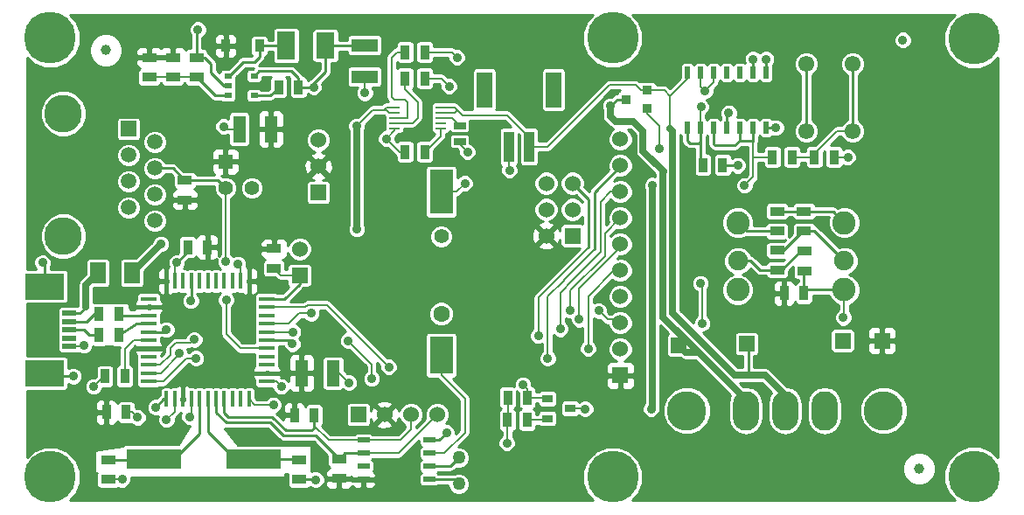
<source format=gtl>
G04 (created by PCBNEW (2013-04-19 BZR 4011)-stable) date 27/01/2014 13:36:19*
%MOIN*%
G04 Gerber Fmt 3.4, Leading zero omitted, Abs format*
%FSLAX34Y34*%
G01*
G70*
G90*
G04 APERTURE LIST*
%ADD10C,0*%
%ADD11R,0.0708661X0.0984252*%
%ADD12R,0.0708661X0.106299*%
%ADD13R,0.016X0.06*%
%ADD14R,0.06X0.016*%
%ADD15R,0.05X0.1*%
%ADD16R,0.1X0.05*%
%ADD17R,0.06X0.08*%
%ADD18R,0.055X0.035*%
%ADD19R,0.035X0.055*%
%ADD20R,0.0394X0.0106*%
%ADD21R,0.1496X0.0984*%
%ADD22R,0.0551X0.0197*%
%ADD23R,0.0358X0.048*%
%ADD24R,0.03X0.02*%
%ADD25C,0.06*%
%ADD26R,0.06X0.06*%
%ADD27R,0.045X0.02*%
%ADD28R,0.045X0.025*%
%ADD29C,0.19685*%
%ADD30C,0.089*%
%ADD31C,0.0752*%
%ADD32C,0.0393701*%
%ADD33R,0.21X0.076*%
%ADD34O,0.1X0.15*%
%ADD35C,0.15*%
%ADD36C,0.1437*%
%ADD37R,0.0591X0.0591*%
%ADD38C,0.0591*%
%ADD39R,0.0393701X0.11811*%
%ADD40R,0.0590551X0.133858*%
%ADD41C,0.061*%
%ADD42R,0.0394X0.0315*%
%ADD43R,0.02X0.045*%
%ADD44R,0.036X0.036*%
%ADD45C,0.05*%
%ADD46R,0.0905512X0.169291*%
%ADD47R,0.0905512X0.144094*%
%ADD48C,0.0551181*%
%ADD49C,0.0629921*%
%ADD50R,0.055X0.055*%
%ADD51C,0.055*%
%ADD52C,0.035*%
%ADD53C,0.008*%
%ADD54C,0.01*%
%ADD55C,0.025*%
G04 APERTURE END LIST*
G54D10*
G54D11*
X30588Y-15358D03*
G54D12*
X29092Y-15358D03*
G54D13*
X26100Y-24329D03*
X25785Y-24329D03*
X25470Y-24329D03*
X25155Y-24329D03*
X24840Y-24329D03*
X24525Y-24329D03*
X26415Y-24329D03*
X26730Y-24329D03*
X27045Y-24329D03*
X27360Y-24329D03*
X27675Y-24329D03*
X26100Y-28829D03*
X25785Y-28829D03*
X25470Y-28829D03*
X25155Y-28829D03*
X24840Y-28829D03*
X24525Y-28829D03*
X26415Y-28829D03*
X26730Y-28829D03*
X27045Y-28829D03*
X27360Y-28829D03*
X27675Y-28829D03*
G54D14*
X23850Y-26579D03*
X28350Y-26579D03*
X23850Y-26894D03*
X28350Y-26894D03*
X28350Y-27209D03*
X23850Y-27209D03*
X23850Y-27524D03*
X28350Y-27524D03*
X28350Y-27839D03*
X23850Y-27839D03*
X23850Y-28154D03*
X28350Y-28154D03*
X28350Y-26264D03*
X23850Y-26264D03*
X23850Y-25949D03*
X28350Y-25949D03*
X28350Y-25634D03*
X23850Y-25634D03*
X23850Y-25319D03*
X28350Y-25319D03*
X28350Y-25004D03*
X23850Y-25004D03*
G54D15*
X29680Y-27840D03*
X30880Y-27840D03*
G54D16*
X32070Y-15340D03*
X32070Y-16540D03*
G54D15*
X28499Y-18532D03*
X27299Y-18532D03*
G54D17*
X23207Y-24020D03*
X21907Y-24020D03*
G54D18*
X23869Y-16557D03*
X23869Y-15807D03*
G54D19*
X22239Y-29330D03*
X22989Y-29330D03*
X26082Y-23036D03*
X25332Y-23036D03*
X22704Y-25592D03*
X21954Y-25592D03*
X22704Y-26392D03*
X21954Y-26392D03*
X22932Y-27957D03*
X22182Y-27957D03*
G54D18*
X25669Y-16557D03*
X25669Y-15807D03*
X24769Y-16557D03*
X24769Y-15807D03*
G54D19*
X29554Y-16942D03*
X28804Y-16942D03*
G54D20*
X33225Y-17700D03*
X33225Y-17900D03*
X33225Y-18100D03*
X33225Y-18300D03*
X33225Y-18500D03*
X34975Y-18500D03*
X34975Y-18300D03*
X34975Y-18100D03*
X34975Y-17900D03*
X34975Y-17700D03*
G54D21*
X19880Y-27839D03*
X19880Y-24531D03*
G54D22*
X20825Y-26815D03*
X20825Y-26500D03*
X20825Y-25555D03*
X20825Y-25870D03*
X20825Y-26185D03*
G54D23*
X28074Y-15360D03*
X26786Y-15360D03*
G54D24*
X26870Y-16505D03*
X26870Y-17255D03*
X27870Y-16505D03*
X26870Y-16880D03*
X27870Y-17255D03*
G54D25*
X41830Y-18925D03*
X41830Y-19925D03*
X41830Y-22925D03*
X41830Y-23925D03*
G54D26*
X41830Y-27925D03*
G54D25*
X41830Y-26925D03*
X41830Y-25925D03*
X41830Y-24925D03*
X41830Y-21925D03*
X41830Y-20925D03*
G54D19*
X33625Y-15600D03*
X34375Y-15600D03*
X33625Y-16600D03*
X34375Y-16600D03*
G54D26*
X29599Y-24102D03*
G54D25*
X29599Y-23102D03*
G54D18*
X28620Y-23095D03*
X28620Y-23845D03*
G54D27*
X32040Y-31890D03*
X32040Y-31390D03*
X32040Y-30890D03*
X32040Y-30390D03*
X34540Y-30390D03*
X34540Y-30890D03*
X34540Y-31390D03*
X34540Y-31890D03*
G54D18*
X31100Y-31105D03*
X31100Y-31855D03*
G54D19*
X30154Y-29442D03*
X29404Y-29442D03*
X34375Y-19400D03*
X33625Y-19400D03*
G54D28*
X35700Y-18400D03*
X35700Y-19000D03*
G54D18*
X25230Y-21235D03*
X25230Y-20485D03*
G54D29*
X20096Y-15063D03*
X41535Y-15063D03*
X20096Y-31795D03*
X41535Y-31795D03*
G54D18*
X48830Y-21675D03*
X48830Y-22425D03*
X47800Y-21675D03*
X47800Y-22425D03*
X47810Y-23905D03*
X47810Y-23155D03*
X48850Y-23185D03*
X48850Y-23935D03*
G54D19*
X48075Y-24790D03*
X48825Y-24790D03*
G54D30*
X50364Y-22100D03*
G54D31*
X50364Y-23557D03*
G54D30*
X50364Y-24659D03*
X46309Y-24659D03*
G54D31*
X46309Y-23557D03*
G54D30*
X46309Y-22100D03*
G54D29*
X55314Y-15080D03*
X55314Y-31780D03*
G54D32*
X53214Y-31480D03*
X22214Y-15530D03*
G54D18*
X29594Y-31895D03*
X29594Y-31145D03*
X22304Y-31895D03*
X22304Y-31145D03*
G54D33*
X24064Y-31130D03*
X27864Y-31130D03*
G54D34*
X46610Y-29271D03*
X48110Y-29271D03*
X49610Y-29271D03*
G54D35*
X44360Y-29271D03*
X51860Y-29271D03*
G54D36*
X20588Y-22618D03*
X20588Y-17945D03*
G54D37*
X23088Y-18530D03*
G54D38*
X24088Y-19030D03*
X23088Y-19530D03*
X24088Y-20030D03*
X23088Y-20530D03*
X24088Y-21030D03*
X23088Y-21530D03*
X24088Y-22030D03*
G54D39*
X37566Y-19201D03*
X38353Y-19201D03*
G54D40*
X36641Y-17035D03*
X39278Y-17035D03*
G54D41*
X50689Y-16042D03*
X48917Y-16042D03*
X50689Y-18602D03*
X48917Y-18602D03*
G54D42*
X39913Y-29190D03*
X39047Y-29565D03*
X39047Y-28815D03*
G54D43*
X44385Y-18481D03*
X44885Y-18481D03*
X45385Y-18481D03*
X45885Y-18481D03*
X46385Y-18481D03*
X46885Y-18481D03*
X47385Y-18481D03*
X47385Y-16381D03*
X46885Y-16381D03*
X46385Y-16381D03*
X45885Y-16381D03*
X45385Y-16381D03*
X44885Y-16381D03*
X44385Y-16381D03*
G54D19*
X47625Y-19600D03*
X48375Y-19600D03*
X49225Y-19600D03*
X49975Y-19600D03*
X44979Y-19901D03*
X45729Y-19901D03*
X38275Y-29630D03*
X37525Y-29630D03*
G54D44*
X42850Y-17050D03*
X42850Y-17750D03*
X42050Y-17400D03*
G54D26*
X46640Y-26720D03*
G54D19*
X38285Y-28770D03*
X37535Y-28770D03*
G54D45*
X35670Y-32060D03*
X35670Y-31060D03*
G54D26*
X44050Y-26770D03*
X51800Y-26600D03*
X50300Y-26600D03*
X40000Y-22600D03*
G54D25*
X39000Y-22600D03*
X40000Y-21600D03*
X39000Y-21600D03*
X40000Y-20600D03*
X39000Y-20600D03*
G54D26*
X31840Y-29420D03*
G54D25*
X32840Y-29420D03*
X33840Y-29420D03*
X34840Y-29420D03*
G54D46*
X35000Y-20918D03*
G54D47*
X35000Y-27155D03*
G54D48*
X35000Y-22623D03*
G54D49*
X35000Y-25576D03*
G54D50*
X26781Y-19780D03*
G54D51*
X26781Y-20780D03*
X27781Y-20780D03*
G54D26*
X30314Y-20960D03*
G54D25*
X30314Y-19960D03*
X30314Y-18960D03*
G54D52*
X52598Y-15137D03*
X50330Y-25720D03*
X44948Y-25936D03*
X44884Y-24416D03*
X25454Y-25080D03*
X30135Y-16935D03*
X41450Y-17650D03*
X33000Y-27600D03*
X39535Y-26156D03*
X29348Y-26264D03*
X29330Y-26730D03*
X41002Y-25457D03*
X30040Y-25560D03*
X40600Y-26900D03*
X25648Y-27268D03*
X40264Y-25791D03*
X25018Y-27091D03*
X26781Y-23578D03*
X26800Y-25050D03*
X28600Y-29050D03*
X37500Y-30500D03*
X38700Y-26410D03*
X32350Y-28050D03*
X31450Y-26600D03*
X24530Y-29610D03*
X23430Y-29530D03*
X39929Y-25437D03*
X25590Y-26560D03*
X24112Y-29138D03*
X39060Y-27270D03*
X31770Y-18420D03*
X24310Y-22910D03*
X31780Y-22350D03*
X43300Y-19280D03*
X46299Y-19921D03*
X45964Y-17913D03*
X50500Y-19600D03*
X45060Y-17075D03*
X32090Y-17160D03*
X38120Y-28280D03*
X35900Y-20600D03*
X36000Y-19400D03*
X32900Y-18900D03*
X37600Y-20100D03*
X25730Y-14740D03*
X35200Y-30100D03*
X20982Y-27957D03*
X19801Y-23626D03*
X27250Y-23690D03*
X28900Y-28350D03*
X31480Y-28200D03*
X25400Y-29500D03*
X47755Y-18484D03*
X47381Y-15866D03*
X46889Y-15866D03*
X22834Y-31889D03*
X21751Y-28346D03*
X30224Y-31900D03*
X24919Y-23626D03*
X26699Y-18432D03*
X21376Y-26776D03*
X24525Y-26185D03*
X35600Y-15800D03*
X35300Y-16900D03*
X44900Y-17695D03*
X43000Y-29200D03*
X43059Y-20669D03*
X46562Y-20681D03*
X40490Y-29200D03*
G54D53*
X50364Y-25685D02*
X50364Y-24659D01*
X50330Y-25720D02*
X50364Y-25685D01*
X44948Y-24480D02*
X44948Y-25936D01*
X44884Y-24416D02*
X44948Y-24480D01*
G54D54*
X25470Y-25064D02*
X25470Y-24329D01*
X25454Y-25080D02*
X25470Y-25064D01*
X50364Y-24659D02*
X48955Y-24659D01*
X48955Y-24659D02*
X48825Y-24790D01*
X48825Y-24790D02*
X48825Y-23960D01*
X48825Y-23960D02*
X48850Y-23935D01*
G54D55*
X41650Y-18250D02*
X42329Y-18250D01*
X42329Y-18250D02*
X42695Y-18615D01*
X43479Y-20150D02*
X43460Y-20150D01*
X42695Y-19365D02*
X43479Y-20150D01*
X42695Y-18615D02*
X42695Y-19365D01*
G54D54*
X29554Y-16942D02*
X30127Y-16942D01*
X30127Y-16942D02*
X30135Y-16935D01*
X42050Y-17400D02*
X41700Y-17400D01*
X41700Y-17400D02*
X41450Y-17650D01*
X41450Y-17650D02*
X41437Y-17650D01*
X29554Y-16942D02*
X29997Y-16942D01*
X30588Y-16351D02*
X30588Y-15358D01*
X29997Y-16942D02*
X30588Y-16351D01*
X30588Y-15358D02*
X32051Y-15358D01*
X32051Y-15358D02*
X32070Y-15340D01*
G54D55*
X44800Y-27050D02*
X44330Y-27050D01*
X44330Y-27050D02*
X44050Y-26770D01*
G54D54*
X29554Y-16942D02*
X29554Y-16594D01*
X28055Y-16320D02*
X27870Y-16505D01*
X29280Y-16320D02*
X28055Y-16320D01*
X29554Y-16594D02*
X29280Y-16320D01*
G54D55*
X43460Y-25710D02*
X43460Y-20150D01*
X44800Y-27050D02*
X43460Y-25710D01*
X41437Y-18037D02*
X41437Y-17650D01*
X41650Y-18250D02*
X41437Y-18037D01*
X46610Y-29271D02*
X46610Y-28860D01*
X46610Y-28860D02*
X44800Y-27050D01*
G54D53*
X38353Y-19201D02*
X39058Y-19201D01*
X39058Y-19201D02*
X41410Y-16850D01*
X43720Y-17269D02*
X43720Y-18510D01*
X43720Y-18510D02*
X43728Y-18518D01*
X42850Y-17050D02*
X43501Y-17050D01*
X43501Y-17050D02*
X43720Y-17269D01*
X43720Y-17269D02*
X43728Y-17276D01*
X44385Y-16381D02*
X44385Y-16619D01*
X44385Y-16619D02*
X43728Y-17276D01*
G54D55*
X43830Y-18620D02*
X43830Y-25560D01*
X43728Y-18518D02*
X43830Y-18620D01*
X43830Y-25560D02*
X46180Y-27910D01*
X46180Y-27910D02*
X46850Y-27910D01*
G54D54*
X46700Y-26870D02*
X46700Y-27760D01*
X46700Y-27760D02*
X46850Y-27910D01*
G54D53*
X38353Y-19201D02*
X38353Y-18853D01*
X35800Y-18000D02*
X35600Y-17800D01*
X37500Y-18000D02*
X35800Y-18000D01*
X38353Y-18853D02*
X37500Y-18000D01*
X34975Y-17900D02*
X35500Y-17900D01*
X35500Y-17900D02*
X35600Y-17800D01*
X35500Y-17700D02*
X34975Y-17700D01*
X35600Y-17800D02*
X35500Y-17700D01*
G54D55*
X48110Y-28680D02*
X48110Y-29271D01*
X47340Y-27910D02*
X48110Y-28680D01*
X46850Y-27910D02*
X47340Y-27910D01*
G54D53*
X42850Y-17050D02*
X42600Y-17050D01*
X42400Y-16850D02*
X41410Y-16850D01*
X42600Y-17050D02*
X42400Y-16850D01*
X29910Y-25240D02*
X30640Y-25240D01*
X30640Y-25240D02*
X33000Y-27600D01*
X28350Y-25319D02*
X29830Y-25319D01*
X29830Y-25319D02*
X29910Y-25240D01*
G54D54*
X23850Y-25949D02*
X23384Y-25949D01*
X22723Y-26392D02*
X22704Y-26392D01*
X23384Y-25949D02*
X22723Y-26392D01*
X23850Y-25634D02*
X22743Y-25631D01*
X22743Y-25631D02*
X22704Y-25592D01*
G54D53*
X41464Y-20925D02*
X41830Y-20925D01*
X41073Y-21316D02*
X41464Y-20925D01*
X41073Y-23224D02*
X41073Y-21316D01*
X40010Y-24288D02*
X41073Y-23224D01*
X39535Y-24764D02*
X40010Y-24290D01*
X40010Y-24290D02*
X40010Y-24288D01*
X39535Y-26156D02*
X39535Y-24764D01*
X29348Y-26264D02*
X29348Y-26264D01*
X28350Y-26264D02*
X29348Y-26264D01*
G54D54*
X29179Y-26579D02*
X29330Y-26730D01*
X28350Y-26579D02*
X29179Y-26579D01*
G54D53*
X41002Y-25457D02*
X41337Y-25791D01*
X41337Y-25791D02*
X41848Y-25791D01*
X28350Y-25949D02*
X29190Y-25949D01*
X29580Y-25560D02*
X30040Y-25560D01*
X29190Y-25949D02*
X29580Y-25560D01*
X41574Y-23925D02*
X41830Y-23925D01*
X40600Y-24900D02*
X41574Y-23925D01*
X40600Y-26900D02*
X40600Y-24900D01*
X23850Y-28154D02*
X24407Y-28154D01*
X25293Y-27268D02*
X25648Y-27268D01*
X24407Y-28154D02*
X25293Y-27268D01*
X41830Y-23049D02*
X41830Y-22925D01*
X40264Y-24615D02*
X41830Y-23049D01*
X40264Y-25791D02*
X40264Y-24615D01*
X23850Y-27839D02*
X24309Y-27839D01*
X25018Y-27130D02*
X25018Y-27091D01*
X24309Y-27839D02*
X25018Y-27130D01*
G54D54*
X25230Y-20485D02*
X26486Y-20485D01*
X26486Y-20485D02*
X26781Y-20780D01*
X24088Y-20030D02*
X24775Y-20030D01*
X24775Y-20030D02*
X25230Y-20485D01*
G54D53*
X26781Y-23578D02*
X26781Y-20780D01*
X26800Y-26350D02*
X27344Y-26894D01*
X27344Y-26894D02*
X28350Y-26894D01*
X26800Y-25050D02*
X26800Y-26350D01*
X27896Y-29050D02*
X27675Y-28829D01*
X28600Y-29050D02*
X27896Y-29050D01*
X37525Y-30475D02*
X37525Y-29630D01*
X37500Y-30500D02*
X37525Y-30475D01*
X37535Y-28770D02*
X37535Y-29620D01*
X37535Y-29620D02*
X37525Y-29630D01*
G54D54*
X40610Y-23040D02*
X40610Y-21210D01*
X40610Y-21210D02*
X40000Y-20600D01*
G54D53*
X39670Y-23980D02*
X40610Y-23040D01*
X38700Y-24960D02*
X39670Y-23990D01*
X39670Y-23990D02*
X39670Y-23980D01*
X38700Y-26410D02*
X38700Y-24960D01*
X32350Y-28050D02*
X32350Y-27500D01*
X32350Y-27500D02*
X31450Y-26600D01*
X24840Y-28829D02*
X24840Y-29299D01*
X24840Y-29299D02*
X24530Y-29610D01*
X22989Y-29330D02*
X23230Y-29330D01*
X23230Y-29330D02*
X23430Y-29530D01*
X39929Y-24690D02*
X41253Y-23366D01*
X41253Y-23366D02*
X41253Y-22502D01*
X41253Y-22502D02*
X41830Y-21925D01*
X39929Y-25437D02*
X39929Y-24690D01*
X24870Y-26690D02*
X25460Y-26690D01*
X23850Y-27524D02*
X24285Y-27524D01*
X24670Y-26890D02*
X24870Y-26690D01*
X24670Y-27140D02*
X24670Y-26890D01*
X24285Y-27524D02*
X24670Y-27140D01*
X25460Y-26690D02*
X25590Y-26560D01*
X32040Y-30890D02*
X33370Y-30890D01*
X33370Y-30890D02*
X34840Y-29420D01*
G54D54*
X32040Y-30890D02*
X31315Y-30890D01*
X31315Y-30890D02*
X31100Y-31105D01*
X28994Y-30230D02*
X30225Y-30230D01*
X26415Y-29332D02*
X26804Y-29720D01*
X26415Y-28829D02*
X26415Y-29332D01*
X28484Y-29720D02*
X28994Y-30230D01*
X26804Y-29720D02*
X28484Y-29720D01*
X30225Y-30230D02*
X31100Y-31105D01*
G54D53*
X32040Y-30390D02*
X33440Y-30390D01*
X33840Y-29990D02*
X33840Y-29420D01*
X33440Y-30390D02*
X33840Y-29990D01*
X32040Y-30390D02*
X30700Y-30390D01*
X30154Y-29844D02*
X30154Y-29442D01*
X30700Y-30390D02*
X30154Y-29844D01*
G54D54*
X26884Y-29510D02*
X28557Y-29510D01*
X26884Y-29510D02*
X26730Y-29357D01*
X26730Y-29357D02*
X26730Y-28829D01*
X28557Y-29510D02*
X29077Y-30030D01*
X29077Y-30030D02*
X30060Y-30030D01*
X30060Y-30030D02*
X30154Y-29936D01*
X30154Y-29936D02*
X30154Y-29442D01*
G54D53*
X39060Y-27270D02*
X39060Y-24920D01*
X39680Y-24300D02*
X39680Y-24290D01*
X39060Y-24920D02*
X39680Y-24300D01*
X39680Y-24290D02*
X40850Y-23120D01*
G54D54*
X41830Y-19925D02*
X41830Y-19959D01*
X41830Y-19959D02*
X40850Y-20940D01*
X40850Y-20940D02*
X40850Y-23120D01*
X24421Y-28829D02*
X24112Y-29138D01*
X24525Y-28829D02*
X24421Y-28829D01*
X20825Y-25870D02*
X21494Y-25870D01*
X21770Y-25595D02*
X21954Y-25592D01*
X21494Y-25870D02*
X21770Y-25595D01*
X20825Y-26185D02*
X21376Y-26185D01*
X21573Y-26382D02*
X21954Y-26392D01*
X21376Y-26185D02*
X21573Y-26382D01*
G54D55*
X21440Y-25320D02*
X21440Y-24487D01*
X21440Y-24487D02*
X21907Y-24020D01*
G54D54*
X21440Y-25331D02*
X21440Y-25320D01*
X21216Y-25555D02*
X21440Y-25331D01*
X20825Y-25555D02*
X21216Y-25555D01*
G54D53*
X32800Y-17800D02*
X32390Y-17800D01*
X32390Y-17800D02*
X31770Y-18420D01*
X33225Y-17700D02*
X32900Y-17700D01*
X33000Y-17900D02*
X33225Y-17900D01*
X32900Y-17800D02*
X33000Y-17900D01*
X32800Y-17800D02*
X32900Y-17800D01*
X32900Y-17700D02*
X32800Y-17800D01*
G54D55*
X31780Y-22350D02*
X31780Y-18430D01*
X23207Y-24012D02*
X24310Y-22910D01*
X23207Y-24020D02*
X23207Y-24012D01*
X31780Y-18430D02*
X31770Y-18420D01*
G54D53*
X23207Y-24020D02*
X23207Y-23964D01*
X29599Y-24102D02*
X28877Y-24102D01*
X28877Y-24102D02*
X28620Y-23845D01*
G54D54*
X28350Y-25004D02*
X29031Y-25004D01*
X29599Y-24435D02*
X29599Y-24102D01*
X29031Y-25004D02*
X29599Y-24435D01*
G54D53*
X42850Y-17750D02*
X42850Y-17960D01*
X43300Y-18410D02*
X43300Y-19280D01*
X42850Y-17960D02*
X43300Y-18410D01*
G54D54*
X45885Y-18481D02*
X45885Y-17992D01*
X46279Y-19901D02*
X45729Y-19901D01*
X46299Y-19921D02*
X46279Y-19901D01*
X45885Y-17992D02*
X45964Y-17913D01*
G54D53*
X49975Y-19600D02*
X50500Y-19600D01*
X45385Y-16381D02*
X45385Y-16749D01*
X44885Y-16900D02*
X45060Y-17075D01*
X44885Y-16900D02*
X44885Y-16381D01*
X45385Y-16749D02*
X45060Y-17075D01*
X32090Y-16660D02*
X32090Y-17160D01*
X38285Y-28770D02*
X38285Y-28445D01*
X38285Y-28445D02*
X38120Y-28280D01*
X35000Y-20918D02*
X35581Y-20918D01*
X35581Y-20918D02*
X35900Y-20600D01*
X35700Y-19000D02*
X35700Y-19100D01*
X35700Y-19100D02*
X36000Y-19400D01*
X33625Y-19400D02*
X33400Y-19400D01*
X33225Y-18575D02*
X32900Y-18900D01*
X33225Y-18575D02*
X33225Y-18500D01*
X33400Y-19400D02*
X32900Y-18900D01*
X37566Y-19201D02*
X37566Y-20066D01*
X37566Y-20066D02*
X37600Y-20100D01*
G54D54*
X26870Y-16880D02*
X26730Y-16880D01*
X25987Y-15807D02*
X25669Y-15807D01*
X26220Y-16040D02*
X25987Y-15807D01*
X26220Y-16370D02*
X26220Y-16040D01*
X26730Y-16880D02*
X26220Y-16370D01*
X25669Y-15807D02*
X25669Y-14800D01*
X25669Y-14800D02*
X25730Y-14740D01*
G54D53*
X38285Y-28770D02*
X39002Y-28770D01*
X39002Y-28770D02*
X39047Y-28815D01*
G54D54*
X34540Y-30390D02*
X34910Y-30390D01*
X34910Y-30390D02*
X35200Y-30100D01*
X20982Y-27957D02*
X19998Y-27957D01*
X19998Y-27957D02*
X19880Y-27839D01*
X19880Y-24531D02*
X19880Y-23705D01*
X19880Y-23705D02*
X19801Y-23626D01*
G54D53*
X27360Y-24329D02*
X27360Y-23800D01*
X27360Y-23800D02*
X27250Y-23690D01*
X28350Y-28154D02*
X28704Y-28154D01*
X28704Y-28154D02*
X28900Y-28350D01*
X30880Y-27840D02*
X31120Y-27840D01*
X31120Y-27840D02*
X31480Y-28200D01*
X25470Y-28829D02*
X25470Y-29429D01*
X25470Y-29429D02*
X25400Y-29500D01*
G54D54*
X47385Y-18481D02*
X47753Y-18481D01*
X47753Y-18481D02*
X47755Y-18484D01*
X47385Y-16381D02*
X47385Y-15870D01*
X47385Y-15870D02*
X47381Y-15866D01*
X46885Y-16381D02*
X46885Y-15870D01*
X46885Y-15870D02*
X46889Y-15866D01*
G54D53*
X22304Y-31895D02*
X22828Y-31895D01*
X22828Y-31895D02*
X22834Y-31889D01*
X22182Y-27957D02*
X22141Y-27957D01*
X22141Y-27957D02*
X21751Y-28346D01*
G54D54*
X29594Y-31895D02*
X30219Y-31895D01*
X30219Y-31895D02*
X30224Y-31900D01*
G54D53*
X24840Y-24329D02*
X24840Y-23705D01*
X24840Y-23705D02*
X24919Y-23626D01*
X27299Y-18532D02*
X26799Y-18532D01*
X26799Y-18532D02*
X26699Y-18432D01*
X20825Y-26815D02*
X21336Y-26815D01*
X21336Y-26815D02*
X21376Y-26776D01*
G54D54*
X25332Y-23036D02*
X25332Y-23214D01*
X25332Y-23214D02*
X24919Y-23626D01*
X23850Y-26264D02*
X24447Y-26264D01*
X24447Y-26264D02*
X24525Y-26185D01*
G54D53*
X34975Y-18500D02*
X34975Y-18800D01*
X34975Y-18800D02*
X34375Y-19400D01*
X33225Y-18300D02*
X33900Y-18300D01*
X33625Y-17025D02*
X33625Y-16600D01*
X34100Y-17500D02*
X33625Y-17025D01*
X34100Y-18100D02*
X34100Y-17500D01*
X33900Y-18300D02*
X34100Y-18100D01*
X34975Y-18100D02*
X35400Y-18100D01*
X35400Y-18100D02*
X35700Y-18400D01*
X34375Y-15600D02*
X35400Y-15600D01*
X35400Y-15600D02*
X35600Y-15800D01*
X34375Y-16600D02*
X35000Y-16600D01*
X35000Y-16600D02*
X35300Y-16900D01*
X33225Y-18100D02*
X33700Y-18100D01*
X33300Y-15600D02*
X33625Y-15600D01*
X33100Y-15800D02*
X33300Y-15600D01*
X33100Y-17300D02*
X33100Y-15800D01*
X33200Y-17400D02*
X33100Y-17300D01*
X33600Y-17400D02*
X33200Y-17400D01*
X33700Y-17500D02*
X33600Y-17400D01*
X33700Y-18100D02*
X33700Y-17500D01*
G54D54*
X26870Y-17255D02*
X26367Y-17255D01*
X26367Y-17255D02*
X25669Y-16557D01*
G54D53*
X23869Y-16557D02*
X24769Y-16557D01*
X24769Y-16557D02*
X25669Y-16557D01*
G54D54*
X26870Y-16505D02*
X26920Y-16505D01*
X26920Y-16505D02*
X27445Y-15980D01*
X28074Y-15360D02*
X29091Y-15360D01*
X29091Y-15360D02*
X29092Y-15358D01*
X28074Y-15776D02*
X28074Y-15360D01*
X27870Y-15980D02*
X28074Y-15776D01*
X27445Y-15980D02*
X27870Y-15980D01*
X27870Y-17255D02*
X28491Y-17255D01*
X28491Y-17255D02*
X28804Y-16942D01*
X27864Y-31130D02*
X29579Y-31130D01*
X29579Y-31130D02*
X29594Y-31145D01*
X26100Y-28829D02*
X26100Y-30077D01*
X27154Y-31130D02*
X27864Y-31130D01*
X26100Y-30077D02*
X27154Y-31130D01*
G54D53*
X22932Y-27957D02*
X22932Y-26913D01*
X22932Y-26913D02*
X23266Y-26579D01*
X23850Y-26579D02*
X23266Y-26579D01*
G54D54*
X22304Y-31145D02*
X24049Y-31145D01*
X24049Y-31145D02*
X24064Y-31130D01*
X25785Y-28829D02*
X25785Y-30159D01*
X24814Y-31130D02*
X24064Y-31130D01*
X25785Y-30159D02*
X24814Y-31130D01*
G54D53*
X34540Y-30890D02*
X35110Y-30890D01*
X35000Y-27900D02*
X35000Y-27155D01*
X35900Y-28800D02*
X35000Y-27900D01*
X35900Y-30100D02*
X35900Y-28800D01*
X35110Y-30890D02*
X35900Y-30100D01*
G54D54*
X34540Y-31890D02*
X35500Y-31890D01*
X35500Y-31890D02*
X35670Y-32060D01*
X34540Y-31390D02*
X35340Y-31390D01*
X35340Y-31390D02*
X35670Y-31060D01*
X47810Y-23905D02*
X47145Y-23905D01*
X46797Y-23557D02*
X46309Y-23557D01*
X47145Y-23905D02*
X46797Y-23557D01*
X47810Y-23905D02*
X47975Y-23905D01*
X48695Y-23185D02*
X48850Y-23185D01*
X47975Y-23905D02*
X48695Y-23185D01*
X47800Y-22425D02*
X46633Y-22425D01*
X46633Y-22425D02*
X46309Y-22100D01*
X47810Y-23155D02*
X48045Y-23155D01*
X48775Y-22425D02*
X48830Y-22425D01*
X48045Y-23155D02*
X48775Y-22425D01*
X48830Y-22425D02*
X49231Y-22425D01*
X49231Y-22425D02*
X50364Y-23557D01*
X48830Y-21675D02*
X49938Y-21675D01*
X49938Y-21675D02*
X50364Y-22100D01*
X47800Y-21675D02*
X48830Y-21675D01*
G54D53*
X38275Y-29630D02*
X38982Y-29630D01*
X38982Y-29630D02*
X39047Y-29565D01*
X49225Y-19600D02*
X49225Y-19475D01*
X50097Y-18602D02*
X50689Y-18602D01*
X49225Y-19475D02*
X50097Y-18602D01*
X48375Y-19600D02*
X49225Y-19600D01*
G54D54*
X50689Y-18602D02*
X50689Y-16042D01*
G54D53*
X44885Y-18481D02*
X44885Y-17709D01*
X44885Y-17709D02*
X44900Y-17695D01*
G54D54*
X44885Y-18481D02*
X44885Y-19808D01*
X44885Y-19808D02*
X44979Y-19901D01*
X48917Y-18602D02*
X48917Y-16042D01*
X44385Y-18481D02*
X44385Y-18992D01*
X44885Y-18992D02*
X44885Y-18481D01*
X44803Y-19074D02*
X44885Y-18992D01*
X44468Y-19074D02*
X44803Y-19074D01*
X44385Y-18992D02*
X44468Y-19074D01*
G54D53*
X47625Y-19600D02*
X46885Y-19600D01*
G54D55*
X43059Y-29140D02*
X43059Y-20669D01*
X43000Y-29200D02*
X43059Y-29140D01*
G54D53*
X46885Y-20358D02*
X46885Y-19600D01*
X46885Y-19600D02*
X46885Y-18996D01*
X46562Y-20681D02*
X46885Y-20358D01*
X39913Y-29190D02*
X40480Y-29190D01*
X40480Y-29190D02*
X40490Y-29200D01*
G54D54*
X46385Y-18481D02*
X46385Y-18964D01*
X46385Y-18964D02*
X46196Y-19153D01*
X46196Y-19153D02*
X45433Y-19153D01*
X45385Y-19106D02*
X45385Y-18481D01*
X45433Y-19153D02*
X45385Y-19106D01*
X46885Y-18481D02*
X46885Y-18996D01*
X46885Y-18996D02*
X46885Y-19011D01*
X46417Y-18996D02*
X46385Y-18964D01*
X46870Y-18996D02*
X46417Y-18996D01*
X46885Y-19011D02*
X46870Y-18996D01*
G54D10*
G36*
X56216Y-31050D02*
X55968Y-30802D01*
X55544Y-30626D01*
X55085Y-30626D01*
X54661Y-30801D01*
X54336Y-31126D01*
X54160Y-31550D01*
X54159Y-32009D01*
X54335Y-32433D01*
X54579Y-32679D01*
X53854Y-32679D01*
X53854Y-31354D01*
X53757Y-31118D01*
X53577Y-30938D01*
X53342Y-30840D01*
X53087Y-30840D01*
X52943Y-30899D01*
X52943Y-15069D01*
X52891Y-14942D01*
X52794Y-14845D01*
X52667Y-14792D01*
X52530Y-14792D01*
X52403Y-14845D01*
X52306Y-14942D01*
X52253Y-15068D01*
X52253Y-15206D01*
X52305Y-15332D01*
X52402Y-15430D01*
X52529Y-15482D01*
X52666Y-15482D01*
X52793Y-15430D01*
X52890Y-15333D01*
X52943Y-15206D01*
X52943Y-15069D01*
X52943Y-30899D01*
X52851Y-30937D01*
X52780Y-31008D01*
X52780Y-29089D01*
X52640Y-28751D01*
X52382Y-28492D01*
X52350Y-28478D01*
X52350Y-26850D01*
X52350Y-26349D01*
X52349Y-26250D01*
X52311Y-26158D01*
X52241Y-26087D01*
X52149Y-26049D01*
X51912Y-26050D01*
X51850Y-26112D01*
X51850Y-26550D01*
X52287Y-26550D01*
X52350Y-26487D01*
X52350Y-26349D01*
X52350Y-26850D01*
X52350Y-26712D01*
X52287Y-26650D01*
X51850Y-26650D01*
X51850Y-27087D01*
X51912Y-27150D01*
X52149Y-27150D01*
X52241Y-27112D01*
X52311Y-27041D01*
X52349Y-26949D01*
X52350Y-26850D01*
X52350Y-28478D01*
X52044Y-28351D01*
X51750Y-28351D01*
X51750Y-27087D01*
X51750Y-26650D01*
X51750Y-26550D01*
X51750Y-26112D01*
X51687Y-26050D01*
X51450Y-26049D01*
X51358Y-26087D01*
X51288Y-26158D01*
X51250Y-26250D01*
X51249Y-26349D01*
X51250Y-26487D01*
X51312Y-26550D01*
X51750Y-26550D01*
X51750Y-26650D01*
X51312Y-26650D01*
X51250Y-26712D01*
X51249Y-26850D01*
X51250Y-26949D01*
X51288Y-27041D01*
X51358Y-27112D01*
X51450Y-27150D01*
X51687Y-27150D01*
X51750Y-27087D01*
X51750Y-28351D01*
X51678Y-28351D01*
X51339Y-28491D01*
X51164Y-28666D01*
X51164Y-18508D01*
X51092Y-18334D01*
X50958Y-18200D01*
X50909Y-18179D01*
X50909Y-16465D01*
X50957Y-16445D01*
X51091Y-16312D01*
X51164Y-16137D01*
X51164Y-15948D01*
X51092Y-15774D01*
X50958Y-15640D01*
X50784Y-15567D01*
X50595Y-15567D01*
X50420Y-15639D01*
X50286Y-15773D01*
X50214Y-15947D01*
X50214Y-16136D01*
X50286Y-16311D01*
X50419Y-16445D01*
X50469Y-16465D01*
X50469Y-18179D01*
X50420Y-18199D01*
X50286Y-18333D01*
X50262Y-18392D01*
X50097Y-18392D01*
X50016Y-18408D01*
X49948Y-18454D01*
X49392Y-19010D01*
X49392Y-18508D01*
X49320Y-18334D01*
X49186Y-18200D01*
X49137Y-18179D01*
X49137Y-16465D01*
X49185Y-16445D01*
X49319Y-16312D01*
X49392Y-16137D01*
X49392Y-15948D01*
X49320Y-15774D01*
X49186Y-15640D01*
X49012Y-15567D01*
X48823Y-15567D01*
X48648Y-15639D01*
X48514Y-15773D01*
X48442Y-15947D01*
X48442Y-16136D01*
X48514Y-16311D01*
X48647Y-16445D01*
X48697Y-16465D01*
X48697Y-18179D01*
X48648Y-18199D01*
X48514Y-18333D01*
X48442Y-18507D01*
X48442Y-18696D01*
X48514Y-18871D01*
X48647Y-19005D01*
X48822Y-19077D01*
X49011Y-19077D01*
X49185Y-19005D01*
X49319Y-18872D01*
X49392Y-18697D01*
X49392Y-18508D01*
X49392Y-19010D01*
X49248Y-19154D01*
X49016Y-19154D01*
X48953Y-19180D01*
X48905Y-19228D01*
X48880Y-19291D01*
X48879Y-19358D01*
X48879Y-19390D01*
X48720Y-19390D01*
X48720Y-19291D01*
X48694Y-19228D01*
X48646Y-19180D01*
X48583Y-19155D01*
X48516Y-19154D01*
X48166Y-19154D01*
X48103Y-19180D01*
X48055Y-19228D01*
X48030Y-19291D01*
X48029Y-19358D01*
X48029Y-19908D01*
X48055Y-19971D01*
X48103Y-20019D01*
X48166Y-20044D01*
X48233Y-20045D01*
X48583Y-20045D01*
X48646Y-20019D01*
X48694Y-19971D01*
X48719Y-19908D01*
X48720Y-19841D01*
X48720Y-19810D01*
X48879Y-19810D01*
X48879Y-19908D01*
X48905Y-19971D01*
X48953Y-20019D01*
X49016Y-20044D01*
X49083Y-20045D01*
X49433Y-20045D01*
X49496Y-20019D01*
X49544Y-19971D01*
X49569Y-19908D01*
X49570Y-19841D01*
X49570Y-19426D01*
X49629Y-19367D01*
X49629Y-19908D01*
X49655Y-19971D01*
X49703Y-20019D01*
X49766Y-20044D01*
X49833Y-20045D01*
X50183Y-20045D01*
X50246Y-20019D01*
X50294Y-19971D01*
X50319Y-19908D01*
X50319Y-19898D01*
X50431Y-19944D01*
X50568Y-19945D01*
X50695Y-19892D01*
X50792Y-19795D01*
X50844Y-19668D01*
X50845Y-19531D01*
X50792Y-19404D01*
X50695Y-19307D01*
X50568Y-19255D01*
X50431Y-19254D01*
X50320Y-19301D01*
X50320Y-19291D01*
X50294Y-19228D01*
X50246Y-19180D01*
X50183Y-19155D01*
X50116Y-19154D01*
X49842Y-19154D01*
X50184Y-18812D01*
X50261Y-18812D01*
X50286Y-18871D01*
X50419Y-19005D01*
X50594Y-19077D01*
X50783Y-19077D01*
X50957Y-19005D01*
X51091Y-18872D01*
X51164Y-18697D01*
X51164Y-18508D01*
X51164Y-28666D01*
X51080Y-28749D01*
X50979Y-28994D01*
X50979Y-24538D01*
X50979Y-21979D01*
X50885Y-21753D01*
X50712Y-21579D01*
X50487Y-21486D01*
X50242Y-21485D01*
X50113Y-21539D01*
X50093Y-21519D01*
X50022Y-21471D01*
X49938Y-21455D01*
X49270Y-21455D01*
X49249Y-21403D01*
X49201Y-21355D01*
X49138Y-21330D01*
X49071Y-21329D01*
X48521Y-21329D01*
X48458Y-21355D01*
X48410Y-21403D01*
X48389Y-21455D01*
X48240Y-21455D01*
X48219Y-21403D01*
X48171Y-21355D01*
X48108Y-21330D01*
X48041Y-21329D01*
X47491Y-21329D01*
X47428Y-21355D01*
X47380Y-21403D01*
X47355Y-21466D01*
X47354Y-21533D01*
X47354Y-21883D01*
X47380Y-21946D01*
X47428Y-21994D01*
X47491Y-22019D01*
X47558Y-22020D01*
X48108Y-22020D01*
X48171Y-21994D01*
X48219Y-21946D01*
X48240Y-21895D01*
X48389Y-21895D01*
X48410Y-21946D01*
X48458Y-21994D01*
X48521Y-22019D01*
X48588Y-22020D01*
X49138Y-22020D01*
X49201Y-21994D01*
X49249Y-21946D01*
X49270Y-21895D01*
X49783Y-21895D01*
X49749Y-21978D01*
X49749Y-22222D01*
X49842Y-22448D01*
X50015Y-22622D01*
X50241Y-22715D01*
X50485Y-22716D01*
X50712Y-22622D01*
X50885Y-22449D01*
X50979Y-22223D01*
X50979Y-21979D01*
X50979Y-24538D01*
X50885Y-24312D01*
X50712Y-24138D01*
X50550Y-24071D01*
X50673Y-24021D01*
X50826Y-23867D01*
X50910Y-23667D01*
X50910Y-23449D01*
X50827Y-23249D01*
X50673Y-23095D01*
X50473Y-23012D01*
X50256Y-23011D01*
X50166Y-23048D01*
X49386Y-22269D01*
X49315Y-22221D01*
X49273Y-22213D01*
X49249Y-22153D01*
X49201Y-22105D01*
X49138Y-22080D01*
X49071Y-22079D01*
X48521Y-22079D01*
X48458Y-22105D01*
X48410Y-22153D01*
X48385Y-22216D01*
X48384Y-22283D01*
X48384Y-22503D01*
X48237Y-22650D01*
X48244Y-22633D01*
X48245Y-22566D01*
X48245Y-22216D01*
X48219Y-22153D01*
X48171Y-22105D01*
X48108Y-22080D01*
X48041Y-22079D01*
X47491Y-22079D01*
X47428Y-22105D01*
X47380Y-22153D01*
X47359Y-22205D01*
X46924Y-22205D01*
X46924Y-21979D01*
X46830Y-21753D01*
X46657Y-21579D01*
X46432Y-21486D01*
X46187Y-21485D01*
X45961Y-21579D01*
X45788Y-21752D01*
X45694Y-21978D01*
X45694Y-22222D01*
X45787Y-22448D01*
X45960Y-22622D01*
X46186Y-22715D01*
X46430Y-22716D01*
X46612Y-22640D01*
X46633Y-22645D01*
X47359Y-22645D01*
X47380Y-22696D01*
X47428Y-22744D01*
X47491Y-22769D01*
X47558Y-22770D01*
X48108Y-22770D01*
X48126Y-22762D01*
X48078Y-22809D01*
X48051Y-22809D01*
X47501Y-22809D01*
X47438Y-22835D01*
X47390Y-22883D01*
X47365Y-22946D01*
X47364Y-23013D01*
X47364Y-23363D01*
X47390Y-23426D01*
X47438Y-23474D01*
X47501Y-23499D01*
X47568Y-23500D01*
X48068Y-23500D01*
X48008Y-23559D01*
X47501Y-23559D01*
X47438Y-23585D01*
X47390Y-23633D01*
X47369Y-23685D01*
X47236Y-23685D01*
X46953Y-23402D01*
X46882Y-23354D01*
X46810Y-23340D01*
X46772Y-23249D01*
X46618Y-23095D01*
X46418Y-23012D01*
X46201Y-23011D01*
X46000Y-23094D01*
X45846Y-23248D01*
X45763Y-23448D01*
X45763Y-23666D01*
X45846Y-23866D01*
X45999Y-24020D01*
X46122Y-24071D01*
X45961Y-24138D01*
X45788Y-24311D01*
X45694Y-24537D01*
X45694Y-24781D01*
X45787Y-25007D01*
X45960Y-25181D01*
X46186Y-25274D01*
X46430Y-25275D01*
X46657Y-25181D01*
X46830Y-25008D01*
X46924Y-24782D01*
X46924Y-24538D01*
X46830Y-24312D01*
X46657Y-24138D01*
X46495Y-24071D01*
X46618Y-24021D01*
X46771Y-23867D01*
X46779Y-23850D01*
X46989Y-24060D01*
X46989Y-24060D01*
X47060Y-24108D01*
X47145Y-24125D01*
X47369Y-24125D01*
X47390Y-24176D01*
X47438Y-24224D01*
X47501Y-24249D01*
X47568Y-24250D01*
X48118Y-24250D01*
X48181Y-24224D01*
X48229Y-24176D01*
X48254Y-24113D01*
X48255Y-24046D01*
X48255Y-23936D01*
X48404Y-23786D01*
X48404Y-23793D01*
X48404Y-24143D01*
X48430Y-24206D01*
X48478Y-24254D01*
X48541Y-24279D01*
X48605Y-24280D01*
X48605Y-24349D01*
X48553Y-24370D01*
X48505Y-24418D01*
X48493Y-24449D01*
X48461Y-24373D01*
X48391Y-24302D01*
X48299Y-24264D01*
X48187Y-24265D01*
X48125Y-24327D01*
X48125Y-24740D01*
X48132Y-24740D01*
X48132Y-24840D01*
X48125Y-24840D01*
X48125Y-25252D01*
X48187Y-25315D01*
X48299Y-25315D01*
X48391Y-25277D01*
X48461Y-25206D01*
X48493Y-25130D01*
X48505Y-25161D01*
X48553Y-25209D01*
X48616Y-25234D01*
X48683Y-25235D01*
X49033Y-25235D01*
X49096Y-25209D01*
X49144Y-25161D01*
X49169Y-25098D01*
X49170Y-25031D01*
X49170Y-24879D01*
X49789Y-24879D01*
X49842Y-25007D01*
X50015Y-25181D01*
X50154Y-25238D01*
X50154Y-25419D01*
X50134Y-25427D01*
X50037Y-25524D01*
X49985Y-25651D01*
X49984Y-25788D01*
X50037Y-25915D01*
X50134Y-26012D01*
X50261Y-26064D01*
X50398Y-26065D01*
X50525Y-26012D01*
X50622Y-25915D01*
X50674Y-25788D01*
X50675Y-25651D01*
X50622Y-25524D01*
X50574Y-25476D01*
X50574Y-25238D01*
X50712Y-25181D01*
X50885Y-25008D01*
X50979Y-24782D01*
X50979Y-24538D01*
X50979Y-28994D01*
X50940Y-29087D01*
X50940Y-29453D01*
X51079Y-29792D01*
X51338Y-30051D01*
X51676Y-30191D01*
X52042Y-30191D01*
X52380Y-30052D01*
X52639Y-29793D01*
X52780Y-29455D01*
X52780Y-29089D01*
X52780Y-31008D01*
X52671Y-31117D01*
X52573Y-31352D01*
X52573Y-31607D01*
X52670Y-31843D01*
X52850Y-32023D01*
X53086Y-32121D01*
X53341Y-32121D01*
X53576Y-32024D01*
X53756Y-31844D01*
X53854Y-31608D01*
X53854Y-31354D01*
X53854Y-32679D01*
X50770Y-32679D01*
X50770Y-26866D01*
X50770Y-26266D01*
X50744Y-26203D01*
X50696Y-26155D01*
X50633Y-26130D01*
X50566Y-26129D01*
X49966Y-26129D01*
X49903Y-26155D01*
X49855Y-26203D01*
X49830Y-26266D01*
X49829Y-26333D01*
X49829Y-26933D01*
X49855Y-26996D01*
X49903Y-27044D01*
X49966Y-27069D01*
X50033Y-27070D01*
X50633Y-27070D01*
X50696Y-27044D01*
X50744Y-26996D01*
X50769Y-26933D01*
X50770Y-26866D01*
X50770Y-32679D01*
X50280Y-32679D01*
X50280Y-29539D01*
X50280Y-29003D01*
X50229Y-28747D01*
X50083Y-28529D01*
X49866Y-28384D01*
X49610Y-28333D01*
X49353Y-28384D01*
X49136Y-28529D01*
X48991Y-28747D01*
X48940Y-29003D01*
X48940Y-29539D01*
X48991Y-29796D01*
X49136Y-30013D01*
X49353Y-30158D01*
X49610Y-30209D01*
X49866Y-30158D01*
X50083Y-30013D01*
X50229Y-29796D01*
X50280Y-29539D01*
X50280Y-32679D01*
X48780Y-32679D01*
X48780Y-29539D01*
X48780Y-29003D01*
X48729Y-28747D01*
X48583Y-28529D01*
X48366Y-28384D01*
X48198Y-28351D01*
X48025Y-28177D01*
X48025Y-25252D01*
X48025Y-24840D01*
X48025Y-24740D01*
X48025Y-24327D01*
X47962Y-24265D01*
X47850Y-24264D01*
X47758Y-24302D01*
X47688Y-24373D01*
X47650Y-24465D01*
X47649Y-24564D01*
X47650Y-24677D01*
X47712Y-24740D01*
X48025Y-24740D01*
X48025Y-24840D01*
X47712Y-24840D01*
X47650Y-24902D01*
X47649Y-25015D01*
X47650Y-25114D01*
X47688Y-25206D01*
X47758Y-25277D01*
X47850Y-25315D01*
X47962Y-25315D01*
X48025Y-25252D01*
X48025Y-28177D01*
X47548Y-27701D01*
X47452Y-27637D01*
X47340Y-27615D01*
X46920Y-27615D01*
X46920Y-27190D01*
X46973Y-27190D01*
X47036Y-27164D01*
X47084Y-27116D01*
X47109Y-27053D01*
X47110Y-26986D01*
X47110Y-26386D01*
X47084Y-26323D01*
X47036Y-26275D01*
X46973Y-26250D01*
X46906Y-26249D01*
X46306Y-26249D01*
X46243Y-26275D01*
X46195Y-26323D01*
X46170Y-26386D01*
X46169Y-26453D01*
X46169Y-27053D01*
X46195Y-27116D01*
X46243Y-27164D01*
X46306Y-27189D01*
X46373Y-27190D01*
X46480Y-27190D01*
X46480Y-27615D01*
X46302Y-27615D01*
X44968Y-26281D01*
X45016Y-26281D01*
X45143Y-26228D01*
X45240Y-26131D01*
X45292Y-26004D01*
X45293Y-25867D01*
X45240Y-25740D01*
X45158Y-25658D01*
X45158Y-24629D01*
X45176Y-24611D01*
X45228Y-24484D01*
X45229Y-24347D01*
X45176Y-24220D01*
X45079Y-24123D01*
X44952Y-24071D01*
X44815Y-24070D01*
X44688Y-24123D01*
X44591Y-24220D01*
X44539Y-24347D01*
X44538Y-24484D01*
X44591Y-24611D01*
X44688Y-24708D01*
X44738Y-24728D01*
X44738Y-25658D01*
X44655Y-25740D01*
X44603Y-25867D01*
X44603Y-25915D01*
X44125Y-25437D01*
X44125Y-18762D01*
X44141Y-18803D01*
X44165Y-18827D01*
X44165Y-18992D01*
X44182Y-19076D01*
X44230Y-19147D01*
X44312Y-19230D01*
X44312Y-19230D01*
X44384Y-19278D01*
X44468Y-19294D01*
X44468Y-19294D01*
X44665Y-19294D01*
X44665Y-19524D01*
X44660Y-19530D01*
X44634Y-19592D01*
X44634Y-19660D01*
X44634Y-20210D01*
X44660Y-20272D01*
X44707Y-20320D01*
X44770Y-20346D01*
X44837Y-20346D01*
X45187Y-20346D01*
X45250Y-20320D01*
X45298Y-20272D01*
X45324Y-20210D01*
X45324Y-20142D01*
X45324Y-19592D01*
X45298Y-19530D01*
X45250Y-19482D01*
X45188Y-19456D01*
X45120Y-19456D01*
X45105Y-19456D01*
X45105Y-18992D01*
X45105Y-18827D01*
X45129Y-18803D01*
X45135Y-18788D01*
X45141Y-18803D01*
X45165Y-18827D01*
X45165Y-19106D01*
X45182Y-19190D01*
X45230Y-19261D01*
X45277Y-19309D01*
X45277Y-19309D01*
X45348Y-19356D01*
X45433Y-19373D01*
X46196Y-19373D01*
X46281Y-19356D01*
X46281Y-19356D01*
X46352Y-19309D01*
X46445Y-19216D01*
X46675Y-19216D01*
X46675Y-19600D01*
X46675Y-20271D01*
X46644Y-20302D01*
X46644Y-19852D01*
X46591Y-19726D01*
X46494Y-19628D01*
X46368Y-19576D01*
X46230Y-19576D01*
X46104Y-19628D01*
X46074Y-19658D01*
X46074Y-19592D01*
X46048Y-19530D01*
X46000Y-19482D01*
X45938Y-19456D01*
X45870Y-19456D01*
X45520Y-19456D01*
X45458Y-19482D01*
X45410Y-19530D01*
X45384Y-19592D01*
X45384Y-19660D01*
X45384Y-20210D01*
X45410Y-20272D01*
X45457Y-20320D01*
X45520Y-20346D01*
X45587Y-20346D01*
X45937Y-20346D01*
X46000Y-20320D01*
X46048Y-20272D01*
X46074Y-20210D01*
X46074Y-20184D01*
X46103Y-20213D01*
X46230Y-20266D01*
X46367Y-20266D01*
X46494Y-20213D01*
X46591Y-20116D01*
X46644Y-19990D01*
X46644Y-19852D01*
X46644Y-20302D01*
X46610Y-20336D01*
X46494Y-20336D01*
X46367Y-20388D01*
X46270Y-20485D01*
X46218Y-20612D01*
X46217Y-20749D01*
X46270Y-20876D01*
X46367Y-20973D01*
X46494Y-21026D01*
X46631Y-21026D01*
X46758Y-20973D01*
X46855Y-20876D01*
X46907Y-20750D01*
X46908Y-20633D01*
X47034Y-20506D01*
X47079Y-20438D01*
X47095Y-20358D01*
X47095Y-19810D01*
X47279Y-19810D01*
X47279Y-19908D01*
X47305Y-19971D01*
X47353Y-20019D01*
X47416Y-20044D01*
X47483Y-20045D01*
X47833Y-20045D01*
X47896Y-20019D01*
X47944Y-19971D01*
X47969Y-19908D01*
X47970Y-19841D01*
X47970Y-19291D01*
X47944Y-19228D01*
X47896Y-19180D01*
X47833Y-19155D01*
X47766Y-19154D01*
X47416Y-19154D01*
X47353Y-19180D01*
X47305Y-19228D01*
X47280Y-19291D01*
X47279Y-19358D01*
X47279Y-19390D01*
X47095Y-19390D01*
X47095Y-19062D01*
X47095Y-19062D01*
X47105Y-19011D01*
X47105Y-19011D01*
X47105Y-18996D01*
X47105Y-18827D01*
X47129Y-18803D01*
X47135Y-18788D01*
X47141Y-18803D01*
X47189Y-18850D01*
X47251Y-18876D01*
X47319Y-18876D01*
X47519Y-18876D01*
X47581Y-18851D01*
X47628Y-18804D01*
X47686Y-18829D01*
X47824Y-18829D01*
X47951Y-18776D01*
X48048Y-18679D01*
X48100Y-18553D01*
X48100Y-18415D01*
X48048Y-18289D01*
X47951Y-18191D01*
X47824Y-18139D01*
X47687Y-18139D01*
X47630Y-18162D01*
X47630Y-18160D01*
X47582Y-18112D01*
X47519Y-18086D01*
X47452Y-18086D01*
X47252Y-18086D01*
X47189Y-18112D01*
X47141Y-18160D01*
X47135Y-18174D01*
X47130Y-18160D01*
X47082Y-18112D01*
X47019Y-18086D01*
X46952Y-18086D01*
X46752Y-18086D01*
X46689Y-18112D01*
X46641Y-18160D01*
X46635Y-18174D01*
X46630Y-18160D01*
X46582Y-18112D01*
X46519Y-18086D01*
X46452Y-18086D01*
X46266Y-18086D01*
X46309Y-17982D01*
X46309Y-17845D01*
X46257Y-17718D01*
X46160Y-17621D01*
X46033Y-17568D01*
X45896Y-17568D01*
X45769Y-17620D01*
X45672Y-17717D01*
X45619Y-17844D01*
X45619Y-17981D01*
X45665Y-18093D01*
X45665Y-18136D01*
X45641Y-18160D01*
X45635Y-18174D01*
X45630Y-18160D01*
X45582Y-18112D01*
X45519Y-18086D01*
X45452Y-18086D01*
X45252Y-18086D01*
X45189Y-18112D01*
X45141Y-18160D01*
X45135Y-18174D01*
X45130Y-18160D01*
X45095Y-18126D01*
X45095Y-17986D01*
X45192Y-17890D01*
X45244Y-17763D01*
X45245Y-17626D01*
X45192Y-17499D01*
X45113Y-17420D01*
X45128Y-17420D01*
X45255Y-17367D01*
X45352Y-17270D01*
X45404Y-17143D01*
X45405Y-17026D01*
X45534Y-16897D01*
X45579Y-16829D01*
X45595Y-16749D01*
X45595Y-16737D01*
X45629Y-16703D01*
X45635Y-16688D01*
X45641Y-16703D01*
X45689Y-16750D01*
X45751Y-16776D01*
X45819Y-16776D01*
X46019Y-16776D01*
X46081Y-16751D01*
X46129Y-16703D01*
X46135Y-16688D01*
X46141Y-16703D01*
X46189Y-16750D01*
X46251Y-16776D01*
X46319Y-16776D01*
X46519Y-16776D01*
X46581Y-16751D01*
X46629Y-16703D01*
X46635Y-16688D01*
X46641Y-16703D01*
X46689Y-16750D01*
X46751Y-16776D01*
X46819Y-16776D01*
X47019Y-16776D01*
X47081Y-16751D01*
X47129Y-16703D01*
X47135Y-16688D01*
X47141Y-16703D01*
X47189Y-16750D01*
X47251Y-16776D01*
X47319Y-16776D01*
X47519Y-16776D01*
X47581Y-16751D01*
X47629Y-16703D01*
X47655Y-16640D01*
X47655Y-16573D01*
X47655Y-16123D01*
X47643Y-16092D01*
X47674Y-16061D01*
X47726Y-15935D01*
X47726Y-15797D01*
X47674Y-15670D01*
X47577Y-15573D01*
X47450Y-15521D01*
X47313Y-15521D01*
X47186Y-15573D01*
X47135Y-15624D01*
X47085Y-15573D01*
X46958Y-15521D01*
X46821Y-15521D01*
X46694Y-15573D01*
X46597Y-15670D01*
X46544Y-15797D01*
X46544Y-15934D01*
X46576Y-16010D01*
X46519Y-15986D01*
X46452Y-15986D01*
X46252Y-15986D01*
X46189Y-16012D01*
X46141Y-16060D01*
X46135Y-16074D01*
X46130Y-16060D01*
X46082Y-16012D01*
X46019Y-15986D01*
X45952Y-15986D01*
X45752Y-15986D01*
X45689Y-16012D01*
X45641Y-16060D01*
X45635Y-16074D01*
X45630Y-16060D01*
X45582Y-16012D01*
X45519Y-15986D01*
X45452Y-15986D01*
X45252Y-15986D01*
X45189Y-16012D01*
X45141Y-16060D01*
X45135Y-16074D01*
X45130Y-16060D01*
X45082Y-16012D01*
X45019Y-15986D01*
X44952Y-15986D01*
X44752Y-15986D01*
X44689Y-16012D01*
X44641Y-16060D01*
X44635Y-16074D01*
X44630Y-16060D01*
X44582Y-16012D01*
X44519Y-15986D01*
X44452Y-15986D01*
X44252Y-15986D01*
X44189Y-16012D01*
X44141Y-16060D01*
X44115Y-16122D01*
X44115Y-16190D01*
X44115Y-16592D01*
X43728Y-16979D01*
X43650Y-16901D01*
X43582Y-16855D01*
X43501Y-16840D01*
X43200Y-16840D01*
X43200Y-16836D01*
X43174Y-16773D01*
X43126Y-16725D01*
X43063Y-16700D01*
X42996Y-16699D01*
X42636Y-16699D01*
X42573Y-16725D01*
X42573Y-16726D01*
X42548Y-16701D01*
X42480Y-16655D01*
X42400Y-16640D01*
X41410Y-16640D01*
X41329Y-16655D01*
X41261Y-16701D01*
X41261Y-16701D01*
X39744Y-18218D01*
X39744Y-17671D01*
X39744Y-16332D01*
X39718Y-16270D01*
X39670Y-16222D01*
X39608Y-16196D01*
X39540Y-16196D01*
X38949Y-16196D01*
X38887Y-16222D01*
X38839Y-16270D01*
X38813Y-16332D01*
X38813Y-16400D01*
X38813Y-17738D01*
X38839Y-17801D01*
X38887Y-17849D01*
X38949Y-17875D01*
X39017Y-17875D01*
X39607Y-17875D01*
X39670Y-17849D01*
X39718Y-17801D01*
X39744Y-17739D01*
X39744Y-17671D01*
X39744Y-18218D01*
X38971Y-18991D01*
X38720Y-18991D01*
X38720Y-18576D01*
X38694Y-18514D01*
X38646Y-18466D01*
X38584Y-18440D01*
X38516Y-18440D01*
X38237Y-18440D01*
X37648Y-17851D01*
X37580Y-17805D01*
X37500Y-17790D01*
X37085Y-17790D01*
X37106Y-17739D01*
X37106Y-17671D01*
X37106Y-16332D01*
X37080Y-16270D01*
X37032Y-16222D01*
X36970Y-16196D01*
X36902Y-16196D01*
X36312Y-16196D01*
X36249Y-16222D01*
X36201Y-16270D01*
X36175Y-16332D01*
X36175Y-16400D01*
X36175Y-17738D01*
X36196Y-17790D01*
X35945Y-17790D01*
X35945Y-15731D01*
X35892Y-15604D01*
X35795Y-15507D01*
X35668Y-15455D01*
X35551Y-15454D01*
X35548Y-15451D01*
X35480Y-15405D01*
X35400Y-15390D01*
X34720Y-15390D01*
X34720Y-15291D01*
X34694Y-15228D01*
X34646Y-15180D01*
X34583Y-15155D01*
X34516Y-15154D01*
X34166Y-15154D01*
X34103Y-15180D01*
X34055Y-15228D01*
X34030Y-15291D01*
X34029Y-15358D01*
X34029Y-15908D01*
X34055Y-15971D01*
X34103Y-16019D01*
X34166Y-16044D01*
X34233Y-16045D01*
X34583Y-16045D01*
X34646Y-16019D01*
X34694Y-15971D01*
X34719Y-15908D01*
X34720Y-15841D01*
X34720Y-15810D01*
X35254Y-15810D01*
X35254Y-15868D01*
X35307Y-15995D01*
X35404Y-16092D01*
X35531Y-16144D01*
X35668Y-16145D01*
X35795Y-16092D01*
X35892Y-15995D01*
X35944Y-15868D01*
X35945Y-15731D01*
X35945Y-17790D01*
X35886Y-17790D01*
X35748Y-17651D01*
X35648Y-17551D01*
X35645Y-17549D01*
X35645Y-16831D01*
X35592Y-16704D01*
X35495Y-16607D01*
X35368Y-16555D01*
X35251Y-16554D01*
X35148Y-16451D01*
X35080Y-16405D01*
X35000Y-16390D01*
X34720Y-16390D01*
X34720Y-16291D01*
X34694Y-16228D01*
X34646Y-16180D01*
X34583Y-16155D01*
X34516Y-16154D01*
X34166Y-16154D01*
X34103Y-16180D01*
X34055Y-16228D01*
X34030Y-16291D01*
X34029Y-16358D01*
X34029Y-16908D01*
X34055Y-16971D01*
X34103Y-17019D01*
X34166Y-17044D01*
X34233Y-17045D01*
X34583Y-17045D01*
X34646Y-17019D01*
X34694Y-16971D01*
X34719Y-16908D01*
X34720Y-16841D01*
X34720Y-16810D01*
X34913Y-16810D01*
X34955Y-16852D01*
X34954Y-16968D01*
X35007Y-17095D01*
X35104Y-17192D01*
X35231Y-17244D01*
X35368Y-17245D01*
X35495Y-17192D01*
X35592Y-17095D01*
X35644Y-16968D01*
X35645Y-16831D01*
X35645Y-17549D01*
X35580Y-17505D01*
X35500Y-17490D01*
X35237Y-17490D01*
X35205Y-17477D01*
X35138Y-17476D01*
X34744Y-17476D01*
X34681Y-17502D01*
X34633Y-17550D01*
X34608Y-17613D01*
X34607Y-17680D01*
X34607Y-17786D01*
X34613Y-17799D01*
X34608Y-17813D01*
X34607Y-17880D01*
X34607Y-17986D01*
X34613Y-17999D01*
X34608Y-18013D01*
X34607Y-18080D01*
X34607Y-18186D01*
X34613Y-18199D01*
X34608Y-18213D01*
X34607Y-18280D01*
X34607Y-18386D01*
X34613Y-18399D01*
X34608Y-18413D01*
X34607Y-18480D01*
X34607Y-18586D01*
X34633Y-18649D01*
X34681Y-18697D01*
X34744Y-18722D01*
X34755Y-18722D01*
X34523Y-18954D01*
X34516Y-18954D01*
X34310Y-18954D01*
X34310Y-18100D01*
X34310Y-17500D01*
X34294Y-17419D01*
X34294Y-17419D01*
X34248Y-17351D01*
X34248Y-17351D01*
X33906Y-17009D01*
X33944Y-16971D01*
X33969Y-16908D01*
X33970Y-16841D01*
X33970Y-16291D01*
X33944Y-16228D01*
X33896Y-16180D01*
X33833Y-16155D01*
X33766Y-16154D01*
X33416Y-16154D01*
X33353Y-16180D01*
X33310Y-16224D01*
X33310Y-15975D01*
X33353Y-16019D01*
X33416Y-16044D01*
X33483Y-16045D01*
X33833Y-16045D01*
X33896Y-16019D01*
X33944Y-15971D01*
X33969Y-15908D01*
X33970Y-15841D01*
X33970Y-15291D01*
X33944Y-15228D01*
X33896Y-15180D01*
X33833Y-15155D01*
X33766Y-15154D01*
X33416Y-15154D01*
X33353Y-15180D01*
X33305Y-15228D01*
X33280Y-15291D01*
X33279Y-15358D01*
X33279Y-15393D01*
X33219Y-15405D01*
X33192Y-15424D01*
X33151Y-15451D01*
X33151Y-15451D01*
X32951Y-15651D01*
X32905Y-15719D01*
X32890Y-15800D01*
X32890Y-17300D01*
X32905Y-17380D01*
X32951Y-17448D01*
X32984Y-17481D01*
X32962Y-17490D01*
X32900Y-17490D01*
X32819Y-17505D01*
X32751Y-17551D01*
X32740Y-17562D01*
X32740Y-16756D01*
X32740Y-16256D01*
X32740Y-15556D01*
X32740Y-15056D01*
X32714Y-14993D01*
X32666Y-14945D01*
X32603Y-14920D01*
X32536Y-14919D01*
X31536Y-14919D01*
X31473Y-14945D01*
X31425Y-14993D01*
X31400Y-15056D01*
X31399Y-15123D01*
X31399Y-15138D01*
X31113Y-15138D01*
X31113Y-14833D01*
X31087Y-14770D01*
X31039Y-14722D01*
X30977Y-14696D01*
X30909Y-14696D01*
X30200Y-14696D01*
X30138Y-14722D01*
X30090Y-14770D01*
X30064Y-14832D01*
X30064Y-14900D01*
X30064Y-15884D01*
X30090Y-15947D01*
X30138Y-15995D01*
X30200Y-16020D01*
X30268Y-16021D01*
X30368Y-16021D01*
X30368Y-16259D01*
X30019Y-16609D01*
X29939Y-16642D01*
X29899Y-16682D01*
X29899Y-16633D01*
X29873Y-16571D01*
X29825Y-16523D01*
X29763Y-16497D01*
X29749Y-16497D01*
X29710Y-16438D01*
X29435Y-16164D01*
X29364Y-16116D01*
X29280Y-16100D01*
X28061Y-16100D01*
X28229Y-15931D01*
X28229Y-15931D01*
X28277Y-15860D01*
X28293Y-15776D01*
X28294Y-15776D01*
X28294Y-15766D01*
X28349Y-15744D01*
X28397Y-15696D01*
X28422Y-15633D01*
X28423Y-15580D01*
X28568Y-15580D01*
X28568Y-15924D01*
X28594Y-15986D01*
X28642Y-16034D01*
X28704Y-16060D01*
X28772Y-16060D01*
X29480Y-16060D01*
X29543Y-16034D01*
X29591Y-15986D01*
X29617Y-15924D01*
X29617Y-15856D01*
X29617Y-14793D01*
X29591Y-14731D01*
X29543Y-14683D01*
X29481Y-14657D01*
X29413Y-14657D01*
X28704Y-14657D01*
X28642Y-14683D01*
X28594Y-14730D01*
X28568Y-14793D01*
X28568Y-14861D01*
X28568Y-15140D01*
X28423Y-15140D01*
X28423Y-15086D01*
X28397Y-15023D01*
X28349Y-14975D01*
X28286Y-14950D01*
X28219Y-14949D01*
X27861Y-14949D01*
X27798Y-14975D01*
X27750Y-15023D01*
X27725Y-15086D01*
X27724Y-15153D01*
X27724Y-15633D01*
X27750Y-15696D01*
X27796Y-15742D01*
X27778Y-15760D01*
X27445Y-15760D01*
X27360Y-15776D01*
X27289Y-15824D01*
X27215Y-15898D01*
X27215Y-15550D01*
X27215Y-15169D01*
X27214Y-15070D01*
X27176Y-14978D01*
X27106Y-14907D01*
X27014Y-14869D01*
X26898Y-14870D01*
X26836Y-14932D01*
X26836Y-15310D01*
X27152Y-15310D01*
X27215Y-15247D01*
X27215Y-15169D01*
X27215Y-15550D01*
X27215Y-15472D01*
X27152Y-15410D01*
X26836Y-15410D01*
X26836Y-15787D01*
X26898Y-15850D01*
X27014Y-15850D01*
X27106Y-15812D01*
X27176Y-15741D01*
X27214Y-15649D01*
X27215Y-15550D01*
X27215Y-15898D01*
X26878Y-16234D01*
X26736Y-16234D01*
X26736Y-15787D01*
X26736Y-15410D01*
X26736Y-15310D01*
X26736Y-14932D01*
X26673Y-14870D01*
X26557Y-14869D01*
X26465Y-14907D01*
X26395Y-14978D01*
X26357Y-15070D01*
X26356Y-15169D01*
X26357Y-15247D01*
X26419Y-15310D01*
X26736Y-15310D01*
X26736Y-15410D01*
X26419Y-15410D01*
X26357Y-15472D01*
X26356Y-15550D01*
X26357Y-15649D01*
X26395Y-15741D01*
X26465Y-15812D01*
X26557Y-15850D01*
X26673Y-15850D01*
X26736Y-15787D01*
X26736Y-16234D01*
X26686Y-16234D01*
X26623Y-16260D01*
X26575Y-16308D01*
X26550Y-16371D01*
X26550Y-16388D01*
X26440Y-16278D01*
X26440Y-16040D01*
X26439Y-16039D01*
X26423Y-15955D01*
X26375Y-15884D01*
X26375Y-15884D01*
X26142Y-15651D01*
X26114Y-15632D01*
X26114Y-15598D01*
X26088Y-15536D01*
X26040Y-15488D01*
X25978Y-15462D01*
X25910Y-15462D01*
X25889Y-15462D01*
X25889Y-15047D01*
X25925Y-15032D01*
X26022Y-14935D01*
X26074Y-14808D01*
X26075Y-14671D01*
X26022Y-14544D01*
X25925Y-14447D01*
X25798Y-14395D01*
X25661Y-14394D01*
X25534Y-14447D01*
X25437Y-14544D01*
X25385Y-14671D01*
X25384Y-14808D01*
X25437Y-14935D01*
X25449Y-14947D01*
X25449Y-15462D01*
X25360Y-15462D01*
X25298Y-15488D01*
X25267Y-15518D01*
X25256Y-15490D01*
X25186Y-15420D01*
X25094Y-15382D01*
X24995Y-15382D01*
X24882Y-15382D01*
X24819Y-15444D01*
X24819Y-15757D01*
X24827Y-15757D01*
X24827Y-15857D01*
X24819Y-15857D01*
X24819Y-15865D01*
X24719Y-15865D01*
X24719Y-15857D01*
X24719Y-15757D01*
X24719Y-15444D01*
X24657Y-15382D01*
X24544Y-15382D01*
X24444Y-15382D01*
X24352Y-15420D01*
X24319Y-15453D01*
X24286Y-15420D01*
X24194Y-15382D01*
X24095Y-15382D01*
X23982Y-15382D01*
X23919Y-15444D01*
X23919Y-15757D01*
X24307Y-15757D01*
X24332Y-15757D01*
X24719Y-15757D01*
X24719Y-15857D01*
X24332Y-15857D01*
X24307Y-15857D01*
X23919Y-15857D01*
X23919Y-15865D01*
X23819Y-15865D01*
X23819Y-15857D01*
X23819Y-15757D01*
X23819Y-15444D01*
X23757Y-15382D01*
X23644Y-15382D01*
X23544Y-15382D01*
X23452Y-15420D01*
X23382Y-15490D01*
X23344Y-15582D01*
X23344Y-15694D01*
X23407Y-15757D01*
X23819Y-15757D01*
X23819Y-15857D01*
X23407Y-15857D01*
X23344Y-15919D01*
X23344Y-16031D01*
X23382Y-16123D01*
X23452Y-16194D01*
X23528Y-16225D01*
X23498Y-16238D01*
X23450Y-16285D01*
X23424Y-16348D01*
X23424Y-16416D01*
X23424Y-16766D01*
X23450Y-16828D01*
X23498Y-16876D01*
X23560Y-16902D01*
X23628Y-16902D01*
X24178Y-16902D01*
X24240Y-16876D01*
X24288Y-16828D01*
X24314Y-16767D01*
X24325Y-16767D01*
X24350Y-16828D01*
X24398Y-16876D01*
X24460Y-16902D01*
X24528Y-16902D01*
X25078Y-16902D01*
X25140Y-16876D01*
X25188Y-16828D01*
X25214Y-16767D01*
X25225Y-16767D01*
X25250Y-16828D01*
X25298Y-16876D01*
X25360Y-16902D01*
X25428Y-16902D01*
X25703Y-16902D01*
X26211Y-17410D01*
X26211Y-17410D01*
X26282Y-17458D01*
X26367Y-17475D01*
X26599Y-17475D01*
X26623Y-17499D01*
X26686Y-17524D01*
X26753Y-17525D01*
X27053Y-17525D01*
X27116Y-17499D01*
X27164Y-17451D01*
X27189Y-17388D01*
X27190Y-17321D01*
X27190Y-17121D01*
X27167Y-17067D01*
X27189Y-17013D01*
X27190Y-16946D01*
X27190Y-16746D01*
X27167Y-16692D01*
X27189Y-16638D01*
X27190Y-16571D01*
X27190Y-16546D01*
X27536Y-16200D01*
X27863Y-16200D01*
X27828Y-16234D01*
X27686Y-16234D01*
X27623Y-16260D01*
X27575Y-16308D01*
X27550Y-16371D01*
X27549Y-16438D01*
X27549Y-16638D01*
X27575Y-16701D01*
X27623Y-16749D01*
X27686Y-16774D01*
X27753Y-16775D01*
X28053Y-16775D01*
X28116Y-16749D01*
X28164Y-16701D01*
X28189Y-16638D01*
X28190Y-16571D01*
X28190Y-16540D01*
X28516Y-16540D01*
X28485Y-16570D01*
X28459Y-16633D01*
X28459Y-16701D01*
X28459Y-16976D01*
X28400Y-17035D01*
X28140Y-17035D01*
X28116Y-17010D01*
X28053Y-16985D01*
X27986Y-16984D01*
X27686Y-16984D01*
X27623Y-17010D01*
X27575Y-17058D01*
X27550Y-17121D01*
X27549Y-17188D01*
X27549Y-17388D01*
X27575Y-17451D01*
X27623Y-17499D01*
X27686Y-17524D01*
X27753Y-17525D01*
X28053Y-17525D01*
X28116Y-17499D01*
X28140Y-17475D01*
X28491Y-17475D01*
X28576Y-17458D01*
X28576Y-17458D01*
X28647Y-17410D01*
X28670Y-17387D01*
X29013Y-17387D01*
X29075Y-17361D01*
X29123Y-17313D01*
X29149Y-17251D01*
X29149Y-17183D01*
X29149Y-16633D01*
X29123Y-16571D01*
X29092Y-16540D01*
X29188Y-16540D01*
X29230Y-16582D01*
X29209Y-16633D01*
X29209Y-16701D01*
X29209Y-17251D01*
X29235Y-17313D01*
X29283Y-17361D01*
X29345Y-17387D01*
X29413Y-17387D01*
X29763Y-17387D01*
X29825Y-17361D01*
X29873Y-17313D01*
X29899Y-17251D01*
X29899Y-17187D01*
X29939Y-17227D01*
X30066Y-17279D01*
X30203Y-17280D01*
X30330Y-17227D01*
X30427Y-17130D01*
X30479Y-17003D01*
X30480Y-16866D01*
X30452Y-16799D01*
X30744Y-16506D01*
X30744Y-16506D01*
X30792Y-16435D01*
X30808Y-16351D01*
X30808Y-16351D01*
X30808Y-16021D01*
X30976Y-16021D01*
X31039Y-15995D01*
X31087Y-15947D01*
X31113Y-15884D01*
X31113Y-15817D01*
X31113Y-15578D01*
X31399Y-15578D01*
X31399Y-15623D01*
X31425Y-15686D01*
X31473Y-15734D01*
X31536Y-15759D01*
X31603Y-15760D01*
X32603Y-15760D01*
X32666Y-15734D01*
X32714Y-15686D01*
X32739Y-15623D01*
X32740Y-15556D01*
X32740Y-16256D01*
X32714Y-16193D01*
X32666Y-16145D01*
X32603Y-16120D01*
X32536Y-16119D01*
X31536Y-16119D01*
X31473Y-16145D01*
X31425Y-16193D01*
X31400Y-16256D01*
X31399Y-16323D01*
X31399Y-16823D01*
X31425Y-16886D01*
X31473Y-16934D01*
X31536Y-16959D01*
X31603Y-16960D01*
X31801Y-16960D01*
X31797Y-16964D01*
X31745Y-17091D01*
X31744Y-17228D01*
X31797Y-17355D01*
X31894Y-17452D01*
X32021Y-17504D01*
X32158Y-17505D01*
X32285Y-17452D01*
X32382Y-17355D01*
X32434Y-17228D01*
X32435Y-17091D01*
X32382Y-16964D01*
X32377Y-16960D01*
X32603Y-16960D01*
X32666Y-16934D01*
X32714Y-16886D01*
X32739Y-16823D01*
X32740Y-16756D01*
X32740Y-17562D01*
X32713Y-17590D01*
X32390Y-17590D01*
X32309Y-17605D01*
X32241Y-17651D01*
X32241Y-17651D01*
X31817Y-18075D01*
X31701Y-18074D01*
X31574Y-18127D01*
X31477Y-18224D01*
X31425Y-18351D01*
X31424Y-18488D01*
X31477Y-18615D01*
X31485Y-18622D01*
X31485Y-22160D01*
X31435Y-22281D01*
X31434Y-22418D01*
X31487Y-22545D01*
X31584Y-22642D01*
X31711Y-22694D01*
X31848Y-22695D01*
X31975Y-22642D01*
X32072Y-22545D01*
X32124Y-22418D01*
X32125Y-22281D01*
X32075Y-22160D01*
X32075Y-18585D01*
X32114Y-18488D01*
X32115Y-18371D01*
X32476Y-18010D01*
X32800Y-18010D01*
X32813Y-18010D01*
X32851Y-18048D01*
X32857Y-18052D01*
X32857Y-18080D01*
X32857Y-18186D01*
X32863Y-18199D01*
X32858Y-18213D01*
X32857Y-18280D01*
X32857Y-18386D01*
X32863Y-18399D01*
X32858Y-18413D01*
X32857Y-18480D01*
X32857Y-18554D01*
X32831Y-18554D01*
X32704Y-18607D01*
X32607Y-18704D01*
X32555Y-18831D01*
X32554Y-18968D01*
X32607Y-19095D01*
X32704Y-19192D01*
X32831Y-19244D01*
X32948Y-19245D01*
X33251Y-19548D01*
X33279Y-19567D01*
X33279Y-19708D01*
X33305Y-19771D01*
X33353Y-19819D01*
X33416Y-19844D01*
X33483Y-19845D01*
X33833Y-19845D01*
X33896Y-19819D01*
X33944Y-19771D01*
X33969Y-19708D01*
X33970Y-19641D01*
X33970Y-19091D01*
X33944Y-19028D01*
X33896Y-18980D01*
X33833Y-18955D01*
X33766Y-18954D01*
X33416Y-18954D01*
X33353Y-18980D01*
X33315Y-19018D01*
X33244Y-18947D01*
X33245Y-18851D01*
X33373Y-18723D01*
X33373Y-18723D01*
X33455Y-18723D01*
X33518Y-18697D01*
X33566Y-18649D01*
X33591Y-18586D01*
X33592Y-18519D01*
X33592Y-18510D01*
X33900Y-18510D01*
X33980Y-18494D01*
X34048Y-18448D01*
X34248Y-18248D01*
X34248Y-18248D01*
X34248Y-18248D01*
X34275Y-18207D01*
X34294Y-18180D01*
X34294Y-18180D01*
X34310Y-18100D01*
X34310Y-18954D01*
X34166Y-18954D01*
X34103Y-18980D01*
X34055Y-19028D01*
X34030Y-19091D01*
X34029Y-19158D01*
X34029Y-19708D01*
X34055Y-19771D01*
X34103Y-19819D01*
X34166Y-19844D01*
X34233Y-19845D01*
X34583Y-19845D01*
X34646Y-19819D01*
X34694Y-19771D01*
X34719Y-19708D01*
X34720Y-19641D01*
X34720Y-19351D01*
X35123Y-18948D01*
X35123Y-18948D01*
X35123Y-18948D01*
X35150Y-18907D01*
X35169Y-18880D01*
X35169Y-18880D01*
X35185Y-18800D01*
X35185Y-18723D01*
X35205Y-18723D01*
X35268Y-18697D01*
X35316Y-18649D01*
X35329Y-18617D01*
X35330Y-18621D01*
X35378Y-18669D01*
X35441Y-18694D01*
X35508Y-18695D01*
X35958Y-18695D01*
X36021Y-18669D01*
X36069Y-18621D01*
X36094Y-18558D01*
X36095Y-18491D01*
X36095Y-18241D01*
X36082Y-18210D01*
X37413Y-18210D01*
X37643Y-18440D01*
X37335Y-18440D01*
X37273Y-18466D01*
X37225Y-18514D01*
X37199Y-18576D01*
X37199Y-18644D01*
X37199Y-19825D01*
X37225Y-19887D01*
X37273Y-19935D01*
X37291Y-19943D01*
X37255Y-20031D01*
X37254Y-20168D01*
X37307Y-20295D01*
X37404Y-20392D01*
X37531Y-20444D01*
X37668Y-20445D01*
X37795Y-20392D01*
X37892Y-20295D01*
X37944Y-20168D01*
X37945Y-20031D01*
X37892Y-19904D01*
X37891Y-19903D01*
X37907Y-19888D01*
X37933Y-19825D01*
X37933Y-19757D01*
X37933Y-18730D01*
X37986Y-18783D01*
X37986Y-19825D01*
X38012Y-19887D01*
X38060Y-19935D01*
X38122Y-19961D01*
X38190Y-19961D01*
X38584Y-19961D01*
X38646Y-19935D01*
X38694Y-19888D01*
X38720Y-19825D01*
X38720Y-19757D01*
X38720Y-19411D01*
X39058Y-19411D01*
X39139Y-19395D01*
X39207Y-19349D01*
X41496Y-17060D01*
X41812Y-17060D01*
X41773Y-17075D01*
X41725Y-17123D01*
X41702Y-17180D01*
X41700Y-17180D01*
X41615Y-17196D01*
X41544Y-17244D01*
X41483Y-17305D01*
X41381Y-17304D01*
X41254Y-17357D01*
X41157Y-17454D01*
X41105Y-17581D01*
X41104Y-17718D01*
X41142Y-17808D01*
X41142Y-18037D01*
X41164Y-18149D01*
X41228Y-18245D01*
X41441Y-18458D01*
X41537Y-18522D01*
X41563Y-18527D01*
X41563Y-18527D01*
X41432Y-18658D01*
X41360Y-18831D01*
X41360Y-19018D01*
X41432Y-19191D01*
X41564Y-19323D01*
X41736Y-19395D01*
X41923Y-19395D01*
X42096Y-19323D01*
X42228Y-19191D01*
X42300Y-19019D01*
X42300Y-18832D01*
X42229Y-18659D01*
X42115Y-18545D01*
X42207Y-18545D01*
X42400Y-18737D01*
X42400Y-19365D01*
X42422Y-19477D01*
X42486Y-19573D01*
X43165Y-20252D01*
X43165Y-20339D01*
X43127Y-20324D01*
X42990Y-20324D01*
X42863Y-20376D01*
X42766Y-20473D01*
X42714Y-20600D01*
X42713Y-20737D01*
X42764Y-20858D01*
X42764Y-28948D01*
X42707Y-29004D01*
X42655Y-29131D01*
X42654Y-29268D01*
X42707Y-29395D01*
X42804Y-29492D01*
X42931Y-29544D01*
X43068Y-29545D01*
X43195Y-29492D01*
X43292Y-29395D01*
X43344Y-29268D01*
X43345Y-29186D01*
X43354Y-29140D01*
X43354Y-26021D01*
X43657Y-26324D01*
X43653Y-26325D01*
X43605Y-26373D01*
X43580Y-26436D01*
X43579Y-26503D01*
X43579Y-27103D01*
X43605Y-27166D01*
X43653Y-27214D01*
X43716Y-27239D01*
X43783Y-27240D01*
X44102Y-27240D01*
X44121Y-27258D01*
X44121Y-27258D01*
X44217Y-27322D01*
X44330Y-27345D01*
X44677Y-27345D01*
X46026Y-28693D01*
X45991Y-28747D01*
X45940Y-29003D01*
X45940Y-29539D01*
X45991Y-29796D01*
X46136Y-30013D01*
X46353Y-30158D01*
X46610Y-30209D01*
X46866Y-30158D01*
X47083Y-30013D01*
X47229Y-29796D01*
X47280Y-29539D01*
X47280Y-29003D01*
X47229Y-28747D01*
X47083Y-28529D01*
X46866Y-28384D01*
X46610Y-28333D01*
X46518Y-28351D01*
X46372Y-28205D01*
X46850Y-28205D01*
X47217Y-28205D01*
X47598Y-28586D01*
X47491Y-28747D01*
X47440Y-29003D01*
X47440Y-29539D01*
X47491Y-29796D01*
X47636Y-30013D01*
X47853Y-30158D01*
X48110Y-30209D01*
X48366Y-30158D01*
X48583Y-30013D01*
X48729Y-29796D01*
X48780Y-29539D01*
X48780Y-32679D01*
X45280Y-32679D01*
X45280Y-29089D01*
X45140Y-28751D01*
X44882Y-28492D01*
X44544Y-28351D01*
X44178Y-28351D01*
X43839Y-28491D01*
X43580Y-28749D01*
X43440Y-29087D01*
X43440Y-29453D01*
X43579Y-29792D01*
X43838Y-30051D01*
X44176Y-30191D01*
X44542Y-30191D01*
X44880Y-30052D01*
X45139Y-29793D01*
X45280Y-29455D01*
X45280Y-29089D01*
X45280Y-32679D01*
X42284Y-32679D01*
X42513Y-32450D01*
X42689Y-32026D01*
X42689Y-31567D01*
X42514Y-31142D01*
X42380Y-31008D01*
X42380Y-28274D01*
X42380Y-27575D01*
X42342Y-27483D01*
X42272Y-27413D01*
X42180Y-27375D01*
X42081Y-27375D01*
X41972Y-27375D01*
X42096Y-27323D01*
X42228Y-27191D01*
X42300Y-27019D01*
X42300Y-26832D01*
X42300Y-25832D01*
X42300Y-24832D01*
X42229Y-24659D01*
X42097Y-24526D01*
X41924Y-24455D01*
X41737Y-24455D01*
X41564Y-24526D01*
X41432Y-24658D01*
X41360Y-24831D01*
X41360Y-25018D01*
X41432Y-25191D01*
X41564Y-25323D01*
X41736Y-25395D01*
X41923Y-25395D01*
X42096Y-25323D01*
X42228Y-25191D01*
X42300Y-25019D01*
X42300Y-24832D01*
X42300Y-25832D01*
X42229Y-25659D01*
X42097Y-25526D01*
X41924Y-25455D01*
X41737Y-25455D01*
X41564Y-25526D01*
X41509Y-25581D01*
X41423Y-25581D01*
X41347Y-25505D01*
X41347Y-25388D01*
X41295Y-25262D01*
X41198Y-25165D01*
X41071Y-25112D01*
X40934Y-25112D01*
X40810Y-25163D01*
X40810Y-24986D01*
X41518Y-24278D01*
X41564Y-24323D01*
X41736Y-24395D01*
X41923Y-24395D01*
X42096Y-24323D01*
X42228Y-24191D01*
X42300Y-24019D01*
X42300Y-23832D01*
X42229Y-23659D01*
X42097Y-23526D01*
X41924Y-23455D01*
X41737Y-23455D01*
X41710Y-23466D01*
X41781Y-23395D01*
X41923Y-23395D01*
X42096Y-23323D01*
X42228Y-23191D01*
X42300Y-23019D01*
X42300Y-22832D01*
X42229Y-22659D01*
X42097Y-22526D01*
X41924Y-22455D01*
X41737Y-22455D01*
X41564Y-22526D01*
X41463Y-22627D01*
X41463Y-22589D01*
X41680Y-22371D01*
X41736Y-22395D01*
X41923Y-22395D01*
X42096Y-22323D01*
X42228Y-22191D01*
X42300Y-22019D01*
X42300Y-21832D01*
X42229Y-21659D01*
X42097Y-21526D01*
X41924Y-21455D01*
X41737Y-21455D01*
X41564Y-21526D01*
X41432Y-21658D01*
X41360Y-21831D01*
X41360Y-22018D01*
X41384Y-22074D01*
X41283Y-22175D01*
X41283Y-21403D01*
X41463Y-21223D01*
X41564Y-21323D01*
X41736Y-21395D01*
X41923Y-21395D01*
X42096Y-21323D01*
X42228Y-21191D01*
X42300Y-21019D01*
X42300Y-20832D01*
X42229Y-20659D01*
X42097Y-20526D01*
X41924Y-20455D01*
X41737Y-20455D01*
X41581Y-20519D01*
X41715Y-20386D01*
X41736Y-20395D01*
X41923Y-20395D01*
X42096Y-20323D01*
X42228Y-20191D01*
X42300Y-20019D01*
X42300Y-19832D01*
X42229Y-19659D01*
X42097Y-19526D01*
X41924Y-19455D01*
X41737Y-19455D01*
X41564Y-19526D01*
X41432Y-19658D01*
X41360Y-19831D01*
X41360Y-20018D01*
X41389Y-20089D01*
X40694Y-20784D01*
X40646Y-20855D01*
X40633Y-20922D01*
X40450Y-20739D01*
X40469Y-20693D01*
X40470Y-20506D01*
X40398Y-20334D01*
X40266Y-20201D01*
X40093Y-20130D01*
X39906Y-20129D01*
X39734Y-20201D01*
X39601Y-20333D01*
X39530Y-20506D01*
X39529Y-20693D01*
X39601Y-20865D01*
X39733Y-20998D01*
X39906Y-21069D01*
X40093Y-21070D01*
X40139Y-21050D01*
X40390Y-21301D01*
X40390Y-21325D01*
X40266Y-21201D01*
X40093Y-21130D01*
X39906Y-21129D01*
X39734Y-21201D01*
X39601Y-21333D01*
X39530Y-21506D01*
X39529Y-21693D01*
X39601Y-21865D01*
X39733Y-21998D01*
X39906Y-22069D01*
X40093Y-22070D01*
X40265Y-21998D01*
X40390Y-21874D01*
X40390Y-22153D01*
X40333Y-22130D01*
X40266Y-22129D01*
X39666Y-22129D01*
X39603Y-22155D01*
X39555Y-22203D01*
X39530Y-22266D01*
X39529Y-22333D01*
X39529Y-22429D01*
X39481Y-22312D01*
X39470Y-22308D01*
X39470Y-21506D01*
X39470Y-20506D01*
X39398Y-20334D01*
X39266Y-20201D01*
X39093Y-20130D01*
X38906Y-20129D01*
X38734Y-20201D01*
X38601Y-20333D01*
X38530Y-20506D01*
X38529Y-20693D01*
X38601Y-20865D01*
X38733Y-20998D01*
X38906Y-21069D01*
X39093Y-21070D01*
X39265Y-20998D01*
X39398Y-20866D01*
X39469Y-20693D01*
X39470Y-20506D01*
X39470Y-21506D01*
X39398Y-21334D01*
X39266Y-21201D01*
X39093Y-21130D01*
X38906Y-21129D01*
X38734Y-21201D01*
X38601Y-21333D01*
X38530Y-21506D01*
X38529Y-21693D01*
X38601Y-21865D01*
X38733Y-21998D01*
X38871Y-22055D01*
X38863Y-22056D01*
X38712Y-22118D01*
X38684Y-22214D01*
X39000Y-22529D01*
X39315Y-22214D01*
X39287Y-22118D01*
X39120Y-22058D01*
X39265Y-21998D01*
X39398Y-21866D01*
X39469Y-21693D01*
X39470Y-21506D01*
X39470Y-22308D01*
X39385Y-22284D01*
X39070Y-22600D01*
X39385Y-22915D01*
X39481Y-22887D01*
X39529Y-22751D01*
X39529Y-22933D01*
X39555Y-22996D01*
X39603Y-23044D01*
X39666Y-23069D01*
X39733Y-23070D01*
X40282Y-23070D01*
X39521Y-23831D01*
X39501Y-23861D01*
X39315Y-24047D01*
X39315Y-22985D01*
X39000Y-22670D01*
X38929Y-22741D01*
X38929Y-22600D01*
X38614Y-22284D01*
X38518Y-22312D01*
X38445Y-22518D01*
X38456Y-22736D01*
X38518Y-22887D01*
X38614Y-22915D01*
X38929Y-22600D01*
X38929Y-22741D01*
X38684Y-22985D01*
X38712Y-23081D01*
X38918Y-23154D01*
X39136Y-23143D01*
X39287Y-23081D01*
X39315Y-22985D01*
X39315Y-24047D01*
X38551Y-24811D01*
X38505Y-24879D01*
X38490Y-24960D01*
X38490Y-26132D01*
X38407Y-26214D01*
X38355Y-26341D01*
X38354Y-26478D01*
X38407Y-26605D01*
X38504Y-26702D01*
X38631Y-26754D01*
X38768Y-26755D01*
X38850Y-26721D01*
X38850Y-26992D01*
X38767Y-27074D01*
X38715Y-27201D01*
X38714Y-27338D01*
X38767Y-27465D01*
X38864Y-27562D01*
X38991Y-27614D01*
X39128Y-27615D01*
X39255Y-27562D01*
X39352Y-27465D01*
X39404Y-27338D01*
X39405Y-27201D01*
X39352Y-27074D01*
X39270Y-26992D01*
X39270Y-26378D01*
X39340Y-26448D01*
X39466Y-26501D01*
X39604Y-26501D01*
X39730Y-26448D01*
X39828Y-26351D01*
X39880Y-26225D01*
X39880Y-26087D01*
X39828Y-25960D01*
X39745Y-25878D01*
X39745Y-25734D01*
X39860Y-25782D01*
X39919Y-25782D01*
X39919Y-25860D01*
X39971Y-25987D01*
X40068Y-26084D01*
X40195Y-26136D01*
X40332Y-26137D01*
X40390Y-26113D01*
X40390Y-26622D01*
X40307Y-26704D01*
X40255Y-26831D01*
X40254Y-26968D01*
X40307Y-27095D01*
X40404Y-27192D01*
X40531Y-27244D01*
X40668Y-27245D01*
X40795Y-27192D01*
X40892Y-27095D01*
X40944Y-26968D01*
X40945Y-26831D01*
X40892Y-26704D01*
X40810Y-26622D01*
X40810Y-25751D01*
X40933Y-25802D01*
X41050Y-25802D01*
X41188Y-25940D01*
X41188Y-25940D01*
X41256Y-25985D01*
X41256Y-25985D01*
X41337Y-26001D01*
X41360Y-26001D01*
X41360Y-26018D01*
X41432Y-26191D01*
X41564Y-26323D01*
X41736Y-26395D01*
X41923Y-26395D01*
X42096Y-26323D01*
X42228Y-26191D01*
X42300Y-26019D01*
X42300Y-25832D01*
X42300Y-26832D01*
X42229Y-26659D01*
X42097Y-26526D01*
X41924Y-26455D01*
X41737Y-26455D01*
X41564Y-26526D01*
X41432Y-26658D01*
X41360Y-26831D01*
X41360Y-27018D01*
X41432Y-27191D01*
X41564Y-27323D01*
X41688Y-27375D01*
X41580Y-27375D01*
X41480Y-27375D01*
X41388Y-27413D01*
X41318Y-27483D01*
X41280Y-27575D01*
X41280Y-27812D01*
X41343Y-27875D01*
X41780Y-27875D01*
X41780Y-27867D01*
X41880Y-27867D01*
X41880Y-27875D01*
X42318Y-27875D01*
X42380Y-27812D01*
X42380Y-27575D01*
X42380Y-28274D01*
X42380Y-28037D01*
X42318Y-27975D01*
X41880Y-27975D01*
X41880Y-28412D01*
X41943Y-28475D01*
X42081Y-28475D01*
X42180Y-28475D01*
X42272Y-28437D01*
X42342Y-28366D01*
X42380Y-28274D01*
X42380Y-31008D01*
X42190Y-30817D01*
X41780Y-30647D01*
X41780Y-28412D01*
X41780Y-27975D01*
X41343Y-27975D01*
X41280Y-28037D01*
X41280Y-28274D01*
X41318Y-28366D01*
X41388Y-28437D01*
X41480Y-28475D01*
X41580Y-28475D01*
X41718Y-28475D01*
X41780Y-28412D01*
X41780Y-30647D01*
X41766Y-30641D01*
X41306Y-30641D01*
X40882Y-30816D01*
X40835Y-30864D01*
X40835Y-29131D01*
X40782Y-29004D01*
X40685Y-28907D01*
X40558Y-28855D01*
X40421Y-28854D01*
X40294Y-28907D01*
X40257Y-28944D01*
X40254Y-28936D01*
X40206Y-28888D01*
X40143Y-28862D01*
X40076Y-28862D01*
X39682Y-28862D01*
X39619Y-28888D01*
X39571Y-28936D01*
X39546Y-28998D01*
X39545Y-29066D01*
X39545Y-29381D01*
X39571Y-29443D01*
X39619Y-29491D01*
X39682Y-29517D01*
X39749Y-29517D01*
X40143Y-29517D01*
X40206Y-29491D01*
X40250Y-29447D01*
X40294Y-29492D01*
X40421Y-29544D01*
X40558Y-29545D01*
X40685Y-29492D01*
X40782Y-29395D01*
X40834Y-29268D01*
X40835Y-29131D01*
X40835Y-30864D01*
X40557Y-31141D01*
X40381Y-31565D01*
X40380Y-32024D01*
X40556Y-32448D01*
X40786Y-32679D01*
X39414Y-32679D01*
X39414Y-29688D01*
X39414Y-29373D01*
X39388Y-29311D01*
X39340Y-29263D01*
X39277Y-29237D01*
X39210Y-29237D01*
X38816Y-29237D01*
X38753Y-29263D01*
X38705Y-29311D01*
X38680Y-29373D01*
X38679Y-29420D01*
X38620Y-29420D01*
X38620Y-29321D01*
X38594Y-29258D01*
X38546Y-29210D01*
X38525Y-29202D01*
X38556Y-29189D01*
X38604Y-29141D01*
X38629Y-29078D01*
X38630Y-29011D01*
X38630Y-28980D01*
X38679Y-28980D01*
X38679Y-29006D01*
X38705Y-29068D01*
X38753Y-29116D01*
X38816Y-29142D01*
X38883Y-29142D01*
X39277Y-29142D01*
X39340Y-29116D01*
X39388Y-29068D01*
X39413Y-29006D01*
X39414Y-28938D01*
X39414Y-28623D01*
X39388Y-28561D01*
X39340Y-28513D01*
X39277Y-28487D01*
X39210Y-28487D01*
X38816Y-28487D01*
X38753Y-28513D01*
X38707Y-28560D01*
X38630Y-28560D01*
X38630Y-28461D01*
X38604Y-28398D01*
X38556Y-28350D01*
X38493Y-28325D01*
X38464Y-28325D01*
X38465Y-28211D01*
X38412Y-28084D01*
X38315Y-27987D01*
X38188Y-27935D01*
X38051Y-27934D01*
X37924Y-27987D01*
X37827Y-28084D01*
X37775Y-28211D01*
X37774Y-28337D01*
X37743Y-28325D01*
X37676Y-28324D01*
X37326Y-28324D01*
X37263Y-28350D01*
X37215Y-28398D01*
X37190Y-28461D01*
X37189Y-28528D01*
X37189Y-29078D01*
X37215Y-29141D01*
X37263Y-29189D01*
X37284Y-29197D01*
X37253Y-29210D01*
X37205Y-29258D01*
X37180Y-29321D01*
X37179Y-29388D01*
X37179Y-29938D01*
X37205Y-30001D01*
X37253Y-30049D01*
X37315Y-30074D01*
X37315Y-30203D01*
X37304Y-30207D01*
X37207Y-30304D01*
X37155Y-30431D01*
X37154Y-30568D01*
X37207Y-30695D01*
X37304Y-30792D01*
X37431Y-30844D01*
X37568Y-30845D01*
X37695Y-30792D01*
X37792Y-30695D01*
X37844Y-30568D01*
X37845Y-30431D01*
X37792Y-30304D01*
X37735Y-30247D01*
X37735Y-30074D01*
X37796Y-30049D01*
X37844Y-30001D01*
X37869Y-29938D01*
X37870Y-29871D01*
X37870Y-29321D01*
X37844Y-29258D01*
X37796Y-29210D01*
X37775Y-29202D01*
X37806Y-29189D01*
X37854Y-29141D01*
X37879Y-29078D01*
X37880Y-29011D01*
X37880Y-28527D01*
X37924Y-28572D01*
X37939Y-28578D01*
X37939Y-29078D01*
X37965Y-29141D01*
X38013Y-29189D01*
X38034Y-29197D01*
X38003Y-29210D01*
X37955Y-29258D01*
X37930Y-29321D01*
X37929Y-29388D01*
X37929Y-29938D01*
X37955Y-30001D01*
X38003Y-30049D01*
X38066Y-30074D01*
X38133Y-30075D01*
X38483Y-30075D01*
X38546Y-30049D01*
X38594Y-30001D01*
X38619Y-29938D01*
X38620Y-29871D01*
X38620Y-29840D01*
X38727Y-29840D01*
X38753Y-29866D01*
X38816Y-29892D01*
X38883Y-29892D01*
X39277Y-29892D01*
X39340Y-29866D01*
X39388Y-29818D01*
X39413Y-29756D01*
X39414Y-29688D01*
X39414Y-32679D01*
X36345Y-32679D01*
X36345Y-19331D01*
X36292Y-19204D01*
X36195Y-19107D01*
X36095Y-19065D01*
X36095Y-18841D01*
X36069Y-18778D01*
X36021Y-18730D01*
X35958Y-18705D01*
X35891Y-18704D01*
X35441Y-18704D01*
X35378Y-18730D01*
X35330Y-18778D01*
X35305Y-18841D01*
X35304Y-18908D01*
X35304Y-19158D01*
X35330Y-19221D01*
X35378Y-19269D01*
X35441Y-19294D01*
X35508Y-19295D01*
X35598Y-19295D01*
X35655Y-19352D01*
X35654Y-19468D01*
X35707Y-19595D01*
X35804Y-19692D01*
X35931Y-19744D01*
X36068Y-19745D01*
X36195Y-19692D01*
X36292Y-19595D01*
X36344Y-19468D01*
X36345Y-19331D01*
X36345Y-32679D01*
X36245Y-32679D01*
X36245Y-20531D01*
X36192Y-20404D01*
X36095Y-20307D01*
X35968Y-20255D01*
X35831Y-20254D01*
X35704Y-20307D01*
X35622Y-20389D01*
X35622Y-20038D01*
X35596Y-19976D01*
X35549Y-19928D01*
X35486Y-19902D01*
X35419Y-19902D01*
X34513Y-19902D01*
X34451Y-19928D01*
X34403Y-19976D01*
X34377Y-20038D01*
X34377Y-20106D01*
X34377Y-21799D01*
X34403Y-21861D01*
X34450Y-21909D01*
X34513Y-21935D01*
X34580Y-21935D01*
X35486Y-21935D01*
X35548Y-21909D01*
X35596Y-21861D01*
X35622Y-21799D01*
X35622Y-21731D01*
X35622Y-21120D01*
X35661Y-21112D01*
X35729Y-21067D01*
X35852Y-20944D01*
X35968Y-20945D01*
X36095Y-20892D01*
X36192Y-20795D01*
X36244Y-20668D01*
X36245Y-20531D01*
X36245Y-32679D01*
X36110Y-32679D01*
X36110Y-30100D01*
X36109Y-30100D01*
X36110Y-30100D01*
X36110Y-28800D01*
X36094Y-28719D01*
X36048Y-28651D01*
X35442Y-28045D01*
X35486Y-28045D01*
X35548Y-28019D01*
X35596Y-27972D01*
X35622Y-27909D01*
X35622Y-27841D01*
X35622Y-26400D01*
X35596Y-26338D01*
X35549Y-26290D01*
X35486Y-26264D01*
X35485Y-26264D01*
X35485Y-25480D01*
X35445Y-25385D01*
X35445Y-22535D01*
X35377Y-22371D01*
X35252Y-22246D01*
X35089Y-22178D01*
X34911Y-22177D01*
X34747Y-22245D01*
X34622Y-22370D01*
X34554Y-22534D01*
X34554Y-22711D01*
X34622Y-22875D01*
X34747Y-23001D01*
X34910Y-23069D01*
X35088Y-23069D01*
X35252Y-23001D01*
X35377Y-22876D01*
X35445Y-22712D01*
X35445Y-22535D01*
X35445Y-25385D01*
X35411Y-25302D01*
X35275Y-25165D01*
X35096Y-25091D01*
X34903Y-25091D01*
X34725Y-25165D01*
X34589Y-25301D01*
X34515Y-25479D01*
X34514Y-25672D01*
X34588Y-25850D01*
X34724Y-25987D01*
X34903Y-26061D01*
X35096Y-26061D01*
X35274Y-25987D01*
X35410Y-25851D01*
X35484Y-25673D01*
X35485Y-25480D01*
X35485Y-26264D01*
X35419Y-26264D01*
X34513Y-26264D01*
X34451Y-26290D01*
X34403Y-26338D01*
X34377Y-26400D01*
X34377Y-26468D01*
X34377Y-27909D01*
X34403Y-27971D01*
X34450Y-28019D01*
X34513Y-28045D01*
X34580Y-28045D01*
X34849Y-28045D01*
X34851Y-28048D01*
X35690Y-28886D01*
X35690Y-30013D01*
X35544Y-30158D01*
X35545Y-30031D01*
X35492Y-29904D01*
X35395Y-29807D01*
X35268Y-29755D01*
X35169Y-29754D01*
X35238Y-29686D01*
X35309Y-29513D01*
X35310Y-29326D01*
X35238Y-29154D01*
X35106Y-29021D01*
X34933Y-28950D01*
X34746Y-28949D01*
X34574Y-29021D01*
X34441Y-29153D01*
X34370Y-29326D01*
X34369Y-29513D01*
X34393Y-29569D01*
X34050Y-29913D01*
X34050Y-29841D01*
X34105Y-29818D01*
X34238Y-29686D01*
X34309Y-29513D01*
X34310Y-29326D01*
X34238Y-29154D01*
X34106Y-29021D01*
X33933Y-28950D01*
X33746Y-28949D01*
X33574Y-29021D01*
X33441Y-29153D01*
X33384Y-29291D01*
X33383Y-29283D01*
X33345Y-29189D01*
X33345Y-27531D01*
X33292Y-27404D01*
X33195Y-27307D01*
X33068Y-27255D01*
X32951Y-27254D01*
X30869Y-25172D01*
X30869Y-20042D01*
X30858Y-19823D01*
X30796Y-19672D01*
X30785Y-19669D01*
X30785Y-18867D01*
X30713Y-18694D01*
X30581Y-18562D01*
X30408Y-18490D01*
X30221Y-18490D01*
X30049Y-18561D01*
X29916Y-18694D01*
X29845Y-18866D01*
X29844Y-19053D01*
X29916Y-19226D01*
X30048Y-19358D01*
X30186Y-19416D01*
X30178Y-19416D01*
X30027Y-19479D01*
X29999Y-19574D01*
X30314Y-19889D01*
X30630Y-19574D01*
X30602Y-19479D01*
X30435Y-19419D01*
X30580Y-19359D01*
X30713Y-19227D01*
X30784Y-19054D01*
X30785Y-18867D01*
X30785Y-19669D01*
X30700Y-19645D01*
X30385Y-19960D01*
X30700Y-20275D01*
X30796Y-20248D01*
X30869Y-20042D01*
X30869Y-25172D01*
X30788Y-25091D01*
X30784Y-25089D01*
X30784Y-21226D01*
X30784Y-20626D01*
X30759Y-20564D01*
X30711Y-20516D01*
X30648Y-20490D01*
X30581Y-20490D01*
X30485Y-20490D01*
X30602Y-20441D01*
X30630Y-20346D01*
X30314Y-20031D01*
X30244Y-20102D01*
X30244Y-19960D01*
X29929Y-19645D01*
X29833Y-19672D01*
X29760Y-19878D01*
X29771Y-20097D01*
X29833Y-20248D01*
X29929Y-20275D01*
X30244Y-19960D01*
X30244Y-20102D01*
X29999Y-20346D01*
X30027Y-20441D01*
X30163Y-20490D01*
X29981Y-20490D01*
X29918Y-20516D01*
X29870Y-20564D01*
X29844Y-20626D01*
X29844Y-20694D01*
X29844Y-21294D01*
X29870Y-21356D01*
X29918Y-21404D01*
X29980Y-21430D01*
X30048Y-21430D01*
X30648Y-21430D01*
X30711Y-21404D01*
X30758Y-21357D01*
X30784Y-21294D01*
X30784Y-21226D01*
X30784Y-25089D01*
X30720Y-25045D01*
X30640Y-25030D01*
X29910Y-25030D01*
X29829Y-25045D01*
X29802Y-25064D01*
X29761Y-25091D01*
X29761Y-25091D01*
X29743Y-25109D01*
X29237Y-25109D01*
X29755Y-24591D01*
X29755Y-24591D01*
X29767Y-24572D01*
X29933Y-24572D01*
X29995Y-24546D01*
X30043Y-24498D01*
X30069Y-24436D01*
X30069Y-24368D01*
X30069Y-23768D01*
X30043Y-23706D01*
X29995Y-23658D01*
X29933Y-23632D01*
X29865Y-23632D01*
X29265Y-23632D01*
X29203Y-23658D01*
X29155Y-23705D01*
X29129Y-23768D01*
X29129Y-23836D01*
X29129Y-23892D01*
X29065Y-23892D01*
X29065Y-23636D01*
X29039Y-23573D01*
X28991Y-23525D01*
X28960Y-23513D01*
X29036Y-23481D01*
X29107Y-23411D01*
X29145Y-23319D01*
X29145Y-23233D01*
X29200Y-23368D01*
X29332Y-23500D01*
X29505Y-23572D01*
X29692Y-23572D01*
X29865Y-23501D01*
X29997Y-23368D01*
X30069Y-23196D01*
X30069Y-23009D01*
X29998Y-22836D01*
X29866Y-22704D01*
X29693Y-22632D01*
X29506Y-22632D01*
X29333Y-22703D01*
X29201Y-22835D01*
X29145Y-22971D01*
X29145Y-22870D01*
X29107Y-22778D01*
X29036Y-22708D01*
X28999Y-22692D01*
X28999Y-18982D01*
X28999Y-18081D01*
X28999Y-17982D01*
X28961Y-17890D01*
X28890Y-17820D01*
X28799Y-17782D01*
X28612Y-17782D01*
X28549Y-17844D01*
X28549Y-18482D01*
X28937Y-18482D01*
X28999Y-18419D01*
X28999Y-18081D01*
X28999Y-18982D01*
X28999Y-18644D01*
X28937Y-18582D01*
X28549Y-18582D01*
X28549Y-19219D01*
X28612Y-19282D01*
X28799Y-19282D01*
X28890Y-19244D01*
X28961Y-19174D01*
X28999Y-19082D01*
X28999Y-18982D01*
X28999Y-22692D01*
X28944Y-22670D01*
X28845Y-22669D01*
X28732Y-22670D01*
X28670Y-22732D01*
X28670Y-23045D01*
X28677Y-23045D01*
X28677Y-23145D01*
X28670Y-23145D01*
X28670Y-23152D01*
X28570Y-23152D01*
X28570Y-23145D01*
X28570Y-23045D01*
X28570Y-22732D01*
X28507Y-22670D01*
X28449Y-22669D01*
X28449Y-19219D01*
X28449Y-18582D01*
X28449Y-18482D01*
X28449Y-17844D01*
X28387Y-17782D01*
X28200Y-17782D01*
X28108Y-17820D01*
X28037Y-17890D01*
X27999Y-17982D01*
X27999Y-18081D01*
X27999Y-18419D01*
X28062Y-18482D01*
X28449Y-18482D01*
X28449Y-18582D01*
X28062Y-18582D01*
X27999Y-18644D01*
X27999Y-18982D01*
X27999Y-19082D01*
X28037Y-19174D01*
X28108Y-19244D01*
X28200Y-19282D01*
X28387Y-19282D01*
X28449Y-19219D01*
X28449Y-22669D01*
X28394Y-22669D01*
X28295Y-22670D01*
X28226Y-22698D01*
X28226Y-20692D01*
X28159Y-20528D01*
X28034Y-20403D01*
X27870Y-20335D01*
X27719Y-20335D01*
X27719Y-18998D01*
X27719Y-17998D01*
X27693Y-17936D01*
X27645Y-17888D01*
X27583Y-17862D01*
X27515Y-17862D01*
X27015Y-17862D01*
X26953Y-17888D01*
X26905Y-17935D01*
X26879Y-17998D01*
X26879Y-18066D01*
X26879Y-18133D01*
X26768Y-18087D01*
X26631Y-18087D01*
X26504Y-18139D01*
X26407Y-18236D01*
X26354Y-18363D01*
X26354Y-18500D01*
X26406Y-18627D01*
X26503Y-18724D01*
X26630Y-18777D01*
X26767Y-18777D01*
X26852Y-18742D01*
X26879Y-18742D01*
X26879Y-19066D01*
X26905Y-19128D01*
X26953Y-19176D01*
X27015Y-19202D01*
X27083Y-19202D01*
X27583Y-19202D01*
X27645Y-19176D01*
X27693Y-19128D01*
X27719Y-19066D01*
X27719Y-18998D01*
X27719Y-20335D01*
X27693Y-20335D01*
X27530Y-20402D01*
X27404Y-20527D01*
X27336Y-20691D01*
X27336Y-20868D01*
X27404Y-21031D01*
X27529Y-21157D01*
X27692Y-21225D01*
X27870Y-21225D01*
X28033Y-21157D01*
X28158Y-21032D01*
X28226Y-20869D01*
X28226Y-20692D01*
X28226Y-22698D01*
X28203Y-22708D01*
X28132Y-22778D01*
X28094Y-22870D01*
X28095Y-22982D01*
X28157Y-23045D01*
X28570Y-23045D01*
X28570Y-23145D01*
X28157Y-23145D01*
X28095Y-23207D01*
X28094Y-23319D01*
X28132Y-23411D01*
X28203Y-23481D01*
X28279Y-23513D01*
X28248Y-23525D01*
X28200Y-23573D01*
X28175Y-23636D01*
X28174Y-23703D01*
X28174Y-24053D01*
X28200Y-24116D01*
X28248Y-24164D01*
X28311Y-24189D01*
X28378Y-24190D01*
X28668Y-24190D01*
X28728Y-24250D01*
X28728Y-24250D01*
X28769Y-24278D01*
X28796Y-24296D01*
X28796Y-24296D01*
X28877Y-24312D01*
X29129Y-24312D01*
X29129Y-24436D01*
X29155Y-24498D01*
X29190Y-24533D01*
X28939Y-24784D01*
X28751Y-24784D01*
X28747Y-24780D01*
X28684Y-24754D01*
X28617Y-24754D01*
X28017Y-24754D01*
X27961Y-24777D01*
X27967Y-24771D01*
X28005Y-24679D01*
X28005Y-24579D01*
X28005Y-24078D01*
X28005Y-23979D01*
X27967Y-23887D01*
X27897Y-23817D01*
X27805Y-23779D01*
X27778Y-23779D01*
X27715Y-23841D01*
X27715Y-24279D01*
X27943Y-24279D01*
X28005Y-24216D01*
X28005Y-24078D01*
X28005Y-24579D01*
X28005Y-24441D01*
X27943Y-24379D01*
X27715Y-24379D01*
X27715Y-24816D01*
X27778Y-24879D01*
X27805Y-24879D01*
X27897Y-24841D01*
X27903Y-24834D01*
X27880Y-24890D01*
X27880Y-24958D01*
X27880Y-25118D01*
X27898Y-25161D01*
X27880Y-25205D01*
X27880Y-25273D01*
X27880Y-25433D01*
X27898Y-25476D01*
X27880Y-25520D01*
X27880Y-25588D01*
X27880Y-25748D01*
X27898Y-25791D01*
X27880Y-25835D01*
X27880Y-25903D01*
X27880Y-26063D01*
X27898Y-26106D01*
X27880Y-26150D01*
X27880Y-26218D01*
X27880Y-26378D01*
X27898Y-26421D01*
X27880Y-26465D01*
X27880Y-26533D01*
X27880Y-26684D01*
X27431Y-26684D01*
X27010Y-26263D01*
X27010Y-25327D01*
X27092Y-25245D01*
X27144Y-25118D01*
X27145Y-24981D01*
X27092Y-24854D01*
X27037Y-24799D01*
X27159Y-24799D01*
X27203Y-24781D01*
X27246Y-24799D01*
X27314Y-24799D01*
X27412Y-24799D01*
X27454Y-24841D01*
X27546Y-24879D01*
X27573Y-24879D01*
X27635Y-24816D01*
X27635Y-24379D01*
X27617Y-24379D01*
X27617Y-24279D01*
X27635Y-24279D01*
X27635Y-23841D01*
X27582Y-23788D01*
X27594Y-23758D01*
X27595Y-23621D01*
X27542Y-23494D01*
X27445Y-23397D01*
X27318Y-23345D01*
X27306Y-23345D01*
X27306Y-20104D01*
X27306Y-19455D01*
X27268Y-19363D01*
X27198Y-19293D01*
X27106Y-19255D01*
X27007Y-19255D01*
X26894Y-19255D01*
X26831Y-19317D01*
X26831Y-19730D01*
X27244Y-19730D01*
X27306Y-19667D01*
X27306Y-19455D01*
X27306Y-20104D01*
X27306Y-19892D01*
X27244Y-19830D01*
X26831Y-19830D01*
X26831Y-20242D01*
X26894Y-20305D01*
X27007Y-20305D01*
X27106Y-20305D01*
X27198Y-20266D01*
X27268Y-20196D01*
X27306Y-20104D01*
X27306Y-23345D01*
X27181Y-23344D01*
X27076Y-23388D01*
X27074Y-23382D01*
X26991Y-23300D01*
X26991Y-21174D01*
X27033Y-21157D01*
X27158Y-21032D01*
X27226Y-20869D01*
X27226Y-20692D01*
X27159Y-20528D01*
X27034Y-20403D01*
X26870Y-20335D01*
X26693Y-20335D01*
X26661Y-20348D01*
X26642Y-20329D01*
X26605Y-20305D01*
X26669Y-20305D01*
X26731Y-20242D01*
X26731Y-19830D01*
X26731Y-19730D01*
X26731Y-19317D01*
X26669Y-19255D01*
X26556Y-19255D01*
X26456Y-19255D01*
X26365Y-19293D01*
X26294Y-19363D01*
X26256Y-19455D01*
X26256Y-19667D01*
X26319Y-19730D01*
X26731Y-19730D01*
X26731Y-19830D01*
X26319Y-19830D01*
X26256Y-19892D01*
X26256Y-20104D01*
X26294Y-20196D01*
X26363Y-20265D01*
X25670Y-20265D01*
X25649Y-20213D01*
X25601Y-20165D01*
X25538Y-20140D01*
X25471Y-20139D01*
X25196Y-20139D01*
X24930Y-19874D01*
X24859Y-19826D01*
X24775Y-19810D01*
X24554Y-19810D01*
X24554Y-18937D01*
X24483Y-18766D01*
X24353Y-18635D01*
X24181Y-18564D01*
X23996Y-18564D01*
X23825Y-18635D01*
X23694Y-18766D01*
X23623Y-18937D01*
X23623Y-19122D01*
X23694Y-19293D01*
X23824Y-19424D01*
X23995Y-19495D01*
X24181Y-19495D01*
X24352Y-19425D01*
X24483Y-19294D01*
X24554Y-19123D01*
X24554Y-18937D01*
X24554Y-19810D01*
X24501Y-19810D01*
X24483Y-19766D01*
X24353Y-19635D01*
X24181Y-19564D01*
X23996Y-19564D01*
X23825Y-19635D01*
X23694Y-19766D01*
X23623Y-19937D01*
X23623Y-20122D01*
X23694Y-20293D01*
X23824Y-20424D01*
X23995Y-20495D01*
X24181Y-20495D01*
X24352Y-20425D01*
X24483Y-20294D01*
X24501Y-20250D01*
X24684Y-20250D01*
X24784Y-20351D01*
X24784Y-20693D01*
X24810Y-20756D01*
X24858Y-20804D01*
X24889Y-20816D01*
X24813Y-20848D01*
X24742Y-20918D01*
X24704Y-21010D01*
X24705Y-21122D01*
X24767Y-21185D01*
X25180Y-21185D01*
X25180Y-21177D01*
X25280Y-21177D01*
X25280Y-21185D01*
X25692Y-21185D01*
X25755Y-21122D01*
X25755Y-21010D01*
X25717Y-20918D01*
X25646Y-20848D01*
X25570Y-20816D01*
X25601Y-20804D01*
X25649Y-20756D01*
X25670Y-20705D01*
X26336Y-20705D01*
X26336Y-20868D01*
X26404Y-21031D01*
X26529Y-21157D01*
X26571Y-21174D01*
X26571Y-23300D01*
X26504Y-23367D01*
X26507Y-23361D01*
X26507Y-23261D01*
X26507Y-22810D01*
X26507Y-22711D01*
X26468Y-22619D01*
X26398Y-22548D01*
X26306Y-22511D01*
X26194Y-22511D01*
X26132Y-22573D01*
X26132Y-22986D01*
X26444Y-22986D01*
X26507Y-22923D01*
X26507Y-22810D01*
X26507Y-23261D01*
X26507Y-23148D01*
X26444Y-23086D01*
X26132Y-23086D01*
X26132Y-23498D01*
X26194Y-23561D01*
X26306Y-23561D01*
X26398Y-23523D01*
X26454Y-23467D01*
X26436Y-23509D01*
X26436Y-23646D01*
X26489Y-23773D01*
X26586Y-23870D01*
X26588Y-23871D01*
X26573Y-23877D01*
X26529Y-23859D01*
X26462Y-23859D01*
X26302Y-23859D01*
X26258Y-23877D01*
X26214Y-23859D01*
X26147Y-23859D01*
X25987Y-23859D01*
X25943Y-23877D01*
X25899Y-23859D01*
X25832Y-23859D01*
X25672Y-23859D01*
X25628Y-23877D01*
X25584Y-23859D01*
X25517Y-23859D01*
X25357Y-23859D01*
X25313Y-23877D01*
X25269Y-23859D01*
X25202Y-23859D01*
X25174Y-23859D01*
X25211Y-23822D01*
X25264Y-23695D01*
X25264Y-23592D01*
X25376Y-23481D01*
X25540Y-23481D01*
X25603Y-23455D01*
X25651Y-23407D01*
X25663Y-23377D01*
X25695Y-23452D01*
X25765Y-23523D01*
X25857Y-23561D01*
X25969Y-23561D01*
X26032Y-23498D01*
X26032Y-23086D01*
X26024Y-23086D01*
X26024Y-22986D01*
X26032Y-22986D01*
X26032Y-22573D01*
X25969Y-22511D01*
X25857Y-22511D01*
X25765Y-22548D01*
X25755Y-22559D01*
X25755Y-21459D01*
X25755Y-21347D01*
X25692Y-21285D01*
X25280Y-21285D01*
X25280Y-21597D01*
X25342Y-21660D01*
X25455Y-21660D01*
X25554Y-21659D01*
X25646Y-21621D01*
X25717Y-21551D01*
X25755Y-21459D01*
X25755Y-22559D01*
X25695Y-22619D01*
X25663Y-22695D01*
X25651Y-22664D01*
X25603Y-22617D01*
X25541Y-22591D01*
X25473Y-22591D01*
X25180Y-22591D01*
X25180Y-21597D01*
X25180Y-21285D01*
X24767Y-21285D01*
X24705Y-21347D01*
X24704Y-21459D01*
X24742Y-21551D01*
X24813Y-21621D01*
X24905Y-21659D01*
X25004Y-21660D01*
X25117Y-21660D01*
X25180Y-21597D01*
X25180Y-22591D01*
X25123Y-22591D01*
X25060Y-22616D01*
X25013Y-22664D01*
X24987Y-22727D01*
X24987Y-22794D01*
X24987Y-23248D01*
X24953Y-23281D01*
X24851Y-23281D01*
X24724Y-23333D01*
X24655Y-23403D01*
X24655Y-22841D01*
X24602Y-22714D01*
X24554Y-22666D01*
X24554Y-21937D01*
X24554Y-20937D01*
X24483Y-20766D01*
X24353Y-20635D01*
X24181Y-20564D01*
X23996Y-20564D01*
X23825Y-20635D01*
X23694Y-20766D01*
X23623Y-20937D01*
X23623Y-21122D01*
X23694Y-21293D01*
X23824Y-21424D01*
X23995Y-21495D01*
X24181Y-21495D01*
X24352Y-21425D01*
X24483Y-21294D01*
X24554Y-21123D01*
X24554Y-20937D01*
X24554Y-21937D01*
X24483Y-21766D01*
X24353Y-21635D01*
X24181Y-21564D01*
X23996Y-21564D01*
X23825Y-21635D01*
X23694Y-21766D01*
X23623Y-21937D01*
X23623Y-22122D01*
X23694Y-22293D01*
X23824Y-22424D01*
X23995Y-22495D01*
X24181Y-22495D01*
X24352Y-22425D01*
X24483Y-22294D01*
X24554Y-22123D01*
X24554Y-21937D01*
X24554Y-22666D01*
X24505Y-22617D01*
X24378Y-22565D01*
X24241Y-22564D01*
X24114Y-22617D01*
X24017Y-22714D01*
X23967Y-22835D01*
X23554Y-23248D01*
X23554Y-21437D01*
X23554Y-20437D01*
X23554Y-19437D01*
X23554Y-19437D01*
X23554Y-18791D01*
X23554Y-18200D01*
X23528Y-18138D01*
X23480Y-18090D01*
X23418Y-18064D01*
X23350Y-18064D01*
X22854Y-18064D01*
X22854Y-15404D01*
X22757Y-15168D01*
X22577Y-14988D01*
X22342Y-14890D01*
X22087Y-14890D01*
X21851Y-14987D01*
X21671Y-15167D01*
X21573Y-15402D01*
X21573Y-15657D01*
X21670Y-15893D01*
X21850Y-16073D01*
X22086Y-16171D01*
X22341Y-16171D01*
X22576Y-16074D01*
X22756Y-15894D01*
X22854Y-15658D01*
X22854Y-15404D01*
X22854Y-18064D01*
X22759Y-18064D01*
X22697Y-18090D01*
X22649Y-18138D01*
X22623Y-18200D01*
X22623Y-18268D01*
X22623Y-18859D01*
X22649Y-18921D01*
X22697Y-18969D01*
X22759Y-18995D01*
X22827Y-18995D01*
X23418Y-18995D01*
X23480Y-18969D01*
X23528Y-18922D01*
X23554Y-18859D01*
X23554Y-18791D01*
X23554Y-19437D01*
X23483Y-19266D01*
X23353Y-19135D01*
X23181Y-19064D01*
X22996Y-19064D01*
X22825Y-19135D01*
X22694Y-19266D01*
X22623Y-19437D01*
X22623Y-19622D01*
X22694Y-19793D01*
X22824Y-19924D01*
X22995Y-19995D01*
X23181Y-19995D01*
X23352Y-19925D01*
X23483Y-19794D01*
X23554Y-19623D01*
X23554Y-19437D01*
X23554Y-20437D01*
X23483Y-20266D01*
X23353Y-20135D01*
X23181Y-20064D01*
X22996Y-20064D01*
X22825Y-20135D01*
X22694Y-20266D01*
X22623Y-20437D01*
X22623Y-20622D01*
X22694Y-20793D01*
X22824Y-20924D01*
X22995Y-20995D01*
X23181Y-20995D01*
X23352Y-20925D01*
X23483Y-20794D01*
X23554Y-20623D01*
X23554Y-20437D01*
X23554Y-21437D01*
X23483Y-21266D01*
X23353Y-21135D01*
X23181Y-21064D01*
X22996Y-21064D01*
X22825Y-21135D01*
X22694Y-21266D01*
X22623Y-21437D01*
X22623Y-21622D01*
X22694Y-21793D01*
X22824Y-21924D01*
X22995Y-21995D01*
X23181Y-21995D01*
X23352Y-21925D01*
X23483Y-21794D01*
X23554Y-21623D01*
X23554Y-21437D01*
X23554Y-23248D01*
X23352Y-23450D01*
X22873Y-23450D01*
X22811Y-23476D01*
X22763Y-23523D01*
X22737Y-23586D01*
X22737Y-23653D01*
X22737Y-24453D01*
X22763Y-24516D01*
X22811Y-24564D01*
X22873Y-24590D01*
X22941Y-24590D01*
X23541Y-24590D01*
X23603Y-24564D01*
X23651Y-24516D01*
X23677Y-24454D01*
X23677Y-24386D01*
X23677Y-23959D01*
X24384Y-23252D01*
X24505Y-23202D01*
X24602Y-23105D01*
X24654Y-22978D01*
X24655Y-22841D01*
X24655Y-23403D01*
X24627Y-23430D01*
X24574Y-23557D01*
X24574Y-23694D01*
X24615Y-23792D01*
X24565Y-23841D01*
X24565Y-24279D01*
X24583Y-24279D01*
X24583Y-24379D01*
X24565Y-24379D01*
X24565Y-24816D01*
X24628Y-24879D01*
X24655Y-24879D01*
X24747Y-24841D01*
X24789Y-24799D01*
X24794Y-24799D01*
X24954Y-24799D01*
X24998Y-24781D01*
X25041Y-24799D01*
X25109Y-24799D01*
X25247Y-24799D01*
X25161Y-24885D01*
X25109Y-25012D01*
X25109Y-25149D01*
X25161Y-25276D01*
X25258Y-25373D01*
X25385Y-25425D01*
X25522Y-25426D01*
X25649Y-25373D01*
X25746Y-25276D01*
X25799Y-25149D01*
X25799Y-25012D01*
X25746Y-24885D01*
X25690Y-24829D01*
X25690Y-24799D01*
X25739Y-24799D01*
X25899Y-24799D01*
X25943Y-24781D01*
X25986Y-24799D01*
X26054Y-24799D01*
X26214Y-24799D01*
X26258Y-24781D01*
X26301Y-24799D01*
X26369Y-24799D01*
X26529Y-24799D01*
X26573Y-24781D01*
X26578Y-24783D01*
X26507Y-24854D01*
X26455Y-24981D01*
X26454Y-25118D01*
X26507Y-25245D01*
X26590Y-25327D01*
X26590Y-26350D01*
X26605Y-26430D01*
X26651Y-26498D01*
X27195Y-27042D01*
X27264Y-27088D01*
X27344Y-27104D01*
X27880Y-27104D01*
X27880Y-27163D01*
X27880Y-27323D01*
X27898Y-27366D01*
X27880Y-27410D01*
X27880Y-27478D01*
X27880Y-27575D01*
X27838Y-27617D01*
X27800Y-27709D01*
X27800Y-27736D01*
X27863Y-27799D01*
X28300Y-27799D01*
X28300Y-27781D01*
X28400Y-27781D01*
X28400Y-27799D01*
X28838Y-27799D01*
X28900Y-27736D01*
X28900Y-27709D01*
X28862Y-27617D01*
X28820Y-27575D01*
X28820Y-27570D01*
X28820Y-27410D01*
X28802Y-27366D01*
X28820Y-27323D01*
X28820Y-27255D01*
X28820Y-27095D01*
X28802Y-27051D01*
X28820Y-27008D01*
X28820Y-26940D01*
X28820Y-26799D01*
X28985Y-26799D01*
X29037Y-26925D01*
X29134Y-27022D01*
X29261Y-27074D01*
X29398Y-27075D01*
X29525Y-27022D01*
X29622Y-26925D01*
X29674Y-26798D01*
X29675Y-26661D01*
X29622Y-26534D01*
X29594Y-26506D01*
X29641Y-26460D01*
X29693Y-26333D01*
X29693Y-26196D01*
X29641Y-26069D01*
X29544Y-25972D01*
X29488Y-25948D01*
X29666Y-25770D01*
X29762Y-25770D01*
X29844Y-25852D01*
X29971Y-25904D01*
X30108Y-25905D01*
X30235Y-25852D01*
X30332Y-25755D01*
X30384Y-25628D01*
X30385Y-25491D01*
X30367Y-25450D01*
X30553Y-25450D01*
X31364Y-26261D01*
X31254Y-26307D01*
X31157Y-26404D01*
X31105Y-26531D01*
X31104Y-26668D01*
X31157Y-26795D01*
X31254Y-26892D01*
X31381Y-26944D01*
X31498Y-26945D01*
X32140Y-27586D01*
X32140Y-27772D01*
X32057Y-27854D01*
X32005Y-27981D01*
X32004Y-28118D01*
X32057Y-28245D01*
X32154Y-28342D01*
X32281Y-28394D01*
X32418Y-28395D01*
X32545Y-28342D01*
X32642Y-28245D01*
X32694Y-28118D01*
X32695Y-27981D01*
X32642Y-27854D01*
X32560Y-27772D01*
X32560Y-27500D01*
X32549Y-27446D01*
X32655Y-27552D01*
X32654Y-27668D01*
X32707Y-27795D01*
X32804Y-27892D01*
X32931Y-27944D01*
X33068Y-27945D01*
X33195Y-27892D01*
X33292Y-27795D01*
X33344Y-27668D01*
X33345Y-27531D01*
X33345Y-29189D01*
X33321Y-29132D01*
X33225Y-29104D01*
X33155Y-29175D01*
X33155Y-29034D01*
X33127Y-28938D01*
X32921Y-28865D01*
X32703Y-28876D01*
X32552Y-28938D01*
X32524Y-29034D01*
X32840Y-29349D01*
X33155Y-29034D01*
X33155Y-29175D01*
X32910Y-29420D01*
X33225Y-29735D01*
X33321Y-29707D01*
X33381Y-29540D01*
X33441Y-29685D01*
X33573Y-29818D01*
X33630Y-29841D01*
X33630Y-29903D01*
X33353Y-30180D01*
X33155Y-30180D01*
X33155Y-29805D01*
X32840Y-29490D01*
X32769Y-29561D01*
X32769Y-29420D01*
X32454Y-29104D01*
X32358Y-29132D01*
X32310Y-29268D01*
X32310Y-29086D01*
X32284Y-29023D01*
X32236Y-28975D01*
X32173Y-28950D01*
X32106Y-28949D01*
X31825Y-28949D01*
X31825Y-28131D01*
X31772Y-28004D01*
X31675Y-27907D01*
X31548Y-27855D01*
X31431Y-27854D01*
X31300Y-27723D01*
X31300Y-27306D01*
X31274Y-27243D01*
X31226Y-27195D01*
X31163Y-27170D01*
X31096Y-27169D01*
X30596Y-27169D01*
X30533Y-27195D01*
X30485Y-27243D01*
X30460Y-27306D01*
X30459Y-27373D01*
X30459Y-28373D01*
X30485Y-28436D01*
X30533Y-28484D01*
X30596Y-28509D01*
X30663Y-28510D01*
X31163Y-28510D01*
X31226Y-28484D01*
X31251Y-28459D01*
X31284Y-28492D01*
X31411Y-28544D01*
X31548Y-28545D01*
X31675Y-28492D01*
X31772Y-28395D01*
X31824Y-28268D01*
X31825Y-28131D01*
X31825Y-28949D01*
X31506Y-28949D01*
X31443Y-28975D01*
X31395Y-29023D01*
X31370Y-29086D01*
X31369Y-29153D01*
X31369Y-29753D01*
X31395Y-29816D01*
X31443Y-29864D01*
X31506Y-29889D01*
X31573Y-29890D01*
X32173Y-29890D01*
X32236Y-29864D01*
X32284Y-29816D01*
X32309Y-29753D01*
X32310Y-29686D01*
X32310Y-29590D01*
X32358Y-29707D01*
X32454Y-29735D01*
X32769Y-29420D01*
X32769Y-29561D01*
X32524Y-29805D01*
X32552Y-29901D01*
X32758Y-29974D01*
X32976Y-29963D01*
X33127Y-29901D01*
X33155Y-29805D01*
X33155Y-30180D01*
X32395Y-30180D01*
X32361Y-30145D01*
X32298Y-30120D01*
X32231Y-30119D01*
X31781Y-30119D01*
X31718Y-30145D01*
X31684Y-30180D01*
X30786Y-30180D01*
X30447Y-29840D01*
X30473Y-29813D01*
X30499Y-29751D01*
X30499Y-29683D01*
X30499Y-29133D01*
X30473Y-29071D01*
X30425Y-29023D01*
X30363Y-28997D01*
X30295Y-28997D01*
X30180Y-28997D01*
X30180Y-28290D01*
X30180Y-27389D01*
X30179Y-27290D01*
X30141Y-27198D01*
X30071Y-27127D01*
X29979Y-27089D01*
X29792Y-27090D01*
X29730Y-27152D01*
X29730Y-27790D01*
X30117Y-27790D01*
X30180Y-27727D01*
X30180Y-27389D01*
X30180Y-28290D01*
X30180Y-27952D01*
X30117Y-27890D01*
X29730Y-27890D01*
X29730Y-28527D01*
X29792Y-28590D01*
X29979Y-28590D01*
X30071Y-28552D01*
X30141Y-28481D01*
X30179Y-28389D01*
X30180Y-28290D01*
X30180Y-28997D01*
X29945Y-28997D01*
X29883Y-29023D01*
X29835Y-29070D01*
X29822Y-29101D01*
X29791Y-29025D01*
X29720Y-28955D01*
X29630Y-28917D01*
X29630Y-28527D01*
X29630Y-27890D01*
X29630Y-27790D01*
X29630Y-27152D01*
X29567Y-27090D01*
X29380Y-27089D01*
X29288Y-27127D01*
X29218Y-27198D01*
X29180Y-27290D01*
X29179Y-27389D01*
X29180Y-27727D01*
X29242Y-27790D01*
X29630Y-27790D01*
X29630Y-27890D01*
X29242Y-27890D01*
X29180Y-27952D01*
X29179Y-28142D01*
X29095Y-28057D01*
X28968Y-28005D01*
X28885Y-28004D01*
X28900Y-27969D01*
X28900Y-27941D01*
X28838Y-27879D01*
X28400Y-27879D01*
X28400Y-27897D01*
X28300Y-27897D01*
X28300Y-27879D01*
X27863Y-27879D01*
X27800Y-27941D01*
X27800Y-27969D01*
X27838Y-28061D01*
X27880Y-28102D01*
X27880Y-28108D01*
X27880Y-28268D01*
X27906Y-28330D01*
X27954Y-28378D01*
X28016Y-28404D01*
X28084Y-28404D01*
X28554Y-28404D01*
X28554Y-28418D01*
X28607Y-28545D01*
X28704Y-28642D01*
X28831Y-28694D01*
X28968Y-28695D01*
X29095Y-28642D01*
X29192Y-28545D01*
X29218Y-28482D01*
X29288Y-28552D01*
X29380Y-28590D01*
X29567Y-28590D01*
X29630Y-28527D01*
X29630Y-28917D01*
X29629Y-28917D01*
X29517Y-28917D01*
X29454Y-28979D01*
X29454Y-29392D01*
X29462Y-29392D01*
X29462Y-29492D01*
X29454Y-29492D01*
X29454Y-29500D01*
X29354Y-29500D01*
X29354Y-29492D01*
X29354Y-29392D01*
X29354Y-28979D01*
X29292Y-28917D01*
X29180Y-28917D01*
X29088Y-28955D01*
X29017Y-29025D01*
X28979Y-29117D01*
X28979Y-29216D01*
X28979Y-29329D01*
X29042Y-29392D01*
X29354Y-29392D01*
X29354Y-29492D01*
X29042Y-29492D01*
X28979Y-29554D01*
X28979Y-29622D01*
X28727Y-29370D01*
X28795Y-29342D01*
X28892Y-29245D01*
X28944Y-29118D01*
X28945Y-28981D01*
X28892Y-28854D01*
X28795Y-28757D01*
X28668Y-28705D01*
X28531Y-28704D01*
X28404Y-28757D01*
X28322Y-28840D01*
X27983Y-28840D01*
X27925Y-28782D01*
X27925Y-28495D01*
X27899Y-28433D01*
X27852Y-28385D01*
X27789Y-28359D01*
X27722Y-28359D01*
X27562Y-28359D01*
X27518Y-28377D01*
X27474Y-28359D01*
X27407Y-28359D01*
X27247Y-28359D01*
X27203Y-28377D01*
X27159Y-28359D01*
X27092Y-28359D01*
X26932Y-28359D01*
X26888Y-28377D01*
X26844Y-28359D01*
X26777Y-28359D01*
X26617Y-28359D01*
X26573Y-28377D01*
X26529Y-28359D01*
X26462Y-28359D01*
X26302Y-28359D01*
X26273Y-28371D01*
X26273Y-28359D01*
X26218Y-28361D01*
X26214Y-28359D01*
X26147Y-28359D01*
X25987Y-28359D01*
X25959Y-28370D01*
X25930Y-28372D01*
X25899Y-28359D01*
X25832Y-28359D01*
X25672Y-28359D01*
X25628Y-28377D01*
X25584Y-28359D01*
X25517Y-28359D01*
X25419Y-28359D01*
X25377Y-28317D01*
X25285Y-28279D01*
X25258Y-28279D01*
X25195Y-28341D01*
X25195Y-28779D01*
X25213Y-28779D01*
X25213Y-28879D01*
X25195Y-28879D01*
X25195Y-28887D01*
X25115Y-28887D01*
X25115Y-28879D01*
X25097Y-28879D01*
X25097Y-28779D01*
X25115Y-28779D01*
X25115Y-28341D01*
X25053Y-28279D01*
X25026Y-28279D01*
X24934Y-28317D01*
X24892Y-28359D01*
X24887Y-28359D01*
X24727Y-28359D01*
X24683Y-28377D01*
X24639Y-28359D01*
X24572Y-28359D01*
X24432Y-28359D01*
X24488Y-28348D01*
X24556Y-28302D01*
X25375Y-27483D01*
X25452Y-27560D01*
X25579Y-27613D01*
X25716Y-27613D01*
X25843Y-27560D01*
X25940Y-27464D01*
X25992Y-27337D01*
X25993Y-27200D01*
X25940Y-27073D01*
X25843Y-26976D01*
X25716Y-26923D01*
X25579Y-26923D01*
X25452Y-26975D01*
X25370Y-27058D01*
X25363Y-27058D01*
X25363Y-27022D01*
X25312Y-26900D01*
X25460Y-26900D01*
X25493Y-26893D01*
X25521Y-26904D01*
X25658Y-26905D01*
X25785Y-26852D01*
X25882Y-26755D01*
X25934Y-26628D01*
X25935Y-26491D01*
X25882Y-26364D01*
X25785Y-26267D01*
X25658Y-26215D01*
X25521Y-26214D01*
X25394Y-26267D01*
X25297Y-26364D01*
X25249Y-26480D01*
X24871Y-26480D01*
X24871Y-26117D01*
X24818Y-25990D01*
X24721Y-25893D01*
X24594Y-25840D01*
X24485Y-25840D01*
X24485Y-24816D01*
X24485Y-24379D01*
X24485Y-24279D01*
X24485Y-23841D01*
X24423Y-23779D01*
X24396Y-23779D01*
X24304Y-23817D01*
X24233Y-23887D01*
X24195Y-23979D01*
X24195Y-24078D01*
X24195Y-24216D01*
X24258Y-24279D01*
X24485Y-24279D01*
X24485Y-24379D01*
X24258Y-24379D01*
X24195Y-24441D01*
X24195Y-24579D01*
X24195Y-24679D01*
X24233Y-24771D01*
X24240Y-24777D01*
X24184Y-24754D01*
X24117Y-24754D01*
X23517Y-24754D01*
X23454Y-24780D01*
X23406Y-24827D01*
X23380Y-24890D01*
X23380Y-24958D01*
X23380Y-25055D01*
X23338Y-25097D01*
X23300Y-25189D01*
X23300Y-25216D01*
X23363Y-25279D01*
X23800Y-25279D01*
X23800Y-25261D01*
X23900Y-25261D01*
X23900Y-25279D01*
X24338Y-25279D01*
X24400Y-25216D01*
X24400Y-25189D01*
X24362Y-25097D01*
X24320Y-25055D01*
X24320Y-25050D01*
X24320Y-24890D01*
X24297Y-24834D01*
X24304Y-24841D01*
X24396Y-24879D01*
X24423Y-24879D01*
X24485Y-24816D01*
X24485Y-25840D01*
X24457Y-25840D01*
X24330Y-25893D01*
X24320Y-25903D01*
X24320Y-25835D01*
X24302Y-25791D01*
X24320Y-25748D01*
X24320Y-25680D01*
X24320Y-25582D01*
X24362Y-25541D01*
X24400Y-25449D01*
X24400Y-25421D01*
X24338Y-25359D01*
X23900Y-25359D01*
X23900Y-25377D01*
X23800Y-25377D01*
X23800Y-25359D01*
X23363Y-25359D01*
X23310Y-25412D01*
X23300Y-25412D01*
X23300Y-25421D01*
X23300Y-25421D01*
X23300Y-25412D01*
X23156Y-25412D01*
X23067Y-25146D01*
X21735Y-25146D01*
X21735Y-24609D01*
X21754Y-24590D01*
X22241Y-24590D01*
X22303Y-24564D01*
X22351Y-24516D01*
X22377Y-24454D01*
X22377Y-24386D01*
X22377Y-23586D01*
X22351Y-23524D01*
X22303Y-23476D01*
X22241Y-23450D01*
X22173Y-23450D01*
X21573Y-23450D01*
X21511Y-23476D01*
X21477Y-23509D01*
X21477Y-22442D01*
X21477Y-17769D01*
X21342Y-17442D01*
X21092Y-17192D01*
X20766Y-17056D01*
X20413Y-17056D01*
X20086Y-17191D01*
X19836Y-17441D01*
X19700Y-17767D01*
X19700Y-18121D01*
X19835Y-18447D01*
X20085Y-18697D01*
X20411Y-18833D01*
X20764Y-18833D01*
X21091Y-18698D01*
X21341Y-18449D01*
X21477Y-18122D01*
X21477Y-17769D01*
X21477Y-22442D01*
X21342Y-22115D01*
X21092Y-21865D01*
X20766Y-21729D01*
X20413Y-21729D01*
X20086Y-21864D01*
X19836Y-22114D01*
X19700Y-22440D01*
X19700Y-22794D01*
X19835Y-23120D01*
X20085Y-23370D01*
X20411Y-23506D01*
X20764Y-23506D01*
X21091Y-23371D01*
X21341Y-23122D01*
X21477Y-22795D01*
X21477Y-22442D01*
X21477Y-23509D01*
X21463Y-23523D01*
X21437Y-23586D01*
X21437Y-23653D01*
X21437Y-24073D01*
X21231Y-24279D01*
X21167Y-24374D01*
X21145Y-24487D01*
X21145Y-25291D01*
X21135Y-25287D01*
X21067Y-25287D01*
X20516Y-25287D01*
X20453Y-25312D01*
X20406Y-25360D01*
X20380Y-25423D01*
X20380Y-25490D01*
X20380Y-25687D01*
X20390Y-25713D01*
X20380Y-25738D01*
X20380Y-25805D01*
X20380Y-26002D01*
X20390Y-26028D01*
X20380Y-26053D01*
X20380Y-26120D01*
X20380Y-26317D01*
X20390Y-26343D01*
X20380Y-26368D01*
X20380Y-26435D01*
X20380Y-26632D01*
X20390Y-26658D01*
X20380Y-26683D01*
X20380Y-26750D01*
X20380Y-26947D01*
X20405Y-27010D01*
X20453Y-27058D01*
X20516Y-27084D01*
X20583Y-27084D01*
X21134Y-27084D01*
X21178Y-27066D01*
X21180Y-27068D01*
X21307Y-27121D01*
X21444Y-27121D01*
X21571Y-27068D01*
X21668Y-26971D01*
X21721Y-26845D01*
X21721Y-26827D01*
X21745Y-26837D01*
X21813Y-26837D01*
X22163Y-26837D01*
X22201Y-26821D01*
X22457Y-26821D01*
X22495Y-26837D01*
X22563Y-26837D01*
X22737Y-26837D01*
X22722Y-26913D01*
X22722Y-27512D01*
X22661Y-27538D01*
X22613Y-27585D01*
X22587Y-27648D01*
X22587Y-27715D01*
X22587Y-28265D01*
X22613Y-28328D01*
X22661Y-28376D01*
X22723Y-28402D01*
X22791Y-28402D01*
X23141Y-28402D01*
X23203Y-28376D01*
X23251Y-28328D01*
X23277Y-28266D01*
X23277Y-28198D01*
X23277Y-27648D01*
X23251Y-27586D01*
X23203Y-27538D01*
X23142Y-27512D01*
X23142Y-27000D01*
X23300Y-26841D01*
X23300Y-26791D01*
X23300Y-26791D01*
X23300Y-26841D01*
X23325Y-26816D01*
X23363Y-26854D01*
X23800Y-26854D01*
X23800Y-26836D01*
X23900Y-26836D01*
X23900Y-26854D01*
X24338Y-26854D01*
X24400Y-26791D01*
X24400Y-26764D01*
X24362Y-26672D01*
X24320Y-26630D01*
X24320Y-26625D01*
X24320Y-26484D01*
X24345Y-26484D01*
X24457Y-26530D01*
X24594Y-26530D01*
X24721Y-26478D01*
X24818Y-26381D01*
X24870Y-26254D01*
X24871Y-26117D01*
X24871Y-26480D01*
X24870Y-26480D01*
X24789Y-26495D01*
X24762Y-26514D01*
X24721Y-26541D01*
X24721Y-26541D01*
X24521Y-26741D01*
X24475Y-26809D01*
X24460Y-26890D01*
X24460Y-27053D01*
X24320Y-27192D01*
X24320Y-27157D01*
X24362Y-27116D01*
X24400Y-27024D01*
X24400Y-26996D01*
X24338Y-26934D01*
X23900Y-26934D01*
X23900Y-26952D01*
X23800Y-26952D01*
X23800Y-26934D01*
X23363Y-26934D01*
X23300Y-26996D01*
X23300Y-27024D01*
X23338Y-27116D01*
X23380Y-27157D01*
X23380Y-27163D01*
X23380Y-27323D01*
X23398Y-27366D01*
X23380Y-27410D01*
X23380Y-27478D01*
X23380Y-27638D01*
X23398Y-27681D01*
X23380Y-27725D01*
X23380Y-27793D01*
X23380Y-27953D01*
X23398Y-27996D01*
X23380Y-28040D01*
X23380Y-28108D01*
X23380Y-28268D01*
X23406Y-28330D01*
X23454Y-28378D01*
X23516Y-28404D01*
X23584Y-28404D01*
X24184Y-28404D01*
X24246Y-28378D01*
X24261Y-28364D01*
X24399Y-28364D01*
X24349Y-28385D01*
X24301Y-28432D01*
X24275Y-28495D01*
X24275Y-28563D01*
X24275Y-28667D01*
X24266Y-28673D01*
X24146Y-28793D01*
X24044Y-28793D01*
X23917Y-28845D01*
X23820Y-28942D01*
X23767Y-29069D01*
X23767Y-29206D01*
X23819Y-29333D01*
X23916Y-29430D01*
X24043Y-29483D01*
X24180Y-29483D01*
X24214Y-29469D01*
X24185Y-29541D01*
X24184Y-29678D01*
X24237Y-29805D01*
X24334Y-29902D01*
X24461Y-29954D01*
X24598Y-29955D01*
X24725Y-29902D01*
X24822Y-29805D01*
X24874Y-29678D01*
X24875Y-29561D01*
X24989Y-29447D01*
X25034Y-29379D01*
X25034Y-29379D01*
X25053Y-29379D01*
X25093Y-29339D01*
X25055Y-29431D01*
X25054Y-29568D01*
X25107Y-29695D01*
X25204Y-29792D01*
X25331Y-29844D01*
X25422Y-29845D01*
X24976Y-30541D01*
X23776Y-30552D01*
X23776Y-29462D01*
X23723Y-29335D01*
X23626Y-29238D01*
X23499Y-29186D01*
X23382Y-29185D01*
X23379Y-29182D01*
X23334Y-29152D01*
X23334Y-29022D01*
X23308Y-28959D01*
X23260Y-28911D01*
X23198Y-28885D01*
X23130Y-28885D01*
X22780Y-28885D01*
X22718Y-28911D01*
X22670Y-28959D01*
X22657Y-28989D01*
X22625Y-28914D01*
X22555Y-28843D01*
X22527Y-28832D01*
X22527Y-28198D01*
X22527Y-27648D01*
X22501Y-27586D01*
X22453Y-27538D01*
X22391Y-27512D01*
X22323Y-27512D01*
X21973Y-27512D01*
X21911Y-27538D01*
X21863Y-27585D01*
X21837Y-27648D01*
X21837Y-27715D01*
X21837Y-27963D01*
X21799Y-28001D01*
X21683Y-28001D01*
X21556Y-28053D01*
X21459Y-28150D01*
X21407Y-28277D01*
X21406Y-28414D01*
X21459Y-28541D01*
X21556Y-28638D01*
X21683Y-28691D01*
X21820Y-28691D01*
X21947Y-28639D01*
X22044Y-28542D01*
X22096Y-28415D01*
X22096Y-28402D01*
X22391Y-28402D01*
X22453Y-28376D01*
X22501Y-28328D01*
X22527Y-28266D01*
X22527Y-28198D01*
X22527Y-28832D01*
X22463Y-28805D01*
X22351Y-28805D01*
X22289Y-28868D01*
X22289Y-29280D01*
X22297Y-29280D01*
X22297Y-29380D01*
X22289Y-29380D01*
X22289Y-29793D01*
X22351Y-29855D01*
X22463Y-29855D01*
X22555Y-29818D01*
X22625Y-29747D01*
X22657Y-29671D01*
X22669Y-29702D01*
X22717Y-29749D01*
X22780Y-29775D01*
X22847Y-29775D01*
X23188Y-29775D01*
X23235Y-29823D01*
X23362Y-29875D01*
X23499Y-29876D01*
X23626Y-29823D01*
X23723Y-29726D01*
X23775Y-29599D01*
X23776Y-29462D01*
X23776Y-30552D01*
X22909Y-30561D01*
X22867Y-30614D01*
X22189Y-30709D01*
X22189Y-29793D01*
X22189Y-29380D01*
X22189Y-29280D01*
X22189Y-28868D01*
X22126Y-28805D01*
X22014Y-28805D01*
X21922Y-28843D01*
X21852Y-28914D01*
X21814Y-29005D01*
X21814Y-29105D01*
X21814Y-29218D01*
X21876Y-29280D01*
X22189Y-29280D01*
X22189Y-29380D01*
X21876Y-29380D01*
X21814Y-29443D01*
X21814Y-29556D01*
X21814Y-29655D01*
X21852Y-29747D01*
X21922Y-29818D01*
X22014Y-29855D01*
X22126Y-29855D01*
X22189Y-29793D01*
X22189Y-30709D01*
X21774Y-30767D01*
X21774Y-31651D01*
X21874Y-31650D01*
X21859Y-31686D01*
X21859Y-31754D01*
X21859Y-32104D01*
X21884Y-32167D01*
X21932Y-32214D01*
X21995Y-32240D01*
X22062Y-32240D01*
X22612Y-32240D01*
X22675Y-32215D01*
X22688Y-32202D01*
X22765Y-32234D01*
X22902Y-32234D01*
X23029Y-32182D01*
X23126Y-32085D01*
X23179Y-31958D01*
X23179Y-31821D01*
X26704Y-31830D01*
X29057Y-31830D01*
X29047Y-31670D01*
X29044Y-31670D01*
X29156Y-31669D01*
X29149Y-31686D01*
X29149Y-31754D01*
X29149Y-32104D01*
X29174Y-32167D01*
X29222Y-32214D01*
X29285Y-32240D01*
X29352Y-32240D01*
X29902Y-32240D01*
X29965Y-32215D01*
X30007Y-32172D01*
X30028Y-32193D01*
X30155Y-32245D01*
X30292Y-32246D01*
X30419Y-32193D01*
X30516Y-32096D01*
X30569Y-31969D01*
X30569Y-31832D01*
X30516Y-31705D01*
X30419Y-31608D01*
X30293Y-31556D01*
X30155Y-31555D01*
X30054Y-31597D01*
X30043Y-30591D01*
X28963Y-30587D01*
X28948Y-30580D01*
X28880Y-30580D01*
X27239Y-30580D01*
X26761Y-29932D01*
X26804Y-29940D01*
X28393Y-29940D01*
X28838Y-30386D01*
X28909Y-30434D01*
X28909Y-30434D01*
X28994Y-30450D01*
X30134Y-30450D01*
X30654Y-30971D01*
X30654Y-31313D01*
X30680Y-31376D01*
X30728Y-31424D01*
X30759Y-31436D01*
X30683Y-31468D01*
X30612Y-31538D01*
X30574Y-31630D01*
X30575Y-31742D01*
X30637Y-31805D01*
X31050Y-31805D01*
X31050Y-31797D01*
X31150Y-31797D01*
X31150Y-31805D01*
X31562Y-31805D01*
X31577Y-31790D01*
X31627Y-31840D01*
X31990Y-31840D01*
X31990Y-31832D01*
X32090Y-31832D01*
X32090Y-31840D01*
X32452Y-31840D01*
X32515Y-31777D01*
X32515Y-31740D01*
X32477Y-31648D01*
X32410Y-31582D01*
X32434Y-31523D01*
X32435Y-31456D01*
X32435Y-31256D01*
X32409Y-31193D01*
X32361Y-31145D01*
X32347Y-31140D01*
X32361Y-31134D01*
X32395Y-31100D01*
X33370Y-31100D01*
X33450Y-31084D01*
X33518Y-31038D01*
X34144Y-30412D01*
X34144Y-30523D01*
X34170Y-30586D01*
X34218Y-30634D01*
X34232Y-30639D01*
X34218Y-30645D01*
X34170Y-30693D01*
X34145Y-30756D01*
X34144Y-30823D01*
X34144Y-31023D01*
X34170Y-31086D01*
X34218Y-31134D01*
X34232Y-31139D01*
X34218Y-31145D01*
X34170Y-31193D01*
X34145Y-31256D01*
X34144Y-31323D01*
X34144Y-31523D01*
X34170Y-31586D01*
X34218Y-31634D01*
X34232Y-31639D01*
X34218Y-31645D01*
X34170Y-31693D01*
X34145Y-31756D01*
X34144Y-31823D01*
X34144Y-32023D01*
X34170Y-32086D01*
X34218Y-32134D01*
X34281Y-32159D01*
X34348Y-32160D01*
X34798Y-32160D01*
X34861Y-32134D01*
X34885Y-32110D01*
X35249Y-32110D01*
X35249Y-32143D01*
X35313Y-32297D01*
X35431Y-32415D01*
X35586Y-32479D01*
X35753Y-32480D01*
X35907Y-32416D01*
X36025Y-32298D01*
X36089Y-32143D01*
X36090Y-31976D01*
X36026Y-31822D01*
X35908Y-31704D01*
X35753Y-31640D01*
X35586Y-31639D01*
X35509Y-31671D01*
X35500Y-31670D01*
X34885Y-31670D01*
X34861Y-31645D01*
X34847Y-31640D01*
X34861Y-31634D01*
X34885Y-31610D01*
X35340Y-31610D01*
X35424Y-31593D01*
X35424Y-31593D01*
X35495Y-31545D01*
X35568Y-31472D01*
X35586Y-31479D01*
X35753Y-31480D01*
X35907Y-31416D01*
X36025Y-31298D01*
X36089Y-31143D01*
X36090Y-30976D01*
X36026Y-30822D01*
X35908Y-30704D01*
X35753Y-30640D01*
X35656Y-30639D01*
X36048Y-30248D01*
X36048Y-30248D01*
X36048Y-30248D01*
X36094Y-30180D01*
X36094Y-30180D01*
X36106Y-30115D01*
X36110Y-30100D01*
X36110Y-32679D01*
X32515Y-32679D01*
X32515Y-32039D01*
X32515Y-32002D01*
X32452Y-31940D01*
X32090Y-31940D01*
X32090Y-32177D01*
X32152Y-32240D01*
X32215Y-32240D01*
X32314Y-32239D01*
X32406Y-32201D01*
X32477Y-32131D01*
X32515Y-32039D01*
X32515Y-32679D01*
X31990Y-32679D01*
X31990Y-32177D01*
X31990Y-31940D01*
X31627Y-31940D01*
X31612Y-31955D01*
X31562Y-31905D01*
X31150Y-31905D01*
X31150Y-32217D01*
X31212Y-32280D01*
X31325Y-32280D01*
X31424Y-32279D01*
X31516Y-32241D01*
X31587Y-32171D01*
X31603Y-32131D01*
X31673Y-32201D01*
X31765Y-32239D01*
X31864Y-32240D01*
X31927Y-32240D01*
X31990Y-32177D01*
X31990Y-32679D01*
X31050Y-32679D01*
X31050Y-32217D01*
X31050Y-31905D01*
X30637Y-31905D01*
X30575Y-31967D01*
X30574Y-32079D01*
X30612Y-32171D01*
X30683Y-32241D01*
X30775Y-32279D01*
X30874Y-32280D01*
X30987Y-32280D01*
X31050Y-32217D01*
X31050Y-32679D01*
X20845Y-32679D01*
X21074Y-32450D01*
X21250Y-32026D01*
X21251Y-31567D01*
X21075Y-31142D01*
X20751Y-30817D01*
X20327Y-30641D01*
X19868Y-30641D01*
X19443Y-30816D01*
X19213Y-31046D01*
X19213Y-28501D01*
X20662Y-28501D01*
X20724Y-28475D01*
X20772Y-28428D01*
X20798Y-28365D01*
X20798Y-28298D01*
X20798Y-28254D01*
X20913Y-28302D01*
X21051Y-28302D01*
X21177Y-28249D01*
X21274Y-28153D01*
X21327Y-28026D01*
X21327Y-27888D01*
X21275Y-27762D01*
X21178Y-27665D01*
X21051Y-27612D01*
X20914Y-27612D01*
X20798Y-27660D01*
X20798Y-27314D01*
X20772Y-27251D01*
X20725Y-27203D01*
X20662Y-27177D01*
X20594Y-27177D01*
X19213Y-27177D01*
X19213Y-25193D01*
X20662Y-25193D01*
X20724Y-25167D01*
X20772Y-25120D01*
X20798Y-25057D01*
X20798Y-24990D01*
X20798Y-24006D01*
X20772Y-23943D01*
X20725Y-23895D01*
X20662Y-23869D01*
X20594Y-23869D01*
X20100Y-23869D01*
X20100Y-23806D01*
X20146Y-23695D01*
X20146Y-23558D01*
X20094Y-23431D01*
X19997Y-23334D01*
X19870Y-23281D01*
X19733Y-23281D01*
X19606Y-23333D01*
X19509Y-23430D01*
X19456Y-23557D01*
X19456Y-23694D01*
X19508Y-23821D01*
X19556Y-23869D01*
X19213Y-23869D01*
X19213Y-15812D01*
X19442Y-16041D01*
X19866Y-16217D01*
X20325Y-16218D01*
X20749Y-16042D01*
X21074Y-15718D01*
X21250Y-15294D01*
X21251Y-14835D01*
X21075Y-14410D01*
X20846Y-14180D01*
X40786Y-14180D01*
X40557Y-14408D01*
X40381Y-14833D01*
X40380Y-15292D01*
X40556Y-15716D01*
X40880Y-16041D01*
X41304Y-16217D01*
X41764Y-16218D01*
X42188Y-16042D01*
X42513Y-15718D01*
X42689Y-15294D01*
X42689Y-14835D01*
X42514Y-14410D01*
X42284Y-14180D01*
X54582Y-14180D01*
X54336Y-14426D01*
X54160Y-14850D01*
X54159Y-15309D01*
X54335Y-15733D01*
X54659Y-16058D01*
X55083Y-16234D01*
X55542Y-16235D01*
X55967Y-16060D01*
X56216Y-15811D01*
X56216Y-31050D01*
X56216Y-31050D01*
G37*
G54D54*
X56216Y-31050D02*
X55968Y-30802D01*
X55544Y-30626D01*
X55085Y-30626D01*
X54661Y-30801D01*
X54336Y-31126D01*
X54160Y-31550D01*
X54159Y-32009D01*
X54335Y-32433D01*
X54579Y-32679D01*
X53854Y-32679D01*
X53854Y-31354D01*
X53757Y-31118D01*
X53577Y-30938D01*
X53342Y-30840D01*
X53087Y-30840D01*
X52943Y-30899D01*
X52943Y-15069D01*
X52891Y-14942D01*
X52794Y-14845D01*
X52667Y-14792D01*
X52530Y-14792D01*
X52403Y-14845D01*
X52306Y-14942D01*
X52253Y-15068D01*
X52253Y-15206D01*
X52305Y-15332D01*
X52402Y-15430D01*
X52529Y-15482D01*
X52666Y-15482D01*
X52793Y-15430D01*
X52890Y-15333D01*
X52943Y-15206D01*
X52943Y-15069D01*
X52943Y-30899D01*
X52851Y-30937D01*
X52780Y-31008D01*
X52780Y-29089D01*
X52640Y-28751D01*
X52382Y-28492D01*
X52350Y-28478D01*
X52350Y-26850D01*
X52350Y-26349D01*
X52349Y-26250D01*
X52311Y-26158D01*
X52241Y-26087D01*
X52149Y-26049D01*
X51912Y-26050D01*
X51850Y-26112D01*
X51850Y-26550D01*
X52287Y-26550D01*
X52350Y-26487D01*
X52350Y-26349D01*
X52350Y-26850D01*
X52350Y-26712D01*
X52287Y-26650D01*
X51850Y-26650D01*
X51850Y-27087D01*
X51912Y-27150D01*
X52149Y-27150D01*
X52241Y-27112D01*
X52311Y-27041D01*
X52349Y-26949D01*
X52350Y-26850D01*
X52350Y-28478D01*
X52044Y-28351D01*
X51750Y-28351D01*
X51750Y-27087D01*
X51750Y-26650D01*
X51750Y-26550D01*
X51750Y-26112D01*
X51687Y-26050D01*
X51450Y-26049D01*
X51358Y-26087D01*
X51288Y-26158D01*
X51250Y-26250D01*
X51249Y-26349D01*
X51250Y-26487D01*
X51312Y-26550D01*
X51750Y-26550D01*
X51750Y-26650D01*
X51312Y-26650D01*
X51250Y-26712D01*
X51249Y-26850D01*
X51250Y-26949D01*
X51288Y-27041D01*
X51358Y-27112D01*
X51450Y-27150D01*
X51687Y-27150D01*
X51750Y-27087D01*
X51750Y-28351D01*
X51678Y-28351D01*
X51339Y-28491D01*
X51164Y-28666D01*
X51164Y-18508D01*
X51092Y-18334D01*
X50958Y-18200D01*
X50909Y-18179D01*
X50909Y-16465D01*
X50957Y-16445D01*
X51091Y-16312D01*
X51164Y-16137D01*
X51164Y-15948D01*
X51092Y-15774D01*
X50958Y-15640D01*
X50784Y-15567D01*
X50595Y-15567D01*
X50420Y-15639D01*
X50286Y-15773D01*
X50214Y-15947D01*
X50214Y-16136D01*
X50286Y-16311D01*
X50419Y-16445D01*
X50469Y-16465D01*
X50469Y-18179D01*
X50420Y-18199D01*
X50286Y-18333D01*
X50262Y-18392D01*
X50097Y-18392D01*
X50016Y-18408D01*
X49948Y-18454D01*
X49392Y-19010D01*
X49392Y-18508D01*
X49320Y-18334D01*
X49186Y-18200D01*
X49137Y-18179D01*
X49137Y-16465D01*
X49185Y-16445D01*
X49319Y-16312D01*
X49392Y-16137D01*
X49392Y-15948D01*
X49320Y-15774D01*
X49186Y-15640D01*
X49012Y-15567D01*
X48823Y-15567D01*
X48648Y-15639D01*
X48514Y-15773D01*
X48442Y-15947D01*
X48442Y-16136D01*
X48514Y-16311D01*
X48647Y-16445D01*
X48697Y-16465D01*
X48697Y-18179D01*
X48648Y-18199D01*
X48514Y-18333D01*
X48442Y-18507D01*
X48442Y-18696D01*
X48514Y-18871D01*
X48647Y-19005D01*
X48822Y-19077D01*
X49011Y-19077D01*
X49185Y-19005D01*
X49319Y-18872D01*
X49392Y-18697D01*
X49392Y-18508D01*
X49392Y-19010D01*
X49248Y-19154D01*
X49016Y-19154D01*
X48953Y-19180D01*
X48905Y-19228D01*
X48880Y-19291D01*
X48879Y-19358D01*
X48879Y-19390D01*
X48720Y-19390D01*
X48720Y-19291D01*
X48694Y-19228D01*
X48646Y-19180D01*
X48583Y-19155D01*
X48516Y-19154D01*
X48166Y-19154D01*
X48103Y-19180D01*
X48055Y-19228D01*
X48030Y-19291D01*
X48029Y-19358D01*
X48029Y-19908D01*
X48055Y-19971D01*
X48103Y-20019D01*
X48166Y-20044D01*
X48233Y-20045D01*
X48583Y-20045D01*
X48646Y-20019D01*
X48694Y-19971D01*
X48719Y-19908D01*
X48720Y-19841D01*
X48720Y-19810D01*
X48879Y-19810D01*
X48879Y-19908D01*
X48905Y-19971D01*
X48953Y-20019D01*
X49016Y-20044D01*
X49083Y-20045D01*
X49433Y-20045D01*
X49496Y-20019D01*
X49544Y-19971D01*
X49569Y-19908D01*
X49570Y-19841D01*
X49570Y-19426D01*
X49629Y-19367D01*
X49629Y-19908D01*
X49655Y-19971D01*
X49703Y-20019D01*
X49766Y-20044D01*
X49833Y-20045D01*
X50183Y-20045D01*
X50246Y-20019D01*
X50294Y-19971D01*
X50319Y-19908D01*
X50319Y-19898D01*
X50431Y-19944D01*
X50568Y-19945D01*
X50695Y-19892D01*
X50792Y-19795D01*
X50844Y-19668D01*
X50845Y-19531D01*
X50792Y-19404D01*
X50695Y-19307D01*
X50568Y-19255D01*
X50431Y-19254D01*
X50320Y-19301D01*
X50320Y-19291D01*
X50294Y-19228D01*
X50246Y-19180D01*
X50183Y-19155D01*
X50116Y-19154D01*
X49842Y-19154D01*
X50184Y-18812D01*
X50261Y-18812D01*
X50286Y-18871D01*
X50419Y-19005D01*
X50594Y-19077D01*
X50783Y-19077D01*
X50957Y-19005D01*
X51091Y-18872D01*
X51164Y-18697D01*
X51164Y-18508D01*
X51164Y-28666D01*
X51080Y-28749D01*
X50979Y-28994D01*
X50979Y-24538D01*
X50979Y-21979D01*
X50885Y-21753D01*
X50712Y-21579D01*
X50487Y-21486D01*
X50242Y-21485D01*
X50113Y-21539D01*
X50093Y-21519D01*
X50022Y-21471D01*
X49938Y-21455D01*
X49270Y-21455D01*
X49249Y-21403D01*
X49201Y-21355D01*
X49138Y-21330D01*
X49071Y-21329D01*
X48521Y-21329D01*
X48458Y-21355D01*
X48410Y-21403D01*
X48389Y-21455D01*
X48240Y-21455D01*
X48219Y-21403D01*
X48171Y-21355D01*
X48108Y-21330D01*
X48041Y-21329D01*
X47491Y-21329D01*
X47428Y-21355D01*
X47380Y-21403D01*
X47355Y-21466D01*
X47354Y-21533D01*
X47354Y-21883D01*
X47380Y-21946D01*
X47428Y-21994D01*
X47491Y-22019D01*
X47558Y-22020D01*
X48108Y-22020D01*
X48171Y-21994D01*
X48219Y-21946D01*
X48240Y-21895D01*
X48389Y-21895D01*
X48410Y-21946D01*
X48458Y-21994D01*
X48521Y-22019D01*
X48588Y-22020D01*
X49138Y-22020D01*
X49201Y-21994D01*
X49249Y-21946D01*
X49270Y-21895D01*
X49783Y-21895D01*
X49749Y-21978D01*
X49749Y-22222D01*
X49842Y-22448D01*
X50015Y-22622D01*
X50241Y-22715D01*
X50485Y-22716D01*
X50712Y-22622D01*
X50885Y-22449D01*
X50979Y-22223D01*
X50979Y-21979D01*
X50979Y-24538D01*
X50885Y-24312D01*
X50712Y-24138D01*
X50550Y-24071D01*
X50673Y-24021D01*
X50826Y-23867D01*
X50910Y-23667D01*
X50910Y-23449D01*
X50827Y-23249D01*
X50673Y-23095D01*
X50473Y-23012D01*
X50256Y-23011D01*
X50166Y-23048D01*
X49386Y-22269D01*
X49315Y-22221D01*
X49273Y-22213D01*
X49249Y-22153D01*
X49201Y-22105D01*
X49138Y-22080D01*
X49071Y-22079D01*
X48521Y-22079D01*
X48458Y-22105D01*
X48410Y-22153D01*
X48385Y-22216D01*
X48384Y-22283D01*
X48384Y-22503D01*
X48237Y-22650D01*
X48244Y-22633D01*
X48245Y-22566D01*
X48245Y-22216D01*
X48219Y-22153D01*
X48171Y-22105D01*
X48108Y-22080D01*
X48041Y-22079D01*
X47491Y-22079D01*
X47428Y-22105D01*
X47380Y-22153D01*
X47359Y-22205D01*
X46924Y-22205D01*
X46924Y-21979D01*
X46830Y-21753D01*
X46657Y-21579D01*
X46432Y-21486D01*
X46187Y-21485D01*
X45961Y-21579D01*
X45788Y-21752D01*
X45694Y-21978D01*
X45694Y-22222D01*
X45787Y-22448D01*
X45960Y-22622D01*
X46186Y-22715D01*
X46430Y-22716D01*
X46612Y-22640D01*
X46633Y-22645D01*
X47359Y-22645D01*
X47380Y-22696D01*
X47428Y-22744D01*
X47491Y-22769D01*
X47558Y-22770D01*
X48108Y-22770D01*
X48126Y-22762D01*
X48078Y-22809D01*
X48051Y-22809D01*
X47501Y-22809D01*
X47438Y-22835D01*
X47390Y-22883D01*
X47365Y-22946D01*
X47364Y-23013D01*
X47364Y-23363D01*
X47390Y-23426D01*
X47438Y-23474D01*
X47501Y-23499D01*
X47568Y-23500D01*
X48068Y-23500D01*
X48008Y-23559D01*
X47501Y-23559D01*
X47438Y-23585D01*
X47390Y-23633D01*
X47369Y-23685D01*
X47236Y-23685D01*
X46953Y-23402D01*
X46882Y-23354D01*
X46810Y-23340D01*
X46772Y-23249D01*
X46618Y-23095D01*
X46418Y-23012D01*
X46201Y-23011D01*
X46000Y-23094D01*
X45846Y-23248D01*
X45763Y-23448D01*
X45763Y-23666D01*
X45846Y-23866D01*
X45999Y-24020D01*
X46122Y-24071D01*
X45961Y-24138D01*
X45788Y-24311D01*
X45694Y-24537D01*
X45694Y-24781D01*
X45787Y-25007D01*
X45960Y-25181D01*
X46186Y-25274D01*
X46430Y-25275D01*
X46657Y-25181D01*
X46830Y-25008D01*
X46924Y-24782D01*
X46924Y-24538D01*
X46830Y-24312D01*
X46657Y-24138D01*
X46495Y-24071D01*
X46618Y-24021D01*
X46771Y-23867D01*
X46779Y-23850D01*
X46989Y-24060D01*
X46989Y-24060D01*
X47060Y-24108D01*
X47145Y-24125D01*
X47369Y-24125D01*
X47390Y-24176D01*
X47438Y-24224D01*
X47501Y-24249D01*
X47568Y-24250D01*
X48118Y-24250D01*
X48181Y-24224D01*
X48229Y-24176D01*
X48254Y-24113D01*
X48255Y-24046D01*
X48255Y-23936D01*
X48404Y-23786D01*
X48404Y-23793D01*
X48404Y-24143D01*
X48430Y-24206D01*
X48478Y-24254D01*
X48541Y-24279D01*
X48605Y-24280D01*
X48605Y-24349D01*
X48553Y-24370D01*
X48505Y-24418D01*
X48493Y-24449D01*
X48461Y-24373D01*
X48391Y-24302D01*
X48299Y-24264D01*
X48187Y-24265D01*
X48125Y-24327D01*
X48125Y-24740D01*
X48132Y-24740D01*
X48132Y-24840D01*
X48125Y-24840D01*
X48125Y-25252D01*
X48187Y-25315D01*
X48299Y-25315D01*
X48391Y-25277D01*
X48461Y-25206D01*
X48493Y-25130D01*
X48505Y-25161D01*
X48553Y-25209D01*
X48616Y-25234D01*
X48683Y-25235D01*
X49033Y-25235D01*
X49096Y-25209D01*
X49144Y-25161D01*
X49169Y-25098D01*
X49170Y-25031D01*
X49170Y-24879D01*
X49789Y-24879D01*
X49842Y-25007D01*
X50015Y-25181D01*
X50154Y-25238D01*
X50154Y-25419D01*
X50134Y-25427D01*
X50037Y-25524D01*
X49985Y-25651D01*
X49984Y-25788D01*
X50037Y-25915D01*
X50134Y-26012D01*
X50261Y-26064D01*
X50398Y-26065D01*
X50525Y-26012D01*
X50622Y-25915D01*
X50674Y-25788D01*
X50675Y-25651D01*
X50622Y-25524D01*
X50574Y-25476D01*
X50574Y-25238D01*
X50712Y-25181D01*
X50885Y-25008D01*
X50979Y-24782D01*
X50979Y-24538D01*
X50979Y-28994D01*
X50940Y-29087D01*
X50940Y-29453D01*
X51079Y-29792D01*
X51338Y-30051D01*
X51676Y-30191D01*
X52042Y-30191D01*
X52380Y-30052D01*
X52639Y-29793D01*
X52780Y-29455D01*
X52780Y-29089D01*
X52780Y-31008D01*
X52671Y-31117D01*
X52573Y-31352D01*
X52573Y-31607D01*
X52670Y-31843D01*
X52850Y-32023D01*
X53086Y-32121D01*
X53341Y-32121D01*
X53576Y-32024D01*
X53756Y-31844D01*
X53854Y-31608D01*
X53854Y-31354D01*
X53854Y-32679D01*
X50770Y-32679D01*
X50770Y-26866D01*
X50770Y-26266D01*
X50744Y-26203D01*
X50696Y-26155D01*
X50633Y-26130D01*
X50566Y-26129D01*
X49966Y-26129D01*
X49903Y-26155D01*
X49855Y-26203D01*
X49830Y-26266D01*
X49829Y-26333D01*
X49829Y-26933D01*
X49855Y-26996D01*
X49903Y-27044D01*
X49966Y-27069D01*
X50033Y-27070D01*
X50633Y-27070D01*
X50696Y-27044D01*
X50744Y-26996D01*
X50769Y-26933D01*
X50770Y-26866D01*
X50770Y-32679D01*
X50280Y-32679D01*
X50280Y-29539D01*
X50280Y-29003D01*
X50229Y-28747D01*
X50083Y-28529D01*
X49866Y-28384D01*
X49610Y-28333D01*
X49353Y-28384D01*
X49136Y-28529D01*
X48991Y-28747D01*
X48940Y-29003D01*
X48940Y-29539D01*
X48991Y-29796D01*
X49136Y-30013D01*
X49353Y-30158D01*
X49610Y-30209D01*
X49866Y-30158D01*
X50083Y-30013D01*
X50229Y-29796D01*
X50280Y-29539D01*
X50280Y-32679D01*
X48780Y-32679D01*
X48780Y-29539D01*
X48780Y-29003D01*
X48729Y-28747D01*
X48583Y-28529D01*
X48366Y-28384D01*
X48198Y-28351D01*
X48025Y-28177D01*
X48025Y-25252D01*
X48025Y-24840D01*
X48025Y-24740D01*
X48025Y-24327D01*
X47962Y-24265D01*
X47850Y-24264D01*
X47758Y-24302D01*
X47688Y-24373D01*
X47650Y-24465D01*
X47649Y-24564D01*
X47650Y-24677D01*
X47712Y-24740D01*
X48025Y-24740D01*
X48025Y-24840D01*
X47712Y-24840D01*
X47650Y-24902D01*
X47649Y-25015D01*
X47650Y-25114D01*
X47688Y-25206D01*
X47758Y-25277D01*
X47850Y-25315D01*
X47962Y-25315D01*
X48025Y-25252D01*
X48025Y-28177D01*
X47548Y-27701D01*
X47452Y-27637D01*
X47340Y-27615D01*
X46920Y-27615D01*
X46920Y-27190D01*
X46973Y-27190D01*
X47036Y-27164D01*
X47084Y-27116D01*
X47109Y-27053D01*
X47110Y-26986D01*
X47110Y-26386D01*
X47084Y-26323D01*
X47036Y-26275D01*
X46973Y-26250D01*
X46906Y-26249D01*
X46306Y-26249D01*
X46243Y-26275D01*
X46195Y-26323D01*
X46170Y-26386D01*
X46169Y-26453D01*
X46169Y-27053D01*
X46195Y-27116D01*
X46243Y-27164D01*
X46306Y-27189D01*
X46373Y-27190D01*
X46480Y-27190D01*
X46480Y-27615D01*
X46302Y-27615D01*
X44968Y-26281D01*
X45016Y-26281D01*
X45143Y-26228D01*
X45240Y-26131D01*
X45292Y-26004D01*
X45293Y-25867D01*
X45240Y-25740D01*
X45158Y-25658D01*
X45158Y-24629D01*
X45176Y-24611D01*
X45228Y-24484D01*
X45229Y-24347D01*
X45176Y-24220D01*
X45079Y-24123D01*
X44952Y-24071D01*
X44815Y-24070D01*
X44688Y-24123D01*
X44591Y-24220D01*
X44539Y-24347D01*
X44538Y-24484D01*
X44591Y-24611D01*
X44688Y-24708D01*
X44738Y-24728D01*
X44738Y-25658D01*
X44655Y-25740D01*
X44603Y-25867D01*
X44603Y-25915D01*
X44125Y-25437D01*
X44125Y-18762D01*
X44141Y-18803D01*
X44165Y-18827D01*
X44165Y-18992D01*
X44182Y-19076D01*
X44230Y-19147D01*
X44312Y-19230D01*
X44312Y-19230D01*
X44384Y-19278D01*
X44468Y-19294D01*
X44468Y-19294D01*
X44665Y-19294D01*
X44665Y-19524D01*
X44660Y-19530D01*
X44634Y-19592D01*
X44634Y-19660D01*
X44634Y-20210D01*
X44660Y-20272D01*
X44707Y-20320D01*
X44770Y-20346D01*
X44837Y-20346D01*
X45187Y-20346D01*
X45250Y-20320D01*
X45298Y-20272D01*
X45324Y-20210D01*
X45324Y-20142D01*
X45324Y-19592D01*
X45298Y-19530D01*
X45250Y-19482D01*
X45188Y-19456D01*
X45120Y-19456D01*
X45105Y-19456D01*
X45105Y-18992D01*
X45105Y-18827D01*
X45129Y-18803D01*
X45135Y-18788D01*
X45141Y-18803D01*
X45165Y-18827D01*
X45165Y-19106D01*
X45182Y-19190D01*
X45230Y-19261D01*
X45277Y-19309D01*
X45277Y-19309D01*
X45348Y-19356D01*
X45433Y-19373D01*
X46196Y-19373D01*
X46281Y-19356D01*
X46281Y-19356D01*
X46352Y-19309D01*
X46445Y-19216D01*
X46675Y-19216D01*
X46675Y-19600D01*
X46675Y-20271D01*
X46644Y-20302D01*
X46644Y-19852D01*
X46591Y-19726D01*
X46494Y-19628D01*
X46368Y-19576D01*
X46230Y-19576D01*
X46104Y-19628D01*
X46074Y-19658D01*
X46074Y-19592D01*
X46048Y-19530D01*
X46000Y-19482D01*
X45938Y-19456D01*
X45870Y-19456D01*
X45520Y-19456D01*
X45458Y-19482D01*
X45410Y-19530D01*
X45384Y-19592D01*
X45384Y-19660D01*
X45384Y-20210D01*
X45410Y-20272D01*
X45457Y-20320D01*
X45520Y-20346D01*
X45587Y-20346D01*
X45937Y-20346D01*
X46000Y-20320D01*
X46048Y-20272D01*
X46074Y-20210D01*
X46074Y-20184D01*
X46103Y-20213D01*
X46230Y-20266D01*
X46367Y-20266D01*
X46494Y-20213D01*
X46591Y-20116D01*
X46644Y-19990D01*
X46644Y-19852D01*
X46644Y-20302D01*
X46610Y-20336D01*
X46494Y-20336D01*
X46367Y-20388D01*
X46270Y-20485D01*
X46218Y-20612D01*
X46217Y-20749D01*
X46270Y-20876D01*
X46367Y-20973D01*
X46494Y-21026D01*
X46631Y-21026D01*
X46758Y-20973D01*
X46855Y-20876D01*
X46907Y-20750D01*
X46908Y-20633D01*
X47034Y-20506D01*
X47079Y-20438D01*
X47095Y-20358D01*
X47095Y-19810D01*
X47279Y-19810D01*
X47279Y-19908D01*
X47305Y-19971D01*
X47353Y-20019D01*
X47416Y-20044D01*
X47483Y-20045D01*
X47833Y-20045D01*
X47896Y-20019D01*
X47944Y-19971D01*
X47969Y-19908D01*
X47970Y-19841D01*
X47970Y-19291D01*
X47944Y-19228D01*
X47896Y-19180D01*
X47833Y-19155D01*
X47766Y-19154D01*
X47416Y-19154D01*
X47353Y-19180D01*
X47305Y-19228D01*
X47280Y-19291D01*
X47279Y-19358D01*
X47279Y-19390D01*
X47095Y-19390D01*
X47095Y-19062D01*
X47095Y-19062D01*
X47105Y-19011D01*
X47105Y-19011D01*
X47105Y-18996D01*
X47105Y-18827D01*
X47129Y-18803D01*
X47135Y-18788D01*
X47141Y-18803D01*
X47189Y-18850D01*
X47251Y-18876D01*
X47319Y-18876D01*
X47519Y-18876D01*
X47581Y-18851D01*
X47628Y-18804D01*
X47686Y-18829D01*
X47824Y-18829D01*
X47951Y-18776D01*
X48048Y-18679D01*
X48100Y-18553D01*
X48100Y-18415D01*
X48048Y-18289D01*
X47951Y-18191D01*
X47824Y-18139D01*
X47687Y-18139D01*
X47630Y-18162D01*
X47630Y-18160D01*
X47582Y-18112D01*
X47519Y-18086D01*
X47452Y-18086D01*
X47252Y-18086D01*
X47189Y-18112D01*
X47141Y-18160D01*
X47135Y-18174D01*
X47130Y-18160D01*
X47082Y-18112D01*
X47019Y-18086D01*
X46952Y-18086D01*
X46752Y-18086D01*
X46689Y-18112D01*
X46641Y-18160D01*
X46635Y-18174D01*
X46630Y-18160D01*
X46582Y-18112D01*
X46519Y-18086D01*
X46452Y-18086D01*
X46266Y-18086D01*
X46309Y-17982D01*
X46309Y-17845D01*
X46257Y-17718D01*
X46160Y-17621D01*
X46033Y-17568D01*
X45896Y-17568D01*
X45769Y-17620D01*
X45672Y-17717D01*
X45619Y-17844D01*
X45619Y-17981D01*
X45665Y-18093D01*
X45665Y-18136D01*
X45641Y-18160D01*
X45635Y-18174D01*
X45630Y-18160D01*
X45582Y-18112D01*
X45519Y-18086D01*
X45452Y-18086D01*
X45252Y-18086D01*
X45189Y-18112D01*
X45141Y-18160D01*
X45135Y-18174D01*
X45130Y-18160D01*
X45095Y-18126D01*
X45095Y-17986D01*
X45192Y-17890D01*
X45244Y-17763D01*
X45245Y-17626D01*
X45192Y-17499D01*
X45113Y-17420D01*
X45128Y-17420D01*
X45255Y-17367D01*
X45352Y-17270D01*
X45404Y-17143D01*
X45405Y-17026D01*
X45534Y-16897D01*
X45579Y-16829D01*
X45595Y-16749D01*
X45595Y-16737D01*
X45629Y-16703D01*
X45635Y-16688D01*
X45641Y-16703D01*
X45689Y-16750D01*
X45751Y-16776D01*
X45819Y-16776D01*
X46019Y-16776D01*
X46081Y-16751D01*
X46129Y-16703D01*
X46135Y-16688D01*
X46141Y-16703D01*
X46189Y-16750D01*
X46251Y-16776D01*
X46319Y-16776D01*
X46519Y-16776D01*
X46581Y-16751D01*
X46629Y-16703D01*
X46635Y-16688D01*
X46641Y-16703D01*
X46689Y-16750D01*
X46751Y-16776D01*
X46819Y-16776D01*
X47019Y-16776D01*
X47081Y-16751D01*
X47129Y-16703D01*
X47135Y-16688D01*
X47141Y-16703D01*
X47189Y-16750D01*
X47251Y-16776D01*
X47319Y-16776D01*
X47519Y-16776D01*
X47581Y-16751D01*
X47629Y-16703D01*
X47655Y-16640D01*
X47655Y-16573D01*
X47655Y-16123D01*
X47643Y-16092D01*
X47674Y-16061D01*
X47726Y-15935D01*
X47726Y-15797D01*
X47674Y-15670D01*
X47577Y-15573D01*
X47450Y-15521D01*
X47313Y-15521D01*
X47186Y-15573D01*
X47135Y-15624D01*
X47085Y-15573D01*
X46958Y-15521D01*
X46821Y-15521D01*
X46694Y-15573D01*
X46597Y-15670D01*
X46544Y-15797D01*
X46544Y-15934D01*
X46576Y-16010D01*
X46519Y-15986D01*
X46452Y-15986D01*
X46252Y-15986D01*
X46189Y-16012D01*
X46141Y-16060D01*
X46135Y-16074D01*
X46130Y-16060D01*
X46082Y-16012D01*
X46019Y-15986D01*
X45952Y-15986D01*
X45752Y-15986D01*
X45689Y-16012D01*
X45641Y-16060D01*
X45635Y-16074D01*
X45630Y-16060D01*
X45582Y-16012D01*
X45519Y-15986D01*
X45452Y-15986D01*
X45252Y-15986D01*
X45189Y-16012D01*
X45141Y-16060D01*
X45135Y-16074D01*
X45130Y-16060D01*
X45082Y-16012D01*
X45019Y-15986D01*
X44952Y-15986D01*
X44752Y-15986D01*
X44689Y-16012D01*
X44641Y-16060D01*
X44635Y-16074D01*
X44630Y-16060D01*
X44582Y-16012D01*
X44519Y-15986D01*
X44452Y-15986D01*
X44252Y-15986D01*
X44189Y-16012D01*
X44141Y-16060D01*
X44115Y-16122D01*
X44115Y-16190D01*
X44115Y-16592D01*
X43728Y-16979D01*
X43650Y-16901D01*
X43582Y-16855D01*
X43501Y-16840D01*
X43200Y-16840D01*
X43200Y-16836D01*
X43174Y-16773D01*
X43126Y-16725D01*
X43063Y-16700D01*
X42996Y-16699D01*
X42636Y-16699D01*
X42573Y-16725D01*
X42573Y-16726D01*
X42548Y-16701D01*
X42480Y-16655D01*
X42400Y-16640D01*
X41410Y-16640D01*
X41329Y-16655D01*
X41261Y-16701D01*
X41261Y-16701D01*
X39744Y-18218D01*
X39744Y-17671D01*
X39744Y-16332D01*
X39718Y-16270D01*
X39670Y-16222D01*
X39608Y-16196D01*
X39540Y-16196D01*
X38949Y-16196D01*
X38887Y-16222D01*
X38839Y-16270D01*
X38813Y-16332D01*
X38813Y-16400D01*
X38813Y-17738D01*
X38839Y-17801D01*
X38887Y-17849D01*
X38949Y-17875D01*
X39017Y-17875D01*
X39607Y-17875D01*
X39670Y-17849D01*
X39718Y-17801D01*
X39744Y-17739D01*
X39744Y-17671D01*
X39744Y-18218D01*
X38971Y-18991D01*
X38720Y-18991D01*
X38720Y-18576D01*
X38694Y-18514D01*
X38646Y-18466D01*
X38584Y-18440D01*
X38516Y-18440D01*
X38237Y-18440D01*
X37648Y-17851D01*
X37580Y-17805D01*
X37500Y-17790D01*
X37085Y-17790D01*
X37106Y-17739D01*
X37106Y-17671D01*
X37106Y-16332D01*
X37080Y-16270D01*
X37032Y-16222D01*
X36970Y-16196D01*
X36902Y-16196D01*
X36312Y-16196D01*
X36249Y-16222D01*
X36201Y-16270D01*
X36175Y-16332D01*
X36175Y-16400D01*
X36175Y-17738D01*
X36196Y-17790D01*
X35945Y-17790D01*
X35945Y-15731D01*
X35892Y-15604D01*
X35795Y-15507D01*
X35668Y-15455D01*
X35551Y-15454D01*
X35548Y-15451D01*
X35480Y-15405D01*
X35400Y-15390D01*
X34720Y-15390D01*
X34720Y-15291D01*
X34694Y-15228D01*
X34646Y-15180D01*
X34583Y-15155D01*
X34516Y-15154D01*
X34166Y-15154D01*
X34103Y-15180D01*
X34055Y-15228D01*
X34030Y-15291D01*
X34029Y-15358D01*
X34029Y-15908D01*
X34055Y-15971D01*
X34103Y-16019D01*
X34166Y-16044D01*
X34233Y-16045D01*
X34583Y-16045D01*
X34646Y-16019D01*
X34694Y-15971D01*
X34719Y-15908D01*
X34720Y-15841D01*
X34720Y-15810D01*
X35254Y-15810D01*
X35254Y-15868D01*
X35307Y-15995D01*
X35404Y-16092D01*
X35531Y-16144D01*
X35668Y-16145D01*
X35795Y-16092D01*
X35892Y-15995D01*
X35944Y-15868D01*
X35945Y-15731D01*
X35945Y-17790D01*
X35886Y-17790D01*
X35748Y-17651D01*
X35648Y-17551D01*
X35645Y-17549D01*
X35645Y-16831D01*
X35592Y-16704D01*
X35495Y-16607D01*
X35368Y-16555D01*
X35251Y-16554D01*
X35148Y-16451D01*
X35080Y-16405D01*
X35000Y-16390D01*
X34720Y-16390D01*
X34720Y-16291D01*
X34694Y-16228D01*
X34646Y-16180D01*
X34583Y-16155D01*
X34516Y-16154D01*
X34166Y-16154D01*
X34103Y-16180D01*
X34055Y-16228D01*
X34030Y-16291D01*
X34029Y-16358D01*
X34029Y-16908D01*
X34055Y-16971D01*
X34103Y-17019D01*
X34166Y-17044D01*
X34233Y-17045D01*
X34583Y-17045D01*
X34646Y-17019D01*
X34694Y-16971D01*
X34719Y-16908D01*
X34720Y-16841D01*
X34720Y-16810D01*
X34913Y-16810D01*
X34955Y-16852D01*
X34954Y-16968D01*
X35007Y-17095D01*
X35104Y-17192D01*
X35231Y-17244D01*
X35368Y-17245D01*
X35495Y-17192D01*
X35592Y-17095D01*
X35644Y-16968D01*
X35645Y-16831D01*
X35645Y-17549D01*
X35580Y-17505D01*
X35500Y-17490D01*
X35237Y-17490D01*
X35205Y-17477D01*
X35138Y-17476D01*
X34744Y-17476D01*
X34681Y-17502D01*
X34633Y-17550D01*
X34608Y-17613D01*
X34607Y-17680D01*
X34607Y-17786D01*
X34613Y-17799D01*
X34608Y-17813D01*
X34607Y-17880D01*
X34607Y-17986D01*
X34613Y-17999D01*
X34608Y-18013D01*
X34607Y-18080D01*
X34607Y-18186D01*
X34613Y-18199D01*
X34608Y-18213D01*
X34607Y-18280D01*
X34607Y-18386D01*
X34613Y-18399D01*
X34608Y-18413D01*
X34607Y-18480D01*
X34607Y-18586D01*
X34633Y-18649D01*
X34681Y-18697D01*
X34744Y-18722D01*
X34755Y-18722D01*
X34523Y-18954D01*
X34516Y-18954D01*
X34310Y-18954D01*
X34310Y-18100D01*
X34310Y-17500D01*
X34294Y-17419D01*
X34294Y-17419D01*
X34248Y-17351D01*
X34248Y-17351D01*
X33906Y-17009D01*
X33944Y-16971D01*
X33969Y-16908D01*
X33970Y-16841D01*
X33970Y-16291D01*
X33944Y-16228D01*
X33896Y-16180D01*
X33833Y-16155D01*
X33766Y-16154D01*
X33416Y-16154D01*
X33353Y-16180D01*
X33310Y-16224D01*
X33310Y-15975D01*
X33353Y-16019D01*
X33416Y-16044D01*
X33483Y-16045D01*
X33833Y-16045D01*
X33896Y-16019D01*
X33944Y-15971D01*
X33969Y-15908D01*
X33970Y-15841D01*
X33970Y-15291D01*
X33944Y-15228D01*
X33896Y-15180D01*
X33833Y-15155D01*
X33766Y-15154D01*
X33416Y-15154D01*
X33353Y-15180D01*
X33305Y-15228D01*
X33280Y-15291D01*
X33279Y-15358D01*
X33279Y-15393D01*
X33219Y-15405D01*
X33192Y-15424D01*
X33151Y-15451D01*
X33151Y-15451D01*
X32951Y-15651D01*
X32905Y-15719D01*
X32890Y-15800D01*
X32890Y-17300D01*
X32905Y-17380D01*
X32951Y-17448D01*
X32984Y-17481D01*
X32962Y-17490D01*
X32900Y-17490D01*
X32819Y-17505D01*
X32751Y-17551D01*
X32740Y-17562D01*
X32740Y-16756D01*
X32740Y-16256D01*
X32740Y-15556D01*
X32740Y-15056D01*
X32714Y-14993D01*
X32666Y-14945D01*
X32603Y-14920D01*
X32536Y-14919D01*
X31536Y-14919D01*
X31473Y-14945D01*
X31425Y-14993D01*
X31400Y-15056D01*
X31399Y-15123D01*
X31399Y-15138D01*
X31113Y-15138D01*
X31113Y-14833D01*
X31087Y-14770D01*
X31039Y-14722D01*
X30977Y-14696D01*
X30909Y-14696D01*
X30200Y-14696D01*
X30138Y-14722D01*
X30090Y-14770D01*
X30064Y-14832D01*
X30064Y-14900D01*
X30064Y-15884D01*
X30090Y-15947D01*
X30138Y-15995D01*
X30200Y-16020D01*
X30268Y-16021D01*
X30368Y-16021D01*
X30368Y-16259D01*
X30019Y-16609D01*
X29939Y-16642D01*
X29899Y-16682D01*
X29899Y-16633D01*
X29873Y-16571D01*
X29825Y-16523D01*
X29763Y-16497D01*
X29749Y-16497D01*
X29710Y-16438D01*
X29435Y-16164D01*
X29364Y-16116D01*
X29280Y-16100D01*
X28061Y-16100D01*
X28229Y-15931D01*
X28229Y-15931D01*
X28277Y-15860D01*
X28293Y-15776D01*
X28294Y-15776D01*
X28294Y-15766D01*
X28349Y-15744D01*
X28397Y-15696D01*
X28422Y-15633D01*
X28423Y-15580D01*
X28568Y-15580D01*
X28568Y-15924D01*
X28594Y-15986D01*
X28642Y-16034D01*
X28704Y-16060D01*
X28772Y-16060D01*
X29480Y-16060D01*
X29543Y-16034D01*
X29591Y-15986D01*
X29617Y-15924D01*
X29617Y-15856D01*
X29617Y-14793D01*
X29591Y-14731D01*
X29543Y-14683D01*
X29481Y-14657D01*
X29413Y-14657D01*
X28704Y-14657D01*
X28642Y-14683D01*
X28594Y-14730D01*
X28568Y-14793D01*
X28568Y-14861D01*
X28568Y-15140D01*
X28423Y-15140D01*
X28423Y-15086D01*
X28397Y-15023D01*
X28349Y-14975D01*
X28286Y-14950D01*
X28219Y-14949D01*
X27861Y-14949D01*
X27798Y-14975D01*
X27750Y-15023D01*
X27725Y-15086D01*
X27724Y-15153D01*
X27724Y-15633D01*
X27750Y-15696D01*
X27796Y-15742D01*
X27778Y-15760D01*
X27445Y-15760D01*
X27360Y-15776D01*
X27289Y-15824D01*
X27215Y-15898D01*
X27215Y-15550D01*
X27215Y-15169D01*
X27214Y-15070D01*
X27176Y-14978D01*
X27106Y-14907D01*
X27014Y-14869D01*
X26898Y-14870D01*
X26836Y-14932D01*
X26836Y-15310D01*
X27152Y-15310D01*
X27215Y-15247D01*
X27215Y-15169D01*
X27215Y-15550D01*
X27215Y-15472D01*
X27152Y-15410D01*
X26836Y-15410D01*
X26836Y-15787D01*
X26898Y-15850D01*
X27014Y-15850D01*
X27106Y-15812D01*
X27176Y-15741D01*
X27214Y-15649D01*
X27215Y-15550D01*
X27215Y-15898D01*
X26878Y-16234D01*
X26736Y-16234D01*
X26736Y-15787D01*
X26736Y-15410D01*
X26736Y-15310D01*
X26736Y-14932D01*
X26673Y-14870D01*
X26557Y-14869D01*
X26465Y-14907D01*
X26395Y-14978D01*
X26357Y-15070D01*
X26356Y-15169D01*
X26357Y-15247D01*
X26419Y-15310D01*
X26736Y-15310D01*
X26736Y-15410D01*
X26419Y-15410D01*
X26357Y-15472D01*
X26356Y-15550D01*
X26357Y-15649D01*
X26395Y-15741D01*
X26465Y-15812D01*
X26557Y-15850D01*
X26673Y-15850D01*
X26736Y-15787D01*
X26736Y-16234D01*
X26686Y-16234D01*
X26623Y-16260D01*
X26575Y-16308D01*
X26550Y-16371D01*
X26550Y-16388D01*
X26440Y-16278D01*
X26440Y-16040D01*
X26439Y-16039D01*
X26423Y-15955D01*
X26375Y-15884D01*
X26375Y-15884D01*
X26142Y-15651D01*
X26114Y-15632D01*
X26114Y-15598D01*
X26088Y-15536D01*
X26040Y-15488D01*
X25978Y-15462D01*
X25910Y-15462D01*
X25889Y-15462D01*
X25889Y-15047D01*
X25925Y-15032D01*
X26022Y-14935D01*
X26074Y-14808D01*
X26075Y-14671D01*
X26022Y-14544D01*
X25925Y-14447D01*
X25798Y-14395D01*
X25661Y-14394D01*
X25534Y-14447D01*
X25437Y-14544D01*
X25385Y-14671D01*
X25384Y-14808D01*
X25437Y-14935D01*
X25449Y-14947D01*
X25449Y-15462D01*
X25360Y-15462D01*
X25298Y-15488D01*
X25267Y-15518D01*
X25256Y-15490D01*
X25186Y-15420D01*
X25094Y-15382D01*
X24995Y-15382D01*
X24882Y-15382D01*
X24819Y-15444D01*
X24819Y-15757D01*
X24827Y-15757D01*
X24827Y-15857D01*
X24819Y-15857D01*
X24819Y-15865D01*
X24719Y-15865D01*
X24719Y-15857D01*
X24719Y-15757D01*
X24719Y-15444D01*
X24657Y-15382D01*
X24544Y-15382D01*
X24444Y-15382D01*
X24352Y-15420D01*
X24319Y-15453D01*
X24286Y-15420D01*
X24194Y-15382D01*
X24095Y-15382D01*
X23982Y-15382D01*
X23919Y-15444D01*
X23919Y-15757D01*
X24307Y-15757D01*
X24332Y-15757D01*
X24719Y-15757D01*
X24719Y-15857D01*
X24332Y-15857D01*
X24307Y-15857D01*
X23919Y-15857D01*
X23919Y-15865D01*
X23819Y-15865D01*
X23819Y-15857D01*
X23819Y-15757D01*
X23819Y-15444D01*
X23757Y-15382D01*
X23644Y-15382D01*
X23544Y-15382D01*
X23452Y-15420D01*
X23382Y-15490D01*
X23344Y-15582D01*
X23344Y-15694D01*
X23407Y-15757D01*
X23819Y-15757D01*
X23819Y-15857D01*
X23407Y-15857D01*
X23344Y-15919D01*
X23344Y-16031D01*
X23382Y-16123D01*
X23452Y-16194D01*
X23528Y-16225D01*
X23498Y-16238D01*
X23450Y-16285D01*
X23424Y-16348D01*
X23424Y-16416D01*
X23424Y-16766D01*
X23450Y-16828D01*
X23498Y-16876D01*
X23560Y-16902D01*
X23628Y-16902D01*
X24178Y-16902D01*
X24240Y-16876D01*
X24288Y-16828D01*
X24314Y-16767D01*
X24325Y-16767D01*
X24350Y-16828D01*
X24398Y-16876D01*
X24460Y-16902D01*
X24528Y-16902D01*
X25078Y-16902D01*
X25140Y-16876D01*
X25188Y-16828D01*
X25214Y-16767D01*
X25225Y-16767D01*
X25250Y-16828D01*
X25298Y-16876D01*
X25360Y-16902D01*
X25428Y-16902D01*
X25703Y-16902D01*
X26211Y-17410D01*
X26211Y-17410D01*
X26282Y-17458D01*
X26367Y-17475D01*
X26599Y-17475D01*
X26623Y-17499D01*
X26686Y-17524D01*
X26753Y-17525D01*
X27053Y-17525D01*
X27116Y-17499D01*
X27164Y-17451D01*
X27189Y-17388D01*
X27190Y-17321D01*
X27190Y-17121D01*
X27167Y-17067D01*
X27189Y-17013D01*
X27190Y-16946D01*
X27190Y-16746D01*
X27167Y-16692D01*
X27189Y-16638D01*
X27190Y-16571D01*
X27190Y-16546D01*
X27536Y-16200D01*
X27863Y-16200D01*
X27828Y-16234D01*
X27686Y-16234D01*
X27623Y-16260D01*
X27575Y-16308D01*
X27550Y-16371D01*
X27549Y-16438D01*
X27549Y-16638D01*
X27575Y-16701D01*
X27623Y-16749D01*
X27686Y-16774D01*
X27753Y-16775D01*
X28053Y-16775D01*
X28116Y-16749D01*
X28164Y-16701D01*
X28189Y-16638D01*
X28190Y-16571D01*
X28190Y-16540D01*
X28516Y-16540D01*
X28485Y-16570D01*
X28459Y-16633D01*
X28459Y-16701D01*
X28459Y-16976D01*
X28400Y-17035D01*
X28140Y-17035D01*
X28116Y-17010D01*
X28053Y-16985D01*
X27986Y-16984D01*
X27686Y-16984D01*
X27623Y-17010D01*
X27575Y-17058D01*
X27550Y-17121D01*
X27549Y-17188D01*
X27549Y-17388D01*
X27575Y-17451D01*
X27623Y-17499D01*
X27686Y-17524D01*
X27753Y-17525D01*
X28053Y-17525D01*
X28116Y-17499D01*
X28140Y-17475D01*
X28491Y-17475D01*
X28576Y-17458D01*
X28576Y-17458D01*
X28647Y-17410D01*
X28670Y-17387D01*
X29013Y-17387D01*
X29075Y-17361D01*
X29123Y-17313D01*
X29149Y-17251D01*
X29149Y-17183D01*
X29149Y-16633D01*
X29123Y-16571D01*
X29092Y-16540D01*
X29188Y-16540D01*
X29230Y-16582D01*
X29209Y-16633D01*
X29209Y-16701D01*
X29209Y-17251D01*
X29235Y-17313D01*
X29283Y-17361D01*
X29345Y-17387D01*
X29413Y-17387D01*
X29763Y-17387D01*
X29825Y-17361D01*
X29873Y-17313D01*
X29899Y-17251D01*
X29899Y-17187D01*
X29939Y-17227D01*
X30066Y-17279D01*
X30203Y-17280D01*
X30330Y-17227D01*
X30427Y-17130D01*
X30479Y-17003D01*
X30480Y-16866D01*
X30452Y-16799D01*
X30744Y-16506D01*
X30744Y-16506D01*
X30792Y-16435D01*
X30808Y-16351D01*
X30808Y-16351D01*
X30808Y-16021D01*
X30976Y-16021D01*
X31039Y-15995D01*
X31087Y-15947D01*
X31113Y-15884D01*
X31113Y-15817D01*
X31113Y-15578D01*
X31399Y-15578D01*
X31399Y-15623D01*
X31425Y-15686D01*
X31473Y-15734D01*
X31536Y-15759D01*
X31603Y-15760D01*
X32603Y-15760D01*
X32666Y-15734D01*
X32714Y-15686D01*
X32739Y-15623D01*
X32740Y-15556D01*
X32740Y-16256D01*
X32714Y-16193D01*
X32666Y-16145D01*
X32603Y-16120D01*
X32536Y-16119D01*
X31536Y-16119D01*
X31473Y-16145D01*
X31425Y-16193D01*
X31400Y-16256D01*
X31399Y-16323D01*
X31399Y-16823D01*
X31425Y-16886D01*
X31473Y-16934D01*
X31536Y-16959D01*
X31603Y-16960D01*
X31801Y-16960D01*
X31797Y-16964D01*
X31745Y-17091D01*
X31744Y-17228D01*
X31797Y-17355D01*
X31894Y-17452D01*
X32021Y-17504D01*
X32158Y-17505D01*
X32285Y-17452D01*
X32382Y-17355D01*
X32434Y-17228D01*
X32435Y-17091D01*
X32382Y-16964D01*
X32377Y-16960D01*
X32603Y-16960D01*
X32666Y-16934D01*
X32714Y-16886D01*
X32739Y-16823D01*
X32740Y-16756D01*
X32740Y-17562D01*
X32713Y-17590D01*
X32390Y-17590D01*
X32309Y-17605D01*
X32241Y-17651D01*
X32241Y-17651D01*
X31817Y-18075D01*
X31701Y-18074D01*
X31574Y-18127D01*
X31477Y-18224D01*
X31425Y-18351D01*
X31424Y-18488D01*
X31477Y-18615D01*
X31485Y-18622D01*
X31485Y-22160D01*
X31435Y-22281D01*
X31434Y-22418D01*
X31487Y-22545D01*
X31584Y-22642D01*
X31711Y-22694D01*
X31848Y-22695D01*
X31975Y-22642D01*
X32072Y-22545D01*
X32124Y-22418D01*
X32125Y-22281D01*
X32075Y-22160D01*
X32075Y-18585D01*
X32114Y-18488D01*
X32115Y-18371D01*
X32476Y-18010D01*
X32800Y-18010D01*
X32813Y-18010D01*
X32851Y-18048D01*
X32857Y-18052D01*
X32857Y-18080D01*
X32857Y-18186D01*
X32863Y-18199D01*
X32858Y-18213D01*
X32857Y-18280D01*
X32857Y-18386D01*
X32863Y-18399D01*
X32858Y-18413D01*
X32857Y-18480D01*
X32857Y-18554D01*
X32831Y-18554D01*
X32704Y-18607D01*
X32607Y-18704D01*
X32555Y-18831D01*
X32554Y-18968D01*
X32607Y-19095D01*
X32704Y-19192D01*
X32831Y-19244D01*
X32948Y-19245D01*
X33251Y-19548D01*
X33279Y-19567D01*
X33279Y-19708D01*
X33305Y-19771D01*
X33353Y-19819D01*
X33416Y-19844D01*
X33483Y-19845D01*
X33833Y-19845D01*
X33896Y-19819D01*
X33944Y-19771D01*
X33969Y-19708D01*
X33970Y-19641D01*
X33970Y-19091D01*
X33944Y-19028D01*
X33896Y-18980D01*
X33833Y-18955D01*
X33766Y-18954D01*
X33416Y-18954D01*
X33353Y-18980D01*
X33315Y-19018D01*
X33244Y-18947D01*
X33245Y-18851D01*
X33373Y-18723D01*
X33373Y-18723D01*
X33455Y-18723D01*
X33518Y-18697D01*
X33566Y-18649D01*
X33591Y-18586D01*
X33592Y-18519D01*
X33592Y-18510D01*
X33900Y-18510D01*
X33980Y-18494D01*
X34048Y-18448D01*
X34248Y-18248D01*
X34248Y-18248D01*
X34248Y-18248D01*
X34275Y-18207D01*
X34294Y-18180D01*
X34294Y-18180D01*
X34310Y-18100D01*
X34310Y-18954D01*
X34166Y-18954D01*
X34103Y-18980D01*
X34055Y-19028D01*
X34030Y-19091D01*
X34029Y-19158D01*
X34029Y-19708D01*
X34055Y-19771D01*
X34103Y-19819D01*
X34166Y-19844D01*
X34233Y-19845D01*
X34583Y-19845D01*
X34646Y-19819D01*
X34694Y-19771D01*
X34719Y-19708D01*
X34720Y-19641D01*
X34720Y-19351D01*
X35123Y-18948D01*
X35123Y-18948D01*
X35123Y-18948D01*
X35150Y-18907D01*
X35169Y-18880D01*
X35169Y-18880D01*
X35185Y-18800D01*
X35185Y-18723D01*
X35205Y-18723D01*
X35268Y-18697D01*
X35316Y-18649D01*
X35329Y-18617D01*
X35330Y-18621D01*
X35378Y-18669D01*
X35441Y-18694D01*
X35508Y-18695D01*
X35958Y-18695D01*
X36021Y-18669D01*
X36069Y-18621D01*
X36094Y-18558D01*
X36095Y-18491D01*
X36095Y-18241D01*
X36082Y-18210D01*
X37413Y-18210D01*
X37643Y-18440D01*
X37335Y-18440D01*
X37273Y-18466D01*
X37225Y-18514D01*
X37199Y-18576D01*
X37199Y-18644D01*
X37199Y-19825D01*
X37225Y-19887D01*
X37273Y-19935D01*
X37291Y-19943D01*
X37255Y-20031D01*
X37254Y-20168D01*
X37307Y-20295D01*
X37404Y-20392D01*
X37531Y-20444D01*
X37668Y-20445D01*
X37795Y-20392D01*
X37892Y-20295D01*
X37944Y-20168D01*
X37945Y-20031D01*
X37892Y-19904D01*
X37891Y-19903D01*
X37907Y-19888D01*
X37933Y-19825D01*
X37933Y-19757D01*
X37933Y-18730D01*
X37986Y-18783D01*
X37986Y-19825D01*
X38012Y-19887D01*
X38060Y-19935D01*
X38122Y-19961D01*
X38190Y-19961D01*
X38584Y-19961D01*
X38646Y-19935D01*
X38694Y-19888D01*
X38720Y-19825D01*
X38720Y-19757D01*
X38720Y-19411D01*
X39058Y-19411D01*
X39139Y-19395D01*
X39207Y-19349D01*
X41496Y-17060D01*
X41812Y-17060D01*
X41773Y-17075D01*
X41725Y-17123D01*
X41702Y-17180D01*
X41700Y-17180D01*
X41615Y-17196D01*
X41544Y-17244D01*
X41483Y-17305D01*
X41381Y-17304D01*
X41254Y-17357D01*
X41157Y-17454D01*
X41105Y-17581D01*
X41104Y-17718D01*
X41142Y-17808D01*
X41142Y-18037D01*
X41164Y-18149D01*
X41228Y-18245D01*
X41441Y-18458D01*
X41537Y-18522D01*
X41563Y-18527D01*
X41563Y-18527D01*
X41432Y-18658D01*
X41360Y-18831D01*
X41360Y-19018D01*
X41432Y-19191D01*
X41564Y-19323D01*
X41736Y-19395D01*
X41923Y-19395D01*
X42096Y-19323D01*
X42228Y-19191D01*
X42300Y-19019D01*
X42300Y-18832D01*
X42229Y-18659D01*
X42115Y-18545D01*
X42207Y-18545D01*
X42400Y-18737D01*
X42400Y-19365D01*
X42422Y-19477D01*
X42486Y-19573D01*
X43165Y-20252D01*
X43165Y-20339D01*
X43127Y-20324D01*
X42990Y-20324D01*
X42863Y-20376D01*
X42766Y-20473D01*
X42714Y-20600D01*
X42713Y-20737D01*
X42764Y-20858D01*
X42764Y-28948D01*
X42707Y-29004D01*
X42655Y-29131D01*
X42654Y-29268D01*
X42707Y-29395D01*
X42804Y-29492D01*
X42931Y-29544D01*
X43068Y-29545D01*
X43195Y-29492D01*
X43292Y-29395D01*
X43344Y-29268D01*
X43345Y-29186D01*
X43354Y-29140D01*
X43354Y-26021D01*
X43657Y-26324D01*
X43653Y-26325D01*
X43605Y-26373D01*
X43580Y-26436D01*
X43579Y-26503D01*
X43579Y-27103D01*
X43605Y-27166D01*
X43653Y-27214D01*
X43716Y-27239D01*
X43783Y-27240D01*
X44102Y-27240D01*
X44121Y-27258D01*
X44121Y-27258D01*
X44217Y-27322D01*
X44330Y-27345D01*
X44677Y-27345D01*
X46026Y-28693D01*
X45991Y-28747D01*
X45940Y-29003D01*
X45940Y-29539D01*
X45991Y-29796D01*
X46136Y-30013D01*
X46353Y-30158D01*
X46610Y-30209D01*
X46866Y-30158D01*
X47083Y-30013D01*
X47229Y-29796D01*
X47280Y-29539D01*
X47280Y-29003D01*
X47229Y-28747D01*
X47083Y-28529D01*
X46866Y-28384D01*
X46610Y-28333D01*
X46518Y-28351D01*
X46372Y-28205D01*
X46850Y-28205D01*
X47217Y-28205D01*
X47598Y-28586D01*
X47491Y-28747D01*
X47440Y-29003D01*
X47440Y-29539D01*
X47491Y-29796D01*
X47636Y-30013D01*
X47853Y-30158D01*
X48110Y-30209D01*
X48366Y-30158D01*
X48583Y-30013D01*
X48729Y-29796D01*
X48780Y-29539D01*
X48780Y-32679D01*
X45280Y-32679D01*
X45280Y-29089D01*
X45140Y-28751D01*
X44882Y-28492D01*
X44544Y-28351D01*
X44178Y-28351D01*
X43839Y-28491D01*
X43580Y-28749D01*
X43440Y-29087D01*
X43440Y-29453D01*
X43579Y-29792D01*
X43838Y-30051D01*
X44176Y-30191D01*
X44542Y-30191D01*
X44880Y-30052D01*
X45139Y-29793D01*
X45280Y-29455D01*
X45280Y-29089D01*
X45280Y-32679D01*
X42284Y-32679D01*
X42513Y-32450D01*
X42689Y-32026D01*
X42689Y-31567D01*
X42514Y-31142D01*
X42380Y-31008D01*
X42380Y-28274D01*
X42380Y-27575D01*
X42342Y-27483D01*
X42272Y-27413D01*
X42180Y-27375D01*
X42081Y-27375D01*
X41972Y-27375D01*
X42096Y-27323D01*
X42228Y-27191D01*
X42300Y-27019D01*
X42300Y-26832D01*
X42300Y-25832D01*
X42300Y-24832D01*
X42229Y-24659D01*
X42097Y-24526D01*
X41924Y-24455D01*
X41737Y-24455D01*
X41564Y-24526D01*
X41432Y-24658D01*
X41360Y-24831D01*
X41360Y-25018D01*
X41432Y-25191D01*
X41564Y-25323D01*
X41736Y-25395D01*
X41923Y-25395D01*
X42096Y-25323D01*
X42228Y-25191D01*
X42300Y-25019D01*
X42300Y-24832D01*
X42300Y-25832D01*
X42229Y-25659D01*
X42097Y-25526D01*
X41924Y-25455D01*
X41737Y-25455D01*
X41564Y-25526D01*
X41509Y-25581D01*
X41423Y-25581D01*
X41347Y-25505D01*
X41347Y-25388D01*
X41295Y-25262D01*
X41198Y-25165D01*
X41071Y-25112D01*
X40934Y-25112D01*
X40810Y-25163D01*
X40810Y-24986D01*
X41518Y-24278D01*
X41564Y-24323D01*
X41736Y-24395D01*
X41923Y-24395D01*
X42096Y-24323D01*
X42228Y-24191D01*
X42300Y-24019D01*
X42300Y-23832D01*
X42229Y-23659D01*
X42097Y-23526D01*
X41924Y-23455D01*
X41737Y-23455D01*
X41710Y-23466D01*
X41781Y-23395D01*
X41923Y-23395D01*
X42096Y-23323D01*
X42228Y-23191D01*
X42300Y-23019D01*
X42300Y-22832D01*
X42229Y-22659D01*
X42097Y-22526D01*
X41924Y-22455D01*
X41737Y-22455D01*
X41564Y-22526D01*
X41463Y-22627D01*
X41463Y-22589D01*
X41680Y-22371D01*
X41736Y-22395D01*
X41923Y-22395D01*
X42096Y-22323D01*
X42228Y-22191D01*
X42300Y-22019D01*
X42300Y-21832D01*
X42229Y-21659D01*
X42097Y-21526D01*
X41924Y-21455D01*
X41737Y-21455D01*
X41564Y-21526D01*
X41432Y-21658D01*
X41360Y-21831D01*
X41360Y-22018D01*
X41384Y-22074D01*
X41283Y-22175D01*
X41283Y-21403D01*
X41463Y-21223D01*
X41564Y-21323D01*
X41736Y-21395D01*
X41923Y-21395D01*
X42096Y-21323D01*
X42228Y-21191D01*
X42300Y-21019D01*
X42300Y-20832D01*
X42229Y-20659D01*
X42097Y-20526D01*
X41924Y-20455D01*
X41737Y-20455D01*
X41581Y-20519D01*
X41715Y-20386D01*
X41736Y-20395D01*
X41923Y-20395D01*
X42096Y-20323D01*
X42228Y-20191D01*
X42300Y-20019D01*
X42300Y-19832D01*
X42229Y-19659D01*
X42097Y-19526D01*
X41924Y-19455D01*
X41737Y-19455D01*
X41564Y-19526D01*
X41432Y-19658D01*
X41360Y-19831D01*
X41360Y-20018D01*
X41389Y-20089D01*
X40694Y-20784D01*
X40646Y-20855D01*
X40633Y-20922D01*
X40450Y-20739D01*
X40469Y-20693D01*
X40470Y-20506D01*
X40398Y-20334D01*
X40266Y-20201D01*
X40093Y-20130D01*
X39906Y-20129D01*
X39734Y-20201D01*
X39601Y-20333D01*
X39530Y-20506D01*
X39529Y-20693D01*
X39601Y-20865D01*
X39733Y-20998D01*
X39906Y-21069D01*
X40093Y-21070D01*
X40139Y-21050D01*
X40390Y-21301D01*
X40390Y-21325D01*
X40266Y-21201D01*
X40093Y-21130D01*
X39906Y-21129D01*
X39734Y-21201D01*
X39601Y-21333D01*
X39530Y-21506D01*
X39529Y-21693D01*
X39601Y-21865D01*
X39733Y-21998D01*
X39906Y-22069D01*
X40093Y-22070D01*
X40265Y-21998D01*
X40390Y-21874D01*
X40390Y-22153D01*
X40333Y-22130D01*
X40266Y-22129D01*
X39666Y-22129D01*
X39603Y-22155D01*
X39555Y-22203D01*
X39530Y-22266D01*
X39529Y-22333D01*
X39529Y-22429D01*
X39481Y-22312D01*
X39470Y-22308D01*
X39470Y-21506D01*
X39470Y-20506D01*
X39398Y-20334D01*
X39266Y-20201D01*
X39093Y-20130D01*
X38906Y-20129D01*
X38734Y-20201D01*
X38601Y-20333D01*
X38530Y-20506D01*
X38529Y-20693D01*
X38601Y-20865D01*
X38733Y-20998D01*
X38906Y-21069D01*
X39093Y-21070D01*
X39265Y-20998D01*
X39398Y-20866D01*
X39469Y-20693D01*
X39470Y-20506D01*
X39470Y-21506D01*
X39398Y-21334D01*
X39266Y-21201D01*
X39093Y-21130D01*
X38906Y-21129D01*
X38734Y-21201D01*
X38601Y-21333D01*
X38530Y-21506D01*
X38529Y-21693D01*
X38601Y-21865D01*
X38733Y-21998D01*
X38871Y-22055D01*
X38863Y-22056D01*
X38712Y-22118D01*
X38684Y-22214D01*
X39000Y-22529D01*
X39315Y-22214D01*
X39287Y-22118D01*
X39120Y-22058D01*
X39265Y-21998D01*
X39398Y-21866D01*
X39469Y-21693D01*
X39470Y-21506D01*
X39470Y-22308D01*
X39385Y-22284D01*
X39070Y-22600D01*
X39385Y-22915D01*
X39481Y-22887D01*
X39529Y-22751D01*
X39529Y-22933D01*
X39555Y-22996D01*
X39603Y-23044D01*
X39666Y-23069D01*
X39733Y-23070D01*
X40282Y-23070D01*
X39521Y-23831D01*
X39501Y-23861D01*
X39315Y-24047D01*
X39315Y-22985D01*
X39000Y-22670D01*
X38929Y-22741D01*
X38929Y-22600D01*
X38614Y-22284D01*
X38518Y-22312D01*
X38445Y-22518D01*
X38456Y-22736D01*
X38518Y-22887D01*
X38614Y-22915D01*
X38929Y-22600D01*
X38929Y-22741D01*
X38684Y-22985D01*
X38712Y-23081D01*
X38918Y-23154D01*
X39136Y-23143D01*
X39287Y-23081D01*
X39315Y-22985D01*
X39315Y-24047D01*
X38551Y-24811D01*
X38505Y-24879D01*
X38490Y-24960D01*
X38490Y-26132D01*
X38407Y-26214D01*
X38355Y-26341D01*
X38354Y-26478D01*
X38407Y-26605D01*
X38504Y-26702D01*
X38631Y-26754D01*
X38768Y-26755D01*
X38850Y-26721D01*
X38850Y-26992D01*
X38767Y-27074D01*
X38715Y-27201D01*
X38714Y-27338D01*
X38767Y-27465D01*
X38864Y-27562D01*
X38991Y-27614D01*
X39128Y-27615D01*
X39255Y-27562D01*
X39352Y-27465D01*
X39404Y-27338D01*
X39405Y-27201D01*
X39352Y-27074D01*
X39270Y-26992D01*
X39270Y-26378D01*
X39340Y-26448D01*
X39466Y-26501D01*
X39604Y-26501D01*
X39730Y-26448D01*
X39828Y-26351D01*
X39880Y-26225D01*
X39880Y-26087D01*
X39828Y-25960D01*
X39745Y-25878D01*
X39745Y-25734D01*
X39860Y-25782D01*
X39919Y-25782D01*
X39919Y-25860D01*
X39971Y-25987D01*
X40068Y-26084D01*
X40195Y-26136D01*
X40332Y-26137D01*
X40390Y-26113D01*
X40390Y-26622D01*
X40307Y-26704D01*
X40255Y-26831D01*
X40254Y-26968D01*
X40307Y-27095D01*
X40404Y-27192D01*
X40531Y-27244D01*
X40668Y-27245D01*
X40795Y-27192D01*
X40892Y-27095D01*
X40944Y-26968D01*
X40945Y-26831D01*
X40892Y-26704D01*
X40810Y-26622D01*
X40810Y-25751D01*
X40933Y-25802D01*
X41050Y-25802D01*
X41188Y-25940D01*
X41188Y-25940D01*
X41256Y-25985D01*
X41256Y-25985D01*
X41337Y-26001D01*
X41360Y-26001D01*
X41360Y-26018D01*
X41432Y-26191D01*
X41564Y-26323D01*
X41736Y-26395D01*
X41923Y-26395D01*
X42096Y-26323D01*
X42228Y-26191D01*
X42300Y-26019D01*
X42300Y-25832D01*
X42300Y-26832D01*
X42229Y-26659D01*
X42097Y-26526D01*
X41924Y-26455D01*
X41737Y-26455D01*
X41564Y-26526D01*
X41432Y-26658D01*
X41360Y-26831D01*
X41360Y-27018D01*
X41432Y-27191D01*
X41564Y-27323D01*
X41688Y-27375D01*
X41580Y-27375D01*
X41480Y-27375D01*
X41388Y-27413D01*
X41318Y-27483D01*
X41280Y-27575D01*
X41280Y-27812D01*
X41343Y-27875D01*
X41780Y-27875D01*
X41780Y-27867D01*
X41880Y-27867D01*
X41880Y-27875D01*
X42318Y-27875D01*
X42380Y-27812D01*
X42380Y-27575D01*
X42380Y-28274D01*
X42380Y-28037D01*
X42318Y-27975D01*
X41880Y-27975D01*
X41880Y-28412D01*
X41943Y-28475D01*
X42081Y-28475D01*
X42180Y-28475D01*
X42272Y-28437D01*
X42342Y-28366D01*
X42380Y-28274D01*
X42380Y-31008D01*
X42190Y-30817D01*
X41780Y-30647D01*
X41780Y-28412D01*
X41780Y-27975D01*
X41343Y-27975D01*
X41280Y-28037D01*
X41280Y-28274D01*
X41318Y-28366D01*
X41388Y-28437D01*
X41480Y-28475D01*
X41580Y-28475D01*
X41718Y-28475D01*
X41780Y-28412D01*
X41780Y-30647D01*
X41766Y-30641D01*
X41306Y-30641D01*
X40882Y-30816D01*
X40835Y-30864D01*
X40835Y-29131D01*
X40782Y-29004D01*
X40685Y-28907D01*
X40558Y-28855D01*
X40421Y-28854D01*
X40294Y-28907D01*
X40257Y-28944D01*
X40254Y-28936D01*
X40206Y-28888D01*
X40143Y-28862D01*
X40076Y-28862D01*
X39682Y-28862D01*
X39619Y-28888D01*
X39571Y-28936D01*
X39546Y-28998D01*
X39545Y-29066D01*
X39545Y-29381D01*
X39571Y-29443D01*
X39619Y-29491D01*
X39682Y-29517D01*
X39749Y-29517D01*
X40143Y-29517D01*
X40206Y-29491D01*
X40250Y-29447D01*
X40294Y-29492D01*
X40421Y-29544D01*
X40558Y-29545D01*
X40685Y-29492D01*
X40782Y-29395D01*
X40834Y-29268D01*
X40835Y-29131D01*
X40835Y-30864D01*
X40557Y-31141D01*
X40381Y-31565D01*
X40380Y-32024D01*
X40556Y-32448D01*
X40786Y-32679D01*
X39414Y-32679D01*
X39414Y-29688D01*
X39414Y-29373D01*
X39388Y-29311D01*
X39340Y-29263D01*
X39277Y-29237D01*
X39210Y-29237D01*
X38816Y-29237D01*
X38753Y-29263D01*
X38705Y-29311D01*
X38680Y-29373D01*
X38679Y-29420D01*
X38620Y-29420D01*
X38620Y-29321D01*
X38594Y-29258D01*
X38546Y-29210D01*
X38525Y-29202D01*
X38556Y-29189D01*
X38604Y-29141D01*
X38629Y-29078D01*
X38630Y-29011D01*
X38630Y-28980D01*
X38679Y-28980D01*
X38679Y-29006D01*
X38705Y-29068D01*
X38753Y-29116D01*
X38816Y-29142D01*
X38883Y-29142D01*
X39277Y-29142D01*
X39340Y-29116D01*
X39388Y-29068D01*
X39413Y-29006D01*
X39414Y-28938D01*
X39414Y-28623D01*
X39388Y-28561D01*
X39340Y-28513D01*
X39277Y-28487D01*
X39210Y-28487D01*
X38816Y-28487D01*
X38753Y-28513D01*
X38707Y-28560D01*
X38630Y-28560D01*
X38630Y-28461D01*
X38604Y-28398D01*
X38556Y-28350D01*
X38493Y-28325D01*
X38464Y-28325D01*
X38465Y-28211D01*
X38412Y-28084D01*
X38315Y-27987D01*
X38188Y-27935D01*
X38051Y-27934D01*
X37924Y-27987D01*
X37827Y-28084D01*
X37775Y-28211D01*
X37774Y-28337D01*
X37743Y-28325D01*
X37676Y-28324D01*
X37326Y-28324D01*
X37263Y-28350D01*
X37215Y-28398D01*
X37190Y-28461D01*
X37189Y-28528D01*
X37189Y-29078D01*
X37215Y-29141D01*
X37263Y-29189D01*
X37284Y-29197D01*
X37253Y-29210D01*
X37205Y-29258D01*
X37180Y-29321D01*
X37179Y-29388D01*
X37179Y-29938D01*
X37205Y-30001D01*
X37253Y-30049D01*
X37315Y-30074D01*
X37315Y-30203D01*
X37304Y-30207D01*
X37207Y-30304D01*
X37155Y-30431D01*
X37154Y-30568D01*
X37207Y-30695D01*
X37304Y-30792D01*
X37431Y-30844D01*
X37568Y-30845D01*
X37695Y-30792D01*
X37792Y-30695D01*
X37844Y-30568D01*
X37845Y-30431D01*
X37792Y-30304D01*
X37735Y-30247D01*
X37735Y-30074D01*
X37796Y-30049D01*
X37844Y-30001D01*
X37869Y-29938D01*
X37870Y-29871D01*
X37870Y-29321D01*
X37844Y-29258D01*
X37796Y-29210D01*
X37775Y-29202D01*
X37806Y-29189D01*
X37854Y-29141D01*
X37879Y-29078D01*
X37880Y-29011D01*
X37880Y-28527D01*
X37924Y-28572D01*
X37939Y-28578D01*
X37939Y-29078D01*
X37965Y-29141D01*
X38013Y-29189D01*
X38034Y-29197D01*
X38003Y-29210D01*
X37955Y-29258D01*
X37930Y-29321D01*
X37929Y-29388D01*
X37929Y-29938D01*
X37955Y-30001D01*
X38003Y-30049D01*
X38066Y-30074D01*
X38133Y-30075D01*
X38483Y-30075D01*
X38546Y-30049D01*
X38594Y-30001D01*
X38619Y-29938D01*
X38620Y-29871D01*
X38620Y-29840D01*
X38727Y-29840D01*
X38753Y-29866D01*
X38816Y-29892D01*
X38883Y-29892D01*
X39277Y-29892D01*
X39340Y-29866D01*
X39388Y-29818D01*
X39413Y-29756D01*
X39414Y-29688D01*
X39414Y-32679D01*
X36345Y-32679D01*
X36345Y-19331D01*
X36292Y-19204D01*
X36195Y-19107D01*
X36095Y-19065D01*
X36095Y-18841D01*
X36069Y-18778D01*
X36021Y-18730D01*
X35958Y-18705D01*
X35891Y-18704D01*
X35441Y-18704D01*
X35378Y-18730D01*
X35330Y-18778D01*
X35305Y-18841D01*
X35304Y-18908D01*
X35304Y-19158D01*
X35330Y-19221D01*
X35378Y-19269D01*
X35441Y-19294D01*
X35508Y-19295D01*
X35598Y-19295D01*
X35655Y-19352D01*
X35654Y-19468D01*
X35707Y-19595D01*
X35804Y-19692D01*
X35931Y-19744D01*
X36068Y-19745D01*
X36195Y-19692D01*
X36292Y-19595D01*
X36344Y-19468D01*
X36345Y-19331D01*
X36345Y-32679D01*
X36245Y-32679D01*
X36245Y-20531D01*
X36192Y-20404D01*
X36095Y-20307D01*
X35968Y-20255D01*
X35831Y-20254D01*
X35704Y-20307D01*
X35622Y-20389D01*
X35622Y-20038D01*
X35596Y-19976D01*
X35549Y-19928D01*
X35486Y-19902D01*
X35419Y-19902D01*
X34513Y-19902D01*
X34451Y-19928D01*
X34403Y-19976D01*
X34377Y-20038D01*
X34377Y-20106D01*
X34377Y-21799D01*
X34403Y-21861D01*
X34450Y-21909D01*
X34513Y-21935D01*
X34580Y-21935D01*
X35486Y-21935D01*
X35548Y-21909D01*
X35596Y-21861D01*
X35622Y-21799D01*
X35622Y-21731D01*
X35622Y-21120D01*
X35661Y-21112D01*
X35729Y-21067D01*
X35852Y-20944D01*
X35968Y-20945D01*
X36095Y-20892D01*
X36192Y-20795D01*
X36244Y-20668D01*
X36245Y-20531D01*
X36245Y-32679D01*
X36110Y-32679D01*
X36110Y-30100D01*
X36109Y-30100D01*
X36110Y-30100D01*
X36110Y-28800D01*
X36094Y-28719D01*
X36048Y-28651D01*
X35442Y-28045D01*
X35486Y-28045D01*
X35548Y-28019D01*
X35596Y-27972D01*
X35622Y-27909D01*
X35622Y-27841D01*
X35622Y-26400D01*
X35596Y-26338D01*
X35549Y-26290D01*
X35486Y-26264D01*
X35485Y-26264D01*
X35485Y-25480D01*
X35445Y-25385D01*
X35445Y-22535D01*
X35377Y-22371D01*
X35252Y-22246D01*
X35089Y-22178D01*
X34911Y-22177D01*
X34747Y-22245D01*
X34622Y-22370D01*
X34554Y-22534D01*
X34554Y-22711D01*
X34622Y-22875D01*
X34747Y-23001D01*
X34910Y-23069D01*
X35088Y-23069D01*
X35252Y-23001D01*
X35377Y-22876D01*
X35445Y-22712D01*
X35445Y-22535D01*
X35445Y-25385D01*
X35411Y-25302D01*
X35275Y-25165D01*
X35096Y-25091D01*
X34903Y-25091D01*
X34725Y-25165D01*
X34589Y-25301D01*
X34515Y-25479D01*
X34514Y-25672D01*
X34588Y-25850D01*
X34724Y-25987D01*
X34903Y-26061D01*
X35096Y-26061D01*
X35274Y-25987D01*
X35410Y-25851D01*
X35484Y-25673D01*
X35485Y-25480D01*
X35485Y-26264D01*
X35419Y-26264D01*
X34513Y-26264D01*
X34451Y-26290D01*
X34403Y-26338D01*
X34377Y-26400D01*
X34377Y-26468D01*
X34377Y-27909D01*
X34403Y-27971D01*
X34450Y-28019D01*
X34513Y-28045D01*
X34580Y-28045D01*
X34849Y-28045D01*
X34851Y-28048D01*
X35690Y-28886D01*
X35690Y-30013D01*
X35544Y-30158D01*
X35545Y-30031D01*
X35492Y-29904D01*
X35395Y-29807D01*
X35268Y-29755D01*
X35169Y-29754D01*
X35238Y-29686D01*
X35309Y-29513D01*
X35310Y-29326D01*
X35238Y-29154D01*
X35106Y-29021D01*
X34933Y-28950D01*
X34746Y-28949D01*
X34574Y-29021D01*
X34441Y-29153D01*
X34370Y-29326D01*
X34369Y-29513D01*
X34393Y-29569D01*
X34050Y-29913D01*
X34050Y-29841D01*
X34105Y-29818D01*
X34238Y-29686D01*
X34309Y-29513D01*
X34310Y-29326D01*
X34238Y-29154D01*
X34106Y-29021D01*
X33933Y-28950D01*
X33746Y-28949D01*
X33574Y-29021D01*
X33441Y-29153D01*
X33384Y-29291D01*
X33383Y-29283D01*
X33345Y-29189D01*
X33345Y-27531D01*
X33292Y-27404D01*
X33195Y-27307D01*
X33068Y-27255D01*
X32951Y-27254D01*
X30869Y-25172D01*
X30869Y-20042D01*
X30858Y-19823D01*
X30796Y-19672D01*
X30785Y-19669D01*
X30785Y-18867D01*
X30713Y-18694D01*
X30581Y-18562D01*
X30408Y-18490D01*
X30221Y-18490D01*
X30049Y-18561D01*
X29916Y-18694D01*
X29845Y-18866D01*
X29844Y-19053D01*
X29916Y-19226D01*
X30048Y-19358D01*
X30186Y-19416D01*
X30178Y-19416D01*
X30027Y-19479D01*
X29999Y-19574D01*
X30314Y-19889D01*
X30630Y-19574D01*
X30602Y-19479D01*
X30435Y-19419D01*
X30580Y-19359D01*
X30713Y-19227D01*
X30784Y-19054D01*
X30785Y-18867D01*
X30785Y-19669D01*
X30700Y-19645D01*
X30385Y-19960D01*
X30700Y-20275D01*
X30796Y-20248D01*
X30869Y-20042D01*
X30869Y-25172D01*
X30788Y-25091D01*
X30784Y-25089D01*
X30784Y-21226D01*
X30784Y-20626D01*
X30759Y-20564D01*
X30711Y-20516D01*
X30648Y-20490D01*
X30581Y-20490D01*
X30485Y-20490D01*
X30602Y-20441D01*
X30630Y-20346D01*
X30314Y-20031D01*
X30244Y-20102D01*
X30244Y-19960D01*
X29929Y-19645D01*
X29833Y-19672D01*
X29760Y-19878D01*
X29771Y-20097D01*
X29833Y-20248D01*
X29929Y-20275D01*
X30244Y-19960D01*
X30244Y-20102D01*
X29999Y-20346D01*
X30027Y-20441D01*
X30163Y-20490D01*
X29981Y-20490D01*
X29918Y-20516D01*
X29870Y-20564D01*
X29844Y-20626D01*
X29844Y-20694D01*
X29844Y-21294D01*
X29870Y-21356D01*
X29918Y-21404D01*
X29980Y-21430D01*
X30048Y-21430D01*
X30648Y-21430D01*
X30711Y-21404D01*
X30758Y-21357D01*
X30784Y-21294D01*
X30784Y-21226D01*
X30784Y-25089D01*
X30720Y-25045D01*
X30640Y-25030D01*
X29910Y-25030D01*
X29829Y-25045D01*
X29802Y-25064D01*
X29761Y-25091D01*
X29761Y-25091D01*
X29743Y-25109D01*
X29237Y-25109D01*
X29755Y-24591D01*
X29755Y-24591D01*
X29767Y-24572D01*
X29933Y-24572D01*
X29995Y-24546D01*
X30043Y-24498D01*
X30069Y-24436D01*
X30069Y-24368D01*
X30069Y-23768D01*
X30043Y-23706D01*
X29995Y-23658D01*
X29933Y-23632D01*
X29865Y-23632D01*
X29265Y-23632D01*
X29203Y-23658D01*
X29155Y-23705D01*
X29129Y-23768D01*
X29129Y-23836D01*
X29129Y-23892D01*
X29065Y-23892D01*
X29065Y-23636D01*
X29039Y-23573D01*
X28991Y-23525D01*
X28960Y-23513D01*
X29036Y-23481D01*
X29107Y-23411D01*
X29145Y-23319D01*
X29145Y-23233D01*
X29200Y-23368D01*
X29332Y-23500D01*
X29505Y-23572D01*
X29692Y-23572D01*
X29865Y-23501D01*
X29997Y-23368D01*
X30069Y-23196D01*
X30069Y-23009D01*
X29998Y-22836D01*
X29866Y-22704D01*
X29693Y-22632D01*
X29506Y-22632D01*
X29333Y-22703D01*
X29201Y-22835D01*
X29145Y-22971D01*
X29145Y-22870D01*
X29107Y-22778D01*
X29036Y-22708D01*
X28999Y-22692D01*
X28999Y-18982D01*
X28999Y-18081D01*
X28999Y-17982D01*
X28961Y-17890D01*
X28890Y-17820D01*
X28799Y-17782D01*
X28612Y-17782D01*
X28549Y-17844D01*
X28549Y-18482D01*
X28937Y-18482D01*
X28999Y-18419D01*
X28999Y-18081D01*
X28999Y-18982D01*
X28999Y-18644D01*
X28937Y-18582D01*
X28549Y-18582D01*
X28549Y-19219D01*
X28612Y-19282D01*
X28799Y-19282D01*
X28890Y-19244D01*
X28961Y-19174D01*
X28999Y-19082D01*
X28999Y-18982D01*
X28999Y-22692D01*
X28944Y-22670D01*
X28845Y-22669D01*
X28732Y-22670D01*
X28670Y-22732D01*
X28670Y-23045D01*
X28677Y-23045D01*
X28677Y-23145D01*
X28670Y-23145D01*
X28670Y-23152D01*
X28570Y-23152D01*
X28570Y-23145D01*
X28570Y-23045D01*
X28570Y-22732D01*
X28507Y-22670D01*
X28449Y-22669D01*
X28449Y-19219D01*
X28449Y-18582D01*
X28449Y-18482D01*
X28449Y-17844D01*
X28387Y-17782D01*
X28200Y-17782D01*
X28108Y-17820D01*
X28037Y-17890D01*
X27999Y-17982D01*
X27999Y-18081D01*
X27999Y-18419D01*
X28062Y-18482D01*
X28449Y-18482D01*
X28449Y-18582D01*
X28062Y-18582D01*
X27999Y-18644D01*
X27999Y-18982D01*
X27999Y-19082D01*
X28037Y-19174D01*
X28108Y-19244D01*
X28200Y-19282D01*
X28387Y-19282D01*
X28449Y-19219D01*
X28449Y-22669D01*
X28394Y-22669D01*
X28295Y-22670D01*
X28226Y-22698D01*
X28226Y-20692D01*
X28159Y-20528D01*
X28034Y-20403D01*
X27870Y-20335D01*
X27719Y-20335D01*
X27719Y-18998D01*
X27719Y-17998D01*
X27693Y-17936D01*
X27645Y-17888D01*
X27583Y-17862D01*
X27515Y-17862D01*
X27015Y-17862D01*
X26953Y-17888D01*
X26905Y-17935D01*
X26879Y-17998D01*
X26879Y-18066D01*
X26879Y-18133D01*
X26768Y-18087D01*
X26631Y-18087D01*
X26504Y-18139D01*
X26407Y-18236D01*
X26354Y-18363D01*
X26354Y-18500D01*
X26406Y-18627D01*
X26503Y-18724D01*
X26630Y-18777D01*
X26767Y-18777D01*
X26852Y-18742D01*
X26879Y-18742D01*
X26879Y-19066D01*
X26905Y-19128D01*
X26953Y-19176D01*
X27015Y-19202D01*
X27083Y-19202D01*
X27583Y-19202D01*
X27645Y-19176D01*
X27693Y-19128D01*
X27719Y-19066D01*
X27719Y-18998D01*
X27719Y-20335D01*
X27693Y-20335D01*
X27530Y-20402D01*
X27404Y-20527D01*
X27336Y-20691D01*
X27336Y-20868D01*
X27404Y-21031D01*
X27529Y-21157D01*
X27692Y-21225D01*
X27870Y-21225D01*
X28033Y-21157D01*
X28158Y-21032D01*
X28226Y-20869D01*
X28226Y-20692D01*
X28226Y-22698D01*
X28203Y-22708D01*
X28132Y-22778D01*
X28094Y-22870D01*
X28095Y-22982D01*
X28157Y-23045D01*
X28570Y-23045D01*
X28570Y-23145D01*
X28157Y-23145D01*
X28095Y-23207D01*
X28094Y-23319D01*
X28132Y-23411D01*
X28203Y-23481D01*
X28279Y-23513D01*
X28248Y-23525D01*
X28200Y-23573D01*
X28175Y-23636D01*
X28174Y-23703D01*
X28174Y-24053D01*
X28200Y-24116D01*
X28248Y-24164D01*
X28311Y-24189D01*
X28378Y-24190D01*
X28668Y-24190D01*
X28728Y-24250D01*
X28728Y-24250D01*
X28769Y-24278D01*
X28796Y-24296D01*
X28796Y-24296D01*
X28877Y-24312D01*
X29129Y-24312D01*
X29129Y-24436D01*
X29155Y-24498D01*
X29190Y-24533D01*
X28939Y-24784D01*
X28751Y-24784D01*
X28747Y-24780D01*
X28684Y-24754D01*
X28617Y-24754D01*
X28017Y-24754D01*
X27961Y-24777D01*
X27967Y-24771D01*
X28005Y-24679D01*
X28005Y-24579D01*
X28005Y-24078D01*
X28005Y-23979D01*
X27967Y-23887D01*
X27897Y-23817D01*
X27805Y-23779D01*
X27778Y-23779D01*
X27715Y-23841D01*
X27715Y-24279D01*
X27943Y-24279D01*
X28005Y-24216D01*
X28005Y-24078D01*
X28005Y-24579D01*
X28005Y-24441D01*
X27943Y-24379D01*
X27715Y-24379D01*
X27715Y-24816D01*
X27778Y-24879D01*
X27805Y-24879D01*
X27897Y-24841D01*
X27903Y-24834D01*
X27880Y-24890D01*
X27880Y-24958D01*
X27880Y-25118D01*
X27898Y-25161D01*
X27880Y-25205D01*
X27880Y-25273D01*
X27880Y-25433D01*
X27898Y-25476D01*
X27880Y-25520D01*
X27880Y-25588D01*
X27880Y-25748D01*
X27898Y-25791D01*
X27880Y-25835D01*
X27880Y-25903D01*
X27880Y-26063D01*
X27898Y-26106D01*
X27880Y-26150D01*
X27880Y-26218D01*
X27880Y-26378D01*
X27898Y-26421D01*
X27880Y-26465D01*
X27880Y-26533D01*
X27880Y-26684D01*
X27431Y-26684D01*
X27010Y-26263D01*
X27010Y-25327D01*
X27092Y-25245D01*
X27144Y-25118D01*
X27145Y-24981D01*
X27092Y-24854D01*
X27037Y-24799D01*
X27159Y-24799D01*
X27203Y-24781D01*
X27246Y-24799D01*
X27314Y-24799D01*
X27412Y-24799D01*
X27454Y-24841D01*
X27546Y-24879D01*
X27573Y-24879D01*
X27635Y-24816D01*
X27635Y-24379D01*
X27617Y-24379D01*
X27617Y-24279D01*
X27635Y-24279D01*
X27635Y-23841D01*
X27582Y-23788D01*
X27594Y-23758D01*
X27595Y-23621D01*
X27542Y-23494D01*
X27445Y-23397D01*
X27318Y-23345D01*
X27306Y-23345D01*
X27306Y-20104D01*
X27306Y-19455D01*
X27268Y-19363D01*
X27198Y-19293D01*
X27106Y-19255D01*
X27007Y-19255D01*
X26894Y-19255D01*
X26831Y-19317D01*
X26831Y-19730D01*
X27244Y-19730D01*
X27306Y-19667D01*
X27306Y-19455D01*
X27306Y-20104D01*
X27306Y-19892D01*
X27244Y-19830D01*
X26831Y-19830D01*
X26831Y-20242D01*
X26894Y-20305D01*
X27007Y-20305D01*
X27106Y-20305D01*
X27198Y-20266D01*
X27268Y-20196D01*
X27306Y-20104D01*
X27306Y-23345D01*
X27181Y-23344D01*
X27076Y-23388D01*
X27074Y-23382D01*
X26991Y-23300D01*
X26991Y-21174D01*
X27033Y-21157D01*
X27158Y-21032D01*
X27226Y-20869D01*
X27226Y-20692D01*
X27159Y-20528D01*
X27034Y-20403D01*
X26870Y-20335D01*
X26693Y-20335D01*
X26661Y-20348D01*
X26642Y-20329D01*
X26605Y-20305D01*
X26669Y-20305D01*
X26731Y-20242D01*
X26731Y-19830D01*
X26731Y-19730D01*
X26731Y-19317D01*
X26669Y-19255D01*
X26556Y-19255D01*
X26456Y-19255D01*
X26365Y-19293D01*
X26294Y-19363D01*
X26256Y-19455D01*
X26256Y-19667D01*
X26319Y-19730D01*
X26731Y-19730D01*
X26731Y-19830D01*
X26319Y-19830D01*
X26256Y-19892D01*
X26256Y-20104D01*
X26294Y-20196D01*
X26363Y-20265D01*
X25670Y-20265D01*
X25649Y-20213D01*
X25601Y-20165D01*
X25538Y-20140D01*
X25471Y-20139D01*
X25196Y-20139D01*
X24930Y-19874D01*
X24859Y-19826D01*
X24775Y-19810D01*
X24554Y-19810D01*
X24554Y-18937D01*
X24483Y-18766D01*
X24353Y-18635D01*
X24181Y-18564D01*
X23996Y-18564D01*
X23825Y-18635D01*
X23694Y-18766D01*
X23623Y-18937D01*
X23623Y-19122D01*
X23694Y-19293D01*
X23824Y-19424D01*
X23995Y-19495D01*
X24181Y-19495D01*
X24352Y-19425D01*
X24483Y-19294D01*
X24554Y-19123D01*
X24554Y-18937D01*
X24554Y-19810D01*
X24501Y-19810D01*
X24483Y-19766D01*
X24353Y-19635D01*
X24181Y-19564D01*
X23996Y-19564D01*
X23825Y-19635D01*
X23694Y-19766D01*
X23623Y-19937D01*
X23623Y-20122D01*
X23694Y-20293D01*
X23824Y-20424D01*
X23995Y-20495D01*
X24181Y-20495D01*
X24352Y-20425D01*
X24483Y-20294D01*
X24501Y-20250D01*
X24684Y-20250D01*
X24784Y-20351D01*
X24784Y-20693D01*
X24810Y-20756D01*
X24858Y-20804D01*
X24889Y-20816D01*
X24813Y-20848D01*
X24742Y-20918D01*
X24704Y-21010D01*
X24705Y-21122D01*
X24767Y-21185D01*
X25180Y-21185D01*
X25180Y-21177D01*
X25280Y-21177D01*
X25280Y-21185D01*
X25692Y-21185D01*
X25755Y-21122D01*
X25755Y-21010D01*
X25717Y-20918D01*
X25646Y-20848D01*
X25570Y-20816D01*
X25601Y-20804D01*
X25649Y-20756D01*
X25670Y-20705D01*
X26336Y-20705D01*
X26336Y-20868D01*
X26404Y-21031D01*
X26529Y-21157D01*
X26571Y-21174D01*
X26571Y-23300D01*
X26504Y-23367D01*
X26507Y-23361D01*
X26507Y-23261D01*
X26507Y-22810D01*
X26507Y-22711D01*
X26468Y-22619D01*
X26398Y-22548D01*
X26306Y-22511D01*
X26194Y-22511D01*
X26132Y-22573D01*
X26132Y-22986D01*
X26444Y-22986D01*
X26507Y-22923D01*
X26507Y-22810D01*
X26507Y-23261D01*
X26507Y-23148D01*
X26444Y-23086D01*
X26132Y-23086D01*
X26132Y-23498D01*
X26194Y-23561D01*
X26306Y-23561D01*
X26398Y-23523D01*
X26454Y-23467D01*
X26436Y-23509D01*
X26436Y-23646D01*
X26489Y-23773D01*
X26586Y-23870D01*
X26588Y-23871D01*
X26573Y-23877D01*
X26529Y-23859D01*
X26462Y-23859D01*
X26302Y-23859D01*
X26258Y-23877D01*
X26214Y-23859D01*
X26147Y-23859D01*
X25987Y-23859D01*
X25943Y-23877D01*
X25899Y-23859D01*
X25832Y-23859D01*
X25672Y-23859D01*
X25628Y-23877D01*
X25584Y-23859D01*
X25517Y-23859D01*
X25357Y-23859D01*
X25313Y-23877D01*
X25269Y-23859D01*
X25202Y-23859D01*
X25174Y-23859D01*
X25211Y-23822D01*
X25264Y-23695D01*
X25264Y-23592D01*
X25376Y-23481D01*
X25540Y-23481D01*
X25603Y-23455D01*
X25651Y-23407D01*
X25663Y-23377D01*
X25695Y-23452D01*
X25765Y-23523D01*
X25857Y-23561D01*
X25969Y-23561D01*
X26032Y-23498D01*
X26032Y-23086D01*
X26024Y-23086D01*
X26024Y-22986D01*
X26032Y-22986D01*
X26032Y-22573D01*
X25969Y-22511D01*
X25857Y-22511D01*
X25765Y-22548D01*
X25755Y-22559D01*
X25755Y-21459D01*
X25755Y-21347D01*
X25692Y-21285D01*
X25280Y-21285D01*
X25280Y-21597D01*
X25342Y-21660D01*
X25455Y-21660D01*
X25554Y-21659D01*
X25646Y-21621D01*
X25717Y-21551D01*
X25755Y-21459D01*
X25755Y-22559D01*
X25695Y-22619D01*
X25663Y-22695D01*
X25651Y-22664D01*
X25603Y-22617D01*
X25541Y-22591D01*
X25473Y-22591D01*
X25180Y-22591D01*
X25180Y-21597D01*
X25180Y-21285D01*
X24767Y-21285D01*
X24705Y-21347D01*
X24704Y-21459D01*
X24742Y-21551D01*
X24813Y-21621D01*
X24905Y-21659D01*
X25004Y-21660D01*
X25117Y-21660D01*
X25180Y-21597D01*
X25180Y-22591D01*
X25123Y-22591D01*
X25060Y-22616D01*
X25013Y-22664D01*
X24987Y-22727D01*
X24987Y-22794D01*
X24987Y-23248D01*
X24953Y-23281D01*
X24851Y-23281D01*
X24724Y-23333D01*
X24655Y-23403D01*
X24655Y-22841D01*
X24602Y-22714D01*
X24554Y-22666D01*
X24554Y-21937D01*
X24554Y-20937D01*
X24483Y-20766D01*
X24353Y-20635D01*
X24181Y-20564D01*
X23996Y-20564D01*
X23825Y-20635D01*
X23694Y-20766D01*
X23623Y-20937D01*
X23623Y-21122D01*
X23694Y-21293D01*
X23824Y-21424D01*
X23995Y-21495D01*
X24181Y-21495D01*
X24352Y-21425D01*
X24483Y-21294D01*
X24554Y-21123D01*
X24554Y-20937D01*
X24554Y-21937D01*
X24483Y-21766D01*
X24353Y-21635D01*
X24181Y-21564D01*
X23996Y-21564D01*
X23825Y-21635D01*
X23694Y-21766D01*
X23623Y-21937D01*
X23623Y-22122D01*
X23694Y-22293D01*
X23824Y-22424D01*
X23995Y-22495D01*
X24181Y-22495D01*
X24352Y-22425D01*
X24483Y-22294D01*
X24554Y-22123D01*
X24554Y-21937D01*
X24554Y-22666D01*
X24505Y-22617D01*
X24378Y-22565D01*
X24241Y-22564D01*
X24114Y-22617D01*
X24017Y-22714D01*
X23967Y-22835D01*
X23554Y-23248D01*
X23554Y-21437D01*
X23554Y-20437D01*
X23554Y-19437D01*
X23554Y-19437D01*
X23554Y-18791D01*
X23554Y-18200D01*
X23528Y-18138D01*
X23480Y-18090D01*
X23418Y-18064D01*
X23350Y-18064D01*
X22854Y-18064D01*
X22854Y-15404D01*
X22757Y-15168D01*
X22577Y-14988D01*
X22342Y-14890D01*
X22087Y-14890D01*
X21851Y-14987D01*
X21671Y-15167D01*
X21573Y-15402D01*
X21573Y-15657D01*
X21670Y-15893D01*
X21850Y-16073D01*
X22086Y-16171D01*
X22341Y-16171D01*
X22576Y-16074D01*
X22756Y-15894D01*
X22854Y-15658D01*
X22854Y-15404D01*
X22854Y-18064D01*
X22759Y-18064D01*
X22697Y-18090D01*
X22649Y-18138D01*
X22623Y-18200D01*
X22623Y-18268D01*
X22623Y-18859D01*
X22649Y-18921D01*
X22697Y-18969D01*
X22759Y-18995D01*
X22827Y-18995D01*
X23418Y-18995D01*
X23480Y-18969D01*
X23528Y-18922D01*
X23554Y-18859D01*
X23554Y-18791D01*
X23554Y-19437D01*
X23483Y-19266D01*
X23353Y-19135D01*
X23181Y-19064D01*
X22996Y-19064D01*
X22825Y-19135D01*
X22694Y-19266D01*
X22623Y-19437D01*
X22623Y-19622D01*
X22694Y-19793D01*
X22824Y-19924D01*
X22995Y-19995D01*
X23181Y-19995D01*
X23352Y-19925D01*
X23483Y-19794D01*
X23554Y-19623D01*
X23554Y-19437D01*
X23554Y-20437D01*
X23483Y-20266D01*
X23353Y-20135D01*
X23181Y-20064D01*
X22996Y-20064D01*
X22825Y-20135D01*
X22694Y-20266D01*
X22623Y-20437D01*
X22623Y-20622D01*
X22694Y-20793D01*
X22824Y-20924D01*
X22995Y-20995D01*
X23181Y-20995D01*
X23352Y-20925D01*
X23483Y-20794D01*
X23554Y-20623D01*
X23554Y-20437D01*
X23554Y-21437D01*
X23483Y-21266D01*
X23353Y-21135D01*
X23181Y-21064D01*
X22996Y-21064D01*
X22825Y-21135D01*
X22694Y-21266D01*
X22623Y-21437D01*
X22623Y-21622D01*
X22694Y-21793D01*
X22824Y-21924D01*
X22995Y-21995D01*
X23181Y-21995D01*
X23352Y-21925D01*
X23483Y-21794D01*
X23554Y-21623D01*
X23554Y-21437D01*
X23554Y-23248D01*
X23352Y-23450D01*
X22873Y-23450D01*
X22811Y-23476D01*
X22763Y-23523D01*
X22737Y-23586D01*
X22737Y-23653D01*
X22737Y-24453D01*
X22763Y-24516D01*
X22811Y-24564D01*
X22873Y-24590D01*
X22941Y-24590D01*
X23541Y-24590D01*
X23603Y-24564D01*
X23651Y-24516D01*
X23677Y-24454D01*
X23677Y-24386D01*
X23677Y-23959D01*
X24384Y-23252D01*
X24505Y-23202D01*
X24602Y-23105D01*
X24654Y-22978D01*
X24655Y-22841D01*
X24655Y-23403D01*
X24627Y-23430D01*
X24574Y-23557D01*
X24574Y-23694D01*
X24615Y-23792D01*
X24565Y-23841D01*
X24565Y-24279D01*
X24583Y-24279D01*
X24583Y-24379D01*
X24565Y-24379D01*
X24565Y-24816D01*
X24628Y-24879D01*
X24655Y-24879D01*
X24747Y-24841D01*
X24789Y-24799D01*
X24794Y-24799D01*
X24954Y-24799D01*
X24998Y-24781D01*
X25041Y-24799D01*
X25109Y-24799D01*
X25247Y-24799D01*
X25161Y-24885D01*
X25109Y-25012D01*
X25109Y-25149D01*
X25161Y-25276D01*
X25258Y-25373D01*
X25385Y-25425D01*
X25522Y-25426D01*
X25649Y-25373D01*
X25746Y-25276D01*
X25799Y-25149D01*
X25799Y-25012D01*
X25746Y-24885D01*
X25690Y-24829D01*
X25690Y-24799D01*
X25739Y-24799D01*
X25899Y-24799D01*
X25943Y-24781D01*
X25986Y-24799D01*
X26054Y-24799D01*
X26214Y-24799D01*
X26258Y-24781D01*
X26301Y-24799D01*
X26369Y-24799D01*
X26529Y-24799D01*
X26573Y-24781D01*
X26578Y-24783D01*
X26507Y-24854D01*
X26455Y-24981D01*
X26454Y-25118D01*
X26507Y-25245D01*
X26590Y-25327D01*
X26590Y-26350D01*
X26605Y-26430D01*
X26651Y-26498D01*
X27195Y-27042D01*
X27264Y-27088D01*
X27344Y-27104D01*
X27880Y-27104D01*
X27880Y-27163D01*
X27880Y-27323D01*
X27898Y-27366D01*
X27880Y-27410D01*
X27880Y-27478D01*
X27880Y-27575D01*
X27838Y-27617D01*
X27800Y-27709D01*
X27800Y-27736D01*
X27863Y-27799D01*
X28300Y-27799D01*
X28300Y-27781D01*
X28400Y-27781D01*
X28400Y-27799D01*
X28838Y-27799D01*
X28900Y-27736D01*
X28900Y-27709D01*
X28862Y-27617D01*
X28820Y-27575D01*
X28820Y-27570D01*
X28820Y-27410D01*
X28802Y-27366D01*
X28820Y-27323D01*
X28820Y-27255D01*
X28820Y-27095D01*
X28802Y-27051D01*
X28820Y-27008D01*
X28820Y-26940D01*
X28820Y-26799D01*
X28985Y-26799D01*
X29037Y-26925D01*
X29134Y-27022D01*
X29261Y-27074D01*
X29398Y-27075D01*
X29525Y-27022D01*
X29622Y-26925D01*
X29674Y-26798D01*
X29675Y-26661D01*
X29622Y-26534D01*
X29594Y-26506D01*
X29641Y-26460D01*
X29693Y-26333D01*
X29693Y-26196D01*
X29641Y-26069D01*
X29544Y-25972D01*
X29488Y-25948D01*
X29666Y-25770D01*
X29762Y-25770D01*
X29844Y-25852D01*
X29971Y-25904D01*
X30108Y-25905D01*
X30235Y-25852D01*
X30332Y-25755D01*
X30384Y-25628D01*
X30385Y-25491D01*
X30367Y-25450D01*
X30553Y-25450D01*
X31364Y-26261D01*
X31254Y-26307D01*
X31157Y-26404D01*
X31105Y-26531D01*
X31104Y-26668D01*
X31157Y-26795D01*
X31254Y-26892D01*
X31381Y-26944D01*
X31498Y-26945D01*
X32140Y-27586D01*
X32140Y-27772D01*
X32057Y-27854D01*
X32005Y-27981D01*
X32004Y-28118D01*
X32057Y-28245D01*
X32154Y-28342D01*
X32281Y-28394D01*
X32418Y-28395D01*
X32545Y-28342D01*
X32642Y-28245D01*
X32694Y-28118D01*
X32695Y-27981D01*
X32642Y-27854D01*
X32560Y-27772D01*
X32560Y-27500D01*
X32549Y-27446D01*
X32655Y-27552D01*
X32654Y-27668D01*
X32707Y-27795D01*
X32804Y-27892D01*
X32931Y-27944D01*
X33068Y-27945D01*
X33195Y-27892D01*
X33292Y-27795D01*
X33344Y-27668D01*
X33345Y-27531D01*
X33345Y-29189D01*
X33321Y-29132D01*
X33225Y-29104D01*
X33155Y-29175D01*
X33155Y-29034D01*
X33127Y-28938D01*
X32921Y-28865D01*
X32703Y-28876D01*
X32552Y-28938D01*
X32524Y-29034D01*
X32840Y-29349D01*
X33155Y-29034D01*
X33155Y-29175D01*
X32910Y-29420D01*
X33225Y-29735D01*
X33321Y-29707D01*
X33381Y-29540D01*
X33441Y-29685D01*
X33573Y-29818D01*
X33630Y-29841D01*
X33630Y-29903D01*
X33353Y-30180D01*
X33155Y-30180D01*
X33155Y-29805D01*
X32840Y-29490D01*
X32769Y-29561D01*
X32769Y-29420D01*
X32454Y-29104D01*
X32358Y-29132D01*
X32310Y-29268D01*
X32310Y-29086D01*
X32284Y-29023D01*
X32236Y-28975D01*
X32173Y-28950D01*
X32106Y-28949D01*
X31825Y-28949D01*
X31825Y-28131D01*
X31772Y-28004D01*
X31675Y-27907D01*
X31548Y-27855D01*
X31431Y-27854D01*
X31300Y-27723D01*
X31300Y-27306D01*
X31274Y-27243D01*
X31226Y-27195D01*
X31163Y-27170D01*
X31096Y-27169D01*
X30596Y-27169D01*
X30533Y-27195D01*
X30485Y-27243D01*
X30460Y-27306D01*
X30459Y-27373D01*
X30459Y-28373D01*
X30485Y-28436D01*
X30533Y-28484D01*
X30596Y-28509D01*
X30663Y-28510D01*
X31163Y-28510D01*
X31226Y-28484D01*
X31251Y-28459D01*
X31284Y-28492D01*
X31411Y-28544D01*
X31548Y-28545D01*
X31675Y-28492D01*
X31772Y-28395D01*
X31824Y-28268D01*
X31825Y-28131D01*
X31825Y-28949D01*
X31506Y-28949D01*
X31443Y-28975D01*
X31395Y-29023D01*
X31370Y-29086D01*
X31369Y-29153D01*
X31369Y-29753D01*
X31395Y-29816D01*
X31443Y-29864D01*
X31506Y-29889D01*
X31573Y-29890D01*
X32173Y-29890D01*
X32236Y-29864D01*
X32284Y-29816D01*
X32309Y-29753D01*
X32310Y-29686D01*
X32310Y-29590D01*
X32358Y-29707D01*
X32454Y-29735D01*
X32769Y-29420D01*
X32769Y-29561D01*
X32524Y-29805D01*
X32552Y-29901D01*
X32758Y-29974D01*
X32976Y-29963D01*
X33127Y-29901D01*
X33155Y-29805D01*
X33155Y-30180D01*
X32395Y-30180D01*
X32361Y-30145D01*
X32298Y-30120D01*
X32231Y-30119D01*
X31781Y-30119D01*
X31718Y-30145D01*
X31684Y-30180D01*
X30786Y-30180D01*
X30447Y-29840D01*
X30473Y-29813D01*
X30499Y-29751D01*
X30499Y-29683D01*
X30499Y-29133D01*
X30473Y-29071D01*
X30425Y-29023D01*
X30363Y-28997D01*
X30295Y-28997D01*
X30180Y-28997D01*
X30180Y-28290D01*
X30180Y-27389D01*
X30179Y-27290D01*
X30141Y-27198D01*
X30071Y-27127D01*
X29979Y-27089D01*
X29792Y-27090D01*
X29730Y-27152D01*
X29730Y-27790D01*
X30117Y-27790D01*
X30180Y-27727D01*
X30180Y-27389D01*
X30180Y-28290D01*
X30180Y-27952D01*
X30117Y-27890D01*
X29730Y-27890D01*
X29730Y-28527D01*
X29792Y-28590D01*
X29979Y-28590D01*
X30071Y-28552D01*
X30141Y-28481D01*
X30179Y-28389D01*
X30180Y-28290D01*
X30180Y-28997D01*
X29945Y-28997D01*
X29883Y-29023D01*
X29835Y-29070D01*
X29822Y-29101D01*
X29791Y-29025D01*
X29720Y-28955D01*
X29630Y-28917D01*
X29630Y-28527D01*
X29630Y-27890D01*
X29630Y-27790D01*
X29630Y-27152D01*
X29567Y-27090D01*
X29380Y-27089D01*
X29288Y-27127D01*
X29218Y-27198D01*
X29180Y-27290D01*
X29179Y-27389D01*
X29180Y-27727D01*
X29242Y-27790D01*
X29630Y-27790D01*
X29630Y-27890D01*
X29242Y-27890D01*
X29180Y-27952D01*
X29179Y-28142D01*
X29095Y-28057D01*
X28968Y-28005D01*
X28885Y-28004D01*
X28900Y-27969D01*
X28900Y-27941D01*
X28838Y-27879D01*
X28400Y-27879D01*
X28400Y-27897D01*
X28300Y-27897D01*
X28300Y-27879D01*
X27863Y-27879D01*
X27800Y-27941D01*
X27800Y-27969D01*
X27838Y-28061D01*
X27880Y-28102D01*
X27880Y-28108D01*
X27880Y-28268D01*
X27906Y-28330D01*
X27954Y-28378D01*
X28016Y-28404D01*
X28084Y-28404D01*
X28554Y-28404D01*
X28554Y-28418D01*
X28607Y-28545D01*
X28704Y-28642D01*
X28831Y-28694D01*
X28968Y-28695D01*
X29095Y-28642D01*
X29192Y-28545D01*
X29218Y-28482D01*
X29288Y-28552D01*
X29380Y-28590D01*
X29567Y-28590D01*
X29630Y-28527D01*
X29630Y-28917D01*
X29629Y-28917D01*
X29517Y-28917D01*
X29454Y-28979D01*
X29454Y-29392D01*
X29462Y-29392D01*
X29462Y-29492D01*
X29454Y-29492D01*
X29454Y-29500D01*
X29354Y-29500D01*
X29354Y-29492D01*
X29354Y-29392D01*
X29354Y-28979D01*
X29292Y-28917D01*
X29180Y-28917D01*
X29088Y-28955D01*
X29017Y-29025D01*
X28979Y-29117D01*
X28979Y-29216D01*
X28979Y-29329D01*
X29042Y-29392D01*
X29354Y-29392D01*
X29354Y-29492D01*
X29042Y-29492D01*
X28979Y-29554D01*
X28979Y-29622D01*
X28727Y-29370D01*
X28795Y-29342D01*
X28892Y-29245D01*
X28944Y-29118D01*
X28945Y-28981D01*
X28892Y-28854D01*
X28795Y-28757D01*
X28668Y-28705D01*
X28531Y-28704D01*
X28404Y-28757D01*
X28322Y-28840D01*
X27983Y-28840D01*
X27925Y-28782D01*
X27925Y-28495D01*
X27899Y-28433D01*
X27852Y-28385D01*
X27789Y-28359D01*
X27722Y-28359D01*
X27562Y-28359D01*
X27518Y-28377D01*
X27474Y-28359D01*
X27407Y-28359D01*
X27247Y-28359D01*
X27203Y-28377D01*
X27159Y-28359D01*
X27092Y-28359D01*
X26932Y-28359D01*
X26888Y-28377D01*
X26844Y-28359D01*
X26777Y-28359D01*
X26617Y-28359D01*
X26573Y-28377D01*
X26529Y-28359D01*
X26462Y-28359D01*
X26302Y-28359D01*
X26273Y-28371D01*
X26273Y-28359D01*
X26218Y-28361D01*
X26214Y-28359D01*
X26147Y-28359D01*
X25987Y-28359D01*
X25959Y-28370D01*
X25930Y-28372D01*
X25899Y-28359D01*
X25832Y-28359D01*
X25672Y-28359D01*
X25628Y-28377D01*
X25584Y-28359D01*
X25517Y-28359D01*
X25419Y-28359D01*
X25377Y-28317D01*
X25285Y-28279D01*
X25258Y-28279D01*
X25195Y-28341D01*
X25195Y-28779D01*
X25213Y-28779D01*
X25213Y-28879D01*
X25195Y-28879D01*
X25195Y-28887D01*
X25115Y-28887D01*
X25115Y-28879D01*
X25097Y-28879D01*
X25097Y-28779D01*
X25115Y-28779D01*
X25115Y-28341D01*
X25053Y-28279D01*
X25026Y-28279D01*
X24934Y-28317D01*
X24892Y-28359D01*
X24887Y-28359D01*
X24727Y-28359D01*
X24683Y-28377D01*
X24639Y-28359D01*
X24572Y-28359D01*
X24432Y-28359D01*
X24488Y-28348D01*
X24556Y-28302D01*
X25375Y-27483D01*
X25452Y-27560D01*
X25579Y-27613D01*
X25716Y-27613D01*
X25843Y-27560D01*
X25940Y-27464D01*
X25992Y-27337D01*
X25993Y-27200D01*
X25940Y-27073D01*
X25843Y-26976D01*
X25716Y-26923D01*
X25579Y-26923D01*
X25452Y-26975D01*
X25370Y-27058D01*
X25363Y-27058D01*
X25363Y-27022D01*
X25312Y-26900D01*
X25460Y-26900D01*
X25493Y-26893D01*
X25521Y-26904D01*
X25658Y-26905D01*
X25785Y-26852D01*
X25882Y-26755D01*
X25934Y-26628D01*
X25935Y-26491D01*
X25882Y-26364D01*
X25785Y-26267D01*
X25658Y-26215D01*
X25521Y-26214D01*
X25394Y-26267D01*
X25297Y-26364D01*
X25249Y-26480D01*
X24871Y-26480D01*
X24871Y-26117D01*
X24818Y-25990D01*
X24721Y-25893D01*
X24594Y-25840D01*
X24485Y-25840D01*
X24485Y-24816D01*
X24485Y-24379D01*
X24485Y-24279D01*
X24485Y-23841D01*
X24423Y-23779D01*
X24396Y-23779D01*
X24304Y-23817D01*
X24233Y-23887D01*
X24195Y-23979D01*
X24195Y-24078D01*
X24195Y-24216D01*
X24258Y-24279D01*
X24485Y-24279D01*
X24485Y-24379D01*
X24258Y-24379D01*
X24195Y-24441D01*
X24195Y-24579D01*
X24195Y-24679D01*
X24233Y-24771D01*
X24240Y-24777D01*
X24184Y-24754D01*
X24117Y-24754D01*
X23517Y-24754D01*
X23454Y-24780D01*
X23406Y-24827D01*
X23380Y-24890D01*
X23380Y-24958D01*
X23380Y-25055D01*
X23338Y-25097D01*
X23300Y-25189D01*
X23300Y-25216D01*
X23363Y-25279D01*
X23800Y-25279D01*
X23800Y-25261D01*
X23900Y-25261D01*
X23900Y-25279D01*
X24338Y-25279D01*
X24400Y-25216D01*
X24400Y-25189D01*
X24362Y-25097D01*
X24320Y-25055D01*
X24320Y-25050D01*
X24320Y-24890D01*
X24297Y-24834D01*
X24304Y-24841D01*
X24396Y-24879D01*
X24423Y-24879D01*
X24485Y-24816D01*
X24485Y-25840D01*
X24457Y-25840D01*
X24330Y-25893D01*
X24320Y-25903D01*
X24320Y-25835D01*
X24302Y-25791D01*
X24320Y-25748D01*
X24320Y-25680D01*
X24320Y-25582D01*
X24362Y-25541D01*
X24400Y-25449D01*
X24400Y-25421D01*
X24338Y-25359D01*
X23900Y-25359D01*
X23900Y-25377D01*
X23800Y-25377D01*
X23800Y-25359D01*
X23363Y-25359D01*
X23310Y-25412D01*
X23300Y-25412D01*
X23300Y-25421D01*
X23300Y-25421D01*
X23300Y-25412D01*
X23156Y-25412D01*
X23067Y-25146D01*
X21735Y-25146D01*
X21735Y-24609D01*
X21754Y-24590D01*
X22241Y-24590D01*
X22303Y-24564D01*
X22351Y-24516D01*
X22377Y-24454D01*
X22377Y-24386D01*
X22377Y-23586D01*
X22351Y-23524D01*
X22303Y-23476D01*
X22241Y-23450D01*
X22173Y-23450D01*
X21573Y-23450D01*
X21511Y-23476D01*
X21477Y-23509D01*
X21477Y-22442D01*
X21477Y-17769D01*
X21342Y-17442D01*
X21092Y-17192D01*
X20766Y-17056D01*
X20413Y-17056D01*
X20086Y-17191D01*
X19836Y-17441D01*
X19700Y-17767D01*
X19700Y-18121D01*
X19835Y-18447D01*
X20085Y-18697D01*
X20411Y-18833D01*
X20764Y-18833D01*
X21091Y-18698D01*
X21341Y-18449D01*
X21477Y-18122D01*
X21477Y-17769D01*
X21477Y-22442D01*
X21342Y-22115D01*
X21092Y-21865D01*
X20766Y-21729D01*
X20413Y-21729D01*
X20086Y-21864D01*
X19836Y-22114D01*
X19700Y-22440D01*
X19700Y-22794D01*
X19835Y-23120D01*
X20085Y-23370D01*
X20411Y-23506D01*
X20764Y-23506D01*
X21091Y-23371D01*
X21341Y-23122D01*
X21477Y-22795D01*
X21477Y-22442D01*
X21477Y-23509D01*
X21463Y-23523D01*
X21437Y-23586D01*
X21437Y-23653D01*
X21437Y-24073D01*
X21231Y-24279D01*
X21167Y-24374D01*
X21145Y-24487D01*
X21145Y-25291D01*
X21135Y-25287D01*
X21067Y-25287D01*
X20516Y-25287D01*
X20453Y-25312D01*
X20406Y-25360D01*
X20380Y-25423D01*
X20380Y-25490D01*
X20380Y-25687D01*
X20390Y-25713D01*
X20380Y-25738D01*
X20380Y-25805D01*
X20380Y-26002D01*
X20390Y-26028D01*
X20380Y-26053D01*
X20380Y-26120D01*
X20380Y-26317D01*
X20390Y-26343D01*
X20380Y-26368D01*
X20380Y-26435D01*
X20380Y-26632D01*
X20390Y-26658D01*
X20380Y-26683D01*
X20380Y-26750D01*
X20380Y-26947D01*
X20405Y-27010D01*
X20453Y-27058D01*
X20516Y-27084D01*
X20583Y-27084D01*
X21134Y-27084D01*
X21178Y-27066D01*
X21180Y-27068D01*
X21307Y-27121D01*
X21444Y-27121D01*
X21571Y-27068D01*
X21668Y-26971D01*
X21721Y-26845D01*
X21721Y-26827D01*
X21745Y-26837D01*
X21813Y-26837D01*
X22163Y-26837D01*
X22201Y-26821D01*
X22457Y-26821D01*
X22495Y-26837D01*
X22563Y-26837D01*
X22737Y-26837D01*
X22722Y-26913D01*
X22722Y-27512D01*
X22661Y-27538D01*
X22613Y-27585D01*
X22587Y-27648D01*
X22587Y-27715D01*
X22587Y-28265D01*
X22613Y-28328D01*
X22661Y-28376D01*
X22723Y-28402D01*
X22791Y-28402D01*
X23141Y-28402D01*
X23203Y-28376D01*
X23251Y-28328D01*
X23277Y-28266D01*
X23277Y-28198D01*
X23277Y-27648D01*
X23251Y-27586D01*
X23203Y-27538D01*
X23142Y-27512D01*
X23142Y-27000D01*
X23300Y-26841D01*
X23300Y-26791D01*
X23300Y-26791D01*
X23300Y-26841D01*
X23325Y-26816D01*
X23363Y-26854D01*
X23800Y-26854D01*
X23800Y-26836D01*
X23900Y-26836D01*
X23900Y-26854D01*
X24338Y-26854D01*
X24400Y-26791D01*
X24400Y-26764D01*
X24362Y-26672D01*
X24320Y-26630D01*
X24320Y-26625D01*
X24320Y-26484D01*
X24345Y-26484D01*
X24457Y-26530D01*
X24594Y-26530D01*
X24721Y-26478D01*
X24818Y-26381D01*
X24870Y-26254D01*
X24871Y-26117D01*
X24871Y-26480D01*
X24870Y-26480D01*
X24789Y-26495D01*
X24762Y-26514D01*
X24721Y-26541D01*
X24721Y-26541D01*
X24521Y-26741D01*
X24475Y-26809D01*
X24460Y-26890D01*
X24460Y-27053D01*
X24320Y-27192D01*
X24320Y-27157D01*
X24362Y-27116D01*
X24400Y-27024D01*
X24400Y-26996D01*
X24338Y-26934D01*
X23900Y-26934D01*
X23900Y-26952D01*
X23800Y-26952D01*
X23800Y-26934D01*
X23363Y-26934D01*
X23300Y-26996D01*
X23300Y-27024D01*
X23338Y-27116D01*
X23380Y-27157D01*
X23380Y-27163D01*
X23380Y-27323D01*
X23398Y-27366D01*
X23380Y-27410D01*
X23380Y-27478D01*
X23380Y-27638D01*
X23398Y-27681D01*
X23380Y-27725D01*
X23380Y-27793D01*
X23380Y-27953D01*
X23398Y-27996D01*
X23380Y-28040D01*
X23380Y-28108D01*
X23380Y-28268D01*
X23406Y-28330D01*
X23454Y-28378D01*
X23516Y-28404D01*
X23584Y-28404D01*
X24184Y-28404D01*
X24246Y-28378D01*
X24261Y-28364D01*
X24399Y-28364D01*
X24349Y-28385D01*
X24301Y-28432D01*
X24275Y-28495D01*
X24275Y-28563D01*
X24275Y-28667D01*
X24266Y-28673D01*
X24146Y-28793D01*
X24044Y-28793D01*
X23917Y-28845D01*
X23820Y-28942D01*
X23767Y-29069D01*
X23767Y-29206D01*
X23819Y-29333D01*
X23916Y-29430D01*
X24043Y-29483D01*
X24180Y-29483D01*
X24214Y-29469D01*
X24185Y-29541D01*
X24184Y-29678D01*
X24237Y-29805D01*
X24334Y-29902D01*
X24461Y-29954D01*
X24598Y-29955D01*
X24725Y-29902D01*
X24822Y-29805D01*
X24874Y-29678D01*
X24875Y-29561D01*
X24989Y-29447D01*
X25034Y-29379D01*
X25034Y-29379D01*
X25053Y-29379D01*
X25093Y-29339D01*
X25055Y-29431D01*
X25054Y-29568D01*
X25107Y-29695D01*
X25204Y-29792D01*
X25331Y-29844D01*
X25422Y-29845D01*
X24976Y-30541D01*
X23776Y-30552D01*
X23776Y-29462D01*
X23723Y-29335D01*
X23626Y-29238D01*
X23499Y-29186D01*
X23382Y-29185D01*
X23379Y-29182D01*
X23334Y-29152D01*
X23334Y-29022D01*
X23308Y-28959D01*
X23260Y-28911D01*
X23198Y-28885D01*
X23130Y-28885D01*
X22780Y-28885D01*
X22718Y-28911D01*
X22670Y-28959D01*
X22657Y-28989D01*
X22625Y-28914D01*
X22555Y-28843D01*
X22527Y-28832D01*
X22527Y-28198D01*
X22527Y-27648D01*
X22501Y-27586D01*
X22453Y-27538D01*
X22391Y-27512D01*
X22323Y-27512D01*
X21973Y-27512D01*
X21911Y-27538D01*
X21863Y-27585D01*
X21837Y-27648D01*
X21837Y-27715D01*
X21837Y-27963D01*
X21799Y-28001D01*
X21683Y-28001D01*
X21556Y-28053D01*
X21459Y-28150D01*
X21407Y-28277D01*
X21406Y-28414D01*
X21459Y-28541D01*
X21556Y-28638D01*
X21683Y-28691D01*
X21820Y-28691D01*
X21947Y-28639D01*
X22044Y-28542D01*
X22096Y-28415D01*
X22096Y-28402D01*
X22391Y-28402D01*
X22453Y-28376D01*
X22501Y-28328D01*
X22527Y-28266D01*
X22527Y-28198D01*
X22527Y-28832D01*
X22463Y-28805D01*
X22351Y-28805D01*
X22289Y-28868D01*
X22289Y-29280D01*
X22297Y-29280D01*
X22297Y-29380D01*
X22289Y-29380D01*
X22289Y-29793D01*
X22351Y-29855D01*
X22463Y-29855D01*
X22555Y-29818D01*
X22625Y-29747D01*
X22657Y-29671D01*
X22669Y-29702D01*
X22717Y-29749D01*
X22780Y-29775D01*
X22847Y-29775D01*
X23188Y-29775D01*
X23235Y-29823D01*
X23362Y-29875D01*
X23499Y-29876D01*
X23626Y-29823D01*
X23723Y-29726D01*
X23775Y-29599D01*
X23776Y-29462D01*
X23776Y-30552D01*
X22909Y-30561D01*
X22867Y-30614D01*
X22189Y-30709D01*
X22189Y-29793D01*
X22189Y-29380D01*
X22189Y-29280D01*
X22189Y-28868D01*
X22126Y-28805D01*
X22014Y-28805D01*
X21922Y-28843D01*
X21852Y-28914D01*
X21814Y-29005D01*
X21814Y-29105D01*
X21814Y-29218D01*
X21876Y-29280D01*
X22189Y-29280D01*
X22189Y-29380D01*
X21876Y-29380D01*
X21814Y-29443D01*
X21814Y-29556D01*
X21814Y-29655D01*
X21852Y-29747D01*
X21922Y-29818D01*
X22014Y-29855D01*
X22126Y-29855D01*
X22189Y-29793D01*
X22189Y-30709D01*
X21774Y-30767D01*
X21774Y-31651D01*
X21874Y-31650D01*
X21859Y-31686D01*
X21859Y-31754D01*
X21859Y-32104D01*
X21884Y-32167D01*
X21932Y-32214D01*
X21995Y-32240D01*
X22062Y-32240D01*
X22612Y-32240D01*
X22675Y-32215D01*
X22688Y-32202D01*
X22765Y-32234D01*
X22902Y-32234D01*
X23029Y-32182D01*
X23126Y-32085D01*
X23179Y-31958D01*
X23179Y-31821D01*
X26704Y-31830D01*
X29057Y-31830D01*
X29047Y-31670D01*
X29044Y-31670D01*
X29156Y-31669D01*
X29149Y-31686D01*
X29149Y-31754D01*
X29149Y-32104D01*
X29174Y-32167D01*
X29222Y-32214D01*
X29285Y-32240D01*
X29352Y-32240D01*
X29902Y-32240D01*
X29965Y-32215D01*
X30007Y-32172D01*
X30028Y-32193D01*
X30155Y-32245D01*
X30292Y-32246D01*
X30419Y-32193D01*
X30516Y-32096D01*
X30569Y-31969D01*
X30569Y-31832D01*
X30516Y-31705D01*
X30419Y-31608D01*
X30293Y-31556D01*
X30155Y-31555D01*
X30054Y-31597D01*
X30043Y-30591D01*
X28963Y-30587D01*
X28948Y-30580D01*
X28880Y-30580D01*
X27239Y-30580D01*
X26761Y-29932D01*
X26804Y-29940D01*
X28393Y-29940D01*
X28838Y-30386D01*
X28909Y-30434D01*
X28909Y-30434D01*
X28994Y-30450D01*
X30134Y-30450D01*
X30654Y-30971D01*
X30654Y-31313D01*
X30680Y-31376D01*
X30728Y-31424D01*
X30759Y-31436D01*
X30683Y-31468D01*
X30612Y-31538D01*
X30574Y-31630D01*
X30575Y-31742D01*
X30637Y-31805D01*
X31050Y-31805D01*
X31050Y-31797D01*
X31150Y-31797D01*
X31150Y-31805D01*
X31562Y-31805D01*
X31577Y-31790D01*
X31627Y-31840D01*
X31990Y-31840D01*
X31990Y-31832D01*
X32090Y-31832D01*
X32090Y-31840D01*
X32452Y-31840D01*
X32515Y-31777D01*
X32515Y-31740D01*
X32477Y-31648D01*
X32410Y-31582D01*
X32434Y-31523D01*
X32435Y-31456D01*
X32435Y-31256D01*
X32409Y-31193D01*
X32361Y-31145D01*
X32347Y-31140D01*
X32361Y-31134D01*
X32395Y-31100D01*
X33370Y-31100D01*
X33450Y-31084D01*
X33518Y-31038D01*
X34144Y-30412D01*
X34144Y-30523D01*
X34170Y-30586D01*
X34218Y-30634D01*
X34232Y-30639D01*
X34218Y-30645D01*
X34170Y-30693D01*
X34145Y-30756D01*
X34144Y-30823D01*
X34144Y-31023D01*
X34170Y-31086D01*
X34218Y-31134D01*
X34232Y-31139D01*
X34218Y-31145D01*
X34170Y-31193D01*
X34145Y-31256D01*
X34144Y-31323D01*
X34144Y-31523D01*
X34170Y-31586D01*
X34218Y-31634D01*
X34232Y-31639D01*
X34218Y-31645D01*
X34170Y-31693D01*
X34145Y-31756D01*
X34144Y-31823D01*
X34144Y-32023D01*
X34170Y-32086D01*
X34218Y-32134D01*
X34281Y-32159D01*
X34348Y-32160D01*
X34798Y-32160D01*
X34861Y-32134D01*
X34885Y-32110D01*
X35249Y-32110D01*
X35249Y-32143D01*
X35313Y-32297D01*
X35431Y-32415D01*
X35586Y-32479D01*
X35753Y-32480D01*
X35907Y-32416D01*
X36025Y-32298D01*
X36089Y-32143D01*
X36090Y-31976D01*
X36026Y-31822D01*
X35908Y-31704D01*
X35753Y-31640D01*
X35586Y-31639D01*
X35509Y-31671D01*
X35500Y-31670D01*
X34885Y-31670D01*
X34861Y-31645D01*
X34847Y-31640D01*
X34861Y-31634D01*
X34885Y-31610D01*
X35340Y-31610D01*
X35424Y-31593D01*
X35424Y-31593D01*
X35495Y-31545D01*
X35568Y-31472D01*
X35586Y-31479D01*
X35753Y-31480D01*
X35907Y-31416D01*
X36025Y-31298D01*
X36089Y-31143D01*
X36090Y-30976D01*
X36026Y-30822D01*
X35908Y-30704D01*
X35753Y-30640D01*
X35656Y-30639D01*
X36048Y-30248D01*
X36048Y-30248D01*
X36048Y-30248D01*
X36094Y-30180D01*
X36094Y-30180D01*
X36106Y-30115D01*
X36110Y-30100D01*
X36110Y-32679D01*
X32515Y-32679D01*
X32515Y-32039D01*
X32515Y-32002D01*
X32452Y-31940D01*
X32090Y-31940D01*
X32090Y-32177D01*
X32152Y-32240D01*
X32215Y-32240D01*
X32314Y-32239D01*
X32406Y-32201D01*
X32477Y-32131D01*
X32515Y-32039D01*
X32515Y-32679D01*
X31990Y-32679D01*
X31990Y-32177D01*
X31990Y-31940D01*
X31627Y-31940D01*
X31612Y-31955D01*
X31562Y-31905D01*
X31150Y-31905D01*
X31150Y-32217D01*
X31212Y-32280D01*
X31325Y-32280D01*
X31424Y-32279D01*
X31516Y-32241D01*
X31587Y-32171D01*
X31603Y-32131D01*
X31673Y-32201D01*
X31765Y-32239D01*
X31864Y-32240D01*
X31927Y-32240D01*
X31990Y-32177D01*
X31990Y-32679D01*
X31050Y-32679D01*
X31050Y-32217D01*
X31050Y-31905D01*
X30637Y-31905D01*
X30575Y-31967D01*
X30574Y-32079D01*
X30612Y-32171D01*
X30683Y-32241D01*
X30775Y-32279D01*
X30874Y-32280D01*
X30987Y-32280D01*
X31050Y-32217D01*
X31050Y-32679D01*
X20845Y-32679D01*
X21074Y-32450D01*
X21250Y-32026D01*
X21251Y-31567D01*
X21075Y-31142D01*
X20751Y-30817D01*
X20327Y-30641D01*
X19868Y-30641D01*
X19443Y-30816D01*
X19213Y-31046D01*
X19213Y-28501D01*
X20662Y-28501D01*
X20724Y-28475D01*
X20772Y-28428D01*
X20798Y-28365D01*
X20798Y-28298D01*
X20798Y-28254D01*
X20913Y-28302D01*
X21051Y-28302D01*
X21177Y-28249D01*
X21274Y-28153D01*
X21327Y-28026D01*
X21327Y-27888D01*
X21275Y-27762D01*
X21178Y-27665D01*
X21051Y-27612D01*
X20914Y-27612D01*
X20798Y-27660D01*
X20798Y-27314D01*
X20772Y-27251D01*
X20725Y-27203D01*
X20662Y-27177D01*
X20594Y-27177D01*
X19213Y-27177D01*
X19213Y-25193D01*
X20662Y-25193D01*
X20724Y-25167D01*
X20772Y-25120D01*
X20798Y-25057D01*
X20798Y-24990D01*
X20798Y-24006D01*
X20772Y-23943D01*
X20725Y-23895D01*
X20662Y-23869D01*
X20594Y-23869D01*
X20100Y-23869D01*
X20100Y-23806D01*
X20146Y-23695D01*
X20146Y-23558D01*
X20094Y-23431D01*
X19997Y-23334D01*
X19870Y-23281D01*
X19733Y-23281D01*
X19606Y-23333D01*
X19509Y-23430D01*
X19456Y-23557D01*
X19456Y-23694D01*
X19508Y-23821D01*
X19556Y-23869D01*
X19213Y-23869D01*
X19213Y-15812D01*
X19442Y-16041D01*
X19866Y-16217D01*
X20325Y-16218D01*
X20749Y-16042D01*
X21074Y-15718D01*
X21250Y-15294D01*
X21251Y-14835D01*
X21075Y-14410D01*
X20846Y-14180D01*
X40786Y-14180D01*
X40557Y-14408D01*
X40381Y-14833D01*
X40380Y-15292D01*
X40556Y-15716D01*
X40880Y-16041D01*
X41304Y-16217D01*
X41764Y-16218D01*
X42188Y-16042D01*
X42513Y-15718D01*
X42689Y-15294D01*
X42689Y-14835D01*
X42514Y-14410D01*
X42284Y-14180D01*
X54582Y-14180D01*
X54336Y-14426D01*
X54160Y-14850D01*
X54159Y-15309D01*
X54335Y-15733D01*
X54659Y-16058D01*
X55083Y-16234D01*
X55542Y-16235D01*
X55967Y-16060D01*
X56216Y-15811D01*
X56216Y-31050D01*
M02*

</source>
